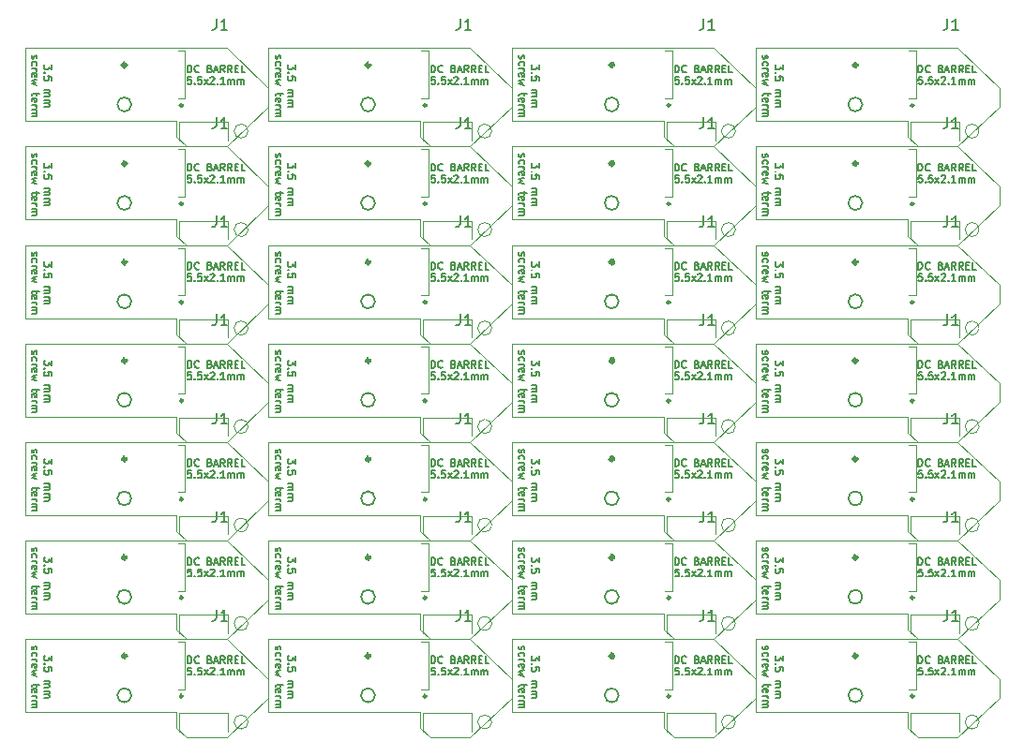
<source format=gbr>
%TF.GenerationSoftware,KiCad,Pcbnew,6.0.11-2627ca5db0~126~ubuntu20.04.1*%
%TF.CreationDate,2024-11-30T22:39:18-05:00*%
%TF.ProjectId,,58585858-5858-4585-9858-585858585858,rev?*%
%TF.SameCoordinates,Original*%
%TF.FileFunction,Legend,Top*%
%TF.FilePolarity,Positive*%
%FSLAX46Y46*%
G04 Gerber Fmt 4.6, Leading zero omitted, Abs format (unit mm)*
G04 Created by KiCad (PCBNEW 6.0.11-2627ca5db0~126~ubuntu20.04.1) date 2024-11-30 22:39:18*
%MOMM*%
%LPD*%
G01*
G04 APERTURE LIST*
%TA.AperFunction,Profile*%
%ADD10C,0.100000*%
%TD*%
%ADD11C,0.175000*%
%ADD12C,0.150000*%
%ADD13C,0.162500*%
%ADD14C,0.358981*%
%ADD15C,0.120000*%
%ADD16C,0.260000*%
G04 APERTURE END LIST*
D10*
X151090000Y-107121000D02*
X169290000Y-107121000D01*
D11*
X153517833Y-108627666D02*
X153517833Y-109061000D01*
X153251166Y-108827666D01*
X153251166Y-108927666D01*
X153217833Y-108994333D01*
X153184500Y-109027666D01*
X153117833Y-109061000D01*
X152951166Y-109061000D01*
X152884500Y-109027666D01*
X152851166Y-108994333D01*
X152817833Y-108927666D01*
X152817833Y-108727666D01*
X152851166Y-108661000D01*
X152884500Y-108627666D01*
X152884500Y-109361000D02*
X152851166Y-109394333D01*
X152817833Y-109361000D01*
X152851166Y-109327666D01*
X152884500Y-109361000D01*
X152817833Y-109361000D01*
X153517833Y-110027666D02*
X153517833Y-109694333D01*
X153184500Y-109661000D01*
X153217833Y-109694333D01*
X153251166Y-109761000D01*
X153251166Y-109927666D01*
X153217833Y-109994333D01*
X153184500Y-110027666D01*
X153117833Y-110061000D01*
X152951166Y-110061000D01*
X152884500Y-110027666D01*
X152851166Y-109994333D01*
X152817833Y-109927666D01*
X152817833Y-109761000D01*
X152851166Y-109694333D01*
X152884500Y-109661000D01*
X152817833Y-110894333D02*
X153284500Y-110894333D01*
X153217833Y-110894333D02*
X153251166Y-110927666D01*
X153284500Y-110994333D01*
X153284500Y-111094333D01*
X153251166Y-111161000D01*
X153184500Y-111194333D01*
X152817833Y-111194333D01*
X153184500Y-111194333D02*
X153251166Y-111227666D01*
X153284500Y-111294333D01*
X153284500Y-111394333D01*
X153251166Y-111461000D01*
X153184500Y-111494333D01*
X152817833Y-111494333D01*
X152817833Y-111827666D02*
X153284500Y-111827666D01*
X153217833Y-111827666D02*
X153251166Y-111861000D01*
X153284500Y-111927666D01*
X153284500Y-112027666D01*
X153251166Y-112094333D01*
X153184500Y-112127666D01*
X152817833Y-112127666D01*
X153184500Y-112127666D02*
X153251166Y-112161000D01*
X153284500Y-112227666D01*
X153284500Y-112327666D01*
X153251166Y-112394333D01*
X153184500Y-112427666D01*
X152817833Y-112427666D01*
X151724166Y-107777666D02*
X151690833Y-107844333D01*
X151690833Y-107977666D01*
X151724166Y-108044333D01*
X151790833Y-108077666D01*
X151824166Y-108077666D01*
X151890833Y-108044333D01*
X151924166Y-107977666D01*
X151924166Y-107877666D01*
X151957500Y-107811000D01*
X152024166Y-107777666D01*
X152057500Y-107777666D01*
X152124166Y-107811000D01*
X152157500Y-107877666D01*
X152157500Y-107977666D01*
X152124166Y-108044333D01*
X151724166Y-108677666D02*
X151690833Y-108611000D01*
X151690833Y-108477666D01*
X151724166Y-108411000D01*
X151757500Y-108377666D01*
X151824166Y-108344333D01*
X152024166Y-108344333D01*
X152090833Y-108377666D01*
X152124166Y-108411000D01*
X152157500Y-108477666D01*
X152157500Y-108611000D01*
X152124166Y-108677666D01*
X151690833Y-108977666D02*
X152157500Y-108977666D01*
X152024166Y-108977666D02*
X152090833Y-109011000D01*
X152124166Y-109044333D01*
X152157500Y-109111000D01*
X152157500Y-109177666D01*
X151724166Y-109677666D02*
X151690833Y-109611000D01*
X151690833Y-109477666D01*
X151724166Y-109411000D01*
X151790833Y-109377666D01*
X152057500Y-109377666D01*
X152124166Y-109411000D01*
X152157500Y-109477666D01*
X152157500Y-109611000D01*
X152124166Y-109677666D01*
X152057500Y-109711000D01*
X151990833Y-109711000D01*
X151924166Y-109377666D01*
X152157500Y-109944333D02*
X151690833Y-110077666D01*
X152024166Y-110211000D01*
X151690833Y-110344333D01*
X152157500Y-110477666D01*
X152157500Y-111177666D02*
X152157500Y-111444333D01*
X152390833Y-111277666D02*
X151790833Y-111277666D01*
X151724166Y-111311000D01*
X151690833Y-111377666D01*
X151690833Y-111444333D01*
X151724166Y-111944333D02*
X151690833Y-111877666D01*
X151690833Y-111744333D01*
X151724166Y-111677666D01*
X151790833Y-111644333D01*
X152057500Y-111644333D01*
X152124166Y-111677666D01*
X152157500Y-111744333D01*
X152157500Y-111877666D01*
X152124166Y-111944333D01*
X152057500Y-111977666D01*
X151990833Y-111977666D01*
X151924166Y-111644333D01*
X151690833Y-112277666D02*
X152157500Y-112277666D01*
X152024166Y-112277666D02*
X152090833Y-112311000D01*
X152124166Y-112344333D01*
X152157500Y-112411000D01*
X152157500Y-112477666D01*
X151690833Y-112711000D02*
X152157500Y-112711000D01*
X152090833Y-112711000D02*
X152124166Y-112744333D01*
X152157500Y-112811000D01*
X152157500Y-112911000D01*
X152124166Y-112977666D01*
X152057500Y-113011000D01*
X151690833Y-113011000D01*
X152057500Y-113011000D02*
X152124166Y-113044333D01*
X152157500Y-113111000D01*
X152157500Y-113211000D01*
X152124166Y-113277666D01*
X152057500Y-113311000D01*
X151690833Y-113311000D01*
D12*
X160699002Y-112212001D02*
G75*
G03*
X160699002Y-112212001I-635001J0D01*
G01*
D10*
X169290000Y-116021000D02*
X173090000Y-112421000D01*
X164790000Y-113721000D02*
X164790000Y-115171000D01*
X164790000Y-115171000D02*
X165690000Y-116021000D01*
X169290000Y-107121000D02*
X173090000Y-110721000D01*
X151090000Y-113721000D02*
X164790000Y-113721000D01*
X165690000Y-116021000D02*
X169290000Y-116021000D01*
D13*
X165765428Y-109315797D02*
X165765428Y-108665797D01*
X165920190Y-108665797D01*
X166013047Y-108696750D01*
X166074952Y-108758654D01*
X166105904Y-108820559D01*
X166136857Y-108944369D01*
X166136857Y-109037226D01*
X166105904Y-109161035D01*
X166074952Y-109222940D01*
X166013047Y-109284845D01*
X165920190Y-109315797D01*
X165765428Y-109315797D01*
X166786857Y-109253892D02*
X166755904Y-109284845D01*
X166663047Y-109315797D01*
X166601142Y-109315797D01*
X166508285Y-109284845D01*
X166446380Y-109222940D01*
X166415428Y-109161035D01*
X166384476Y-109037226D01*
X166384476Y-108944369D01*
X166415428Y-108820559D01*
X166446380Y-108758654D01*
X166508285Y-108696750D01*
X166601142Y-108665797D01*
X166663047Y-108665797D01*
X166755904Y-108696750D01*
X166786857Y-108727702D01*
X167777333Y-108975321D02*
X167870190Y-109006273D01*
X167901142Y-109037226D01*
X167932095Y-109099130D01*
X167932095Y-109191988D01*
X167901142Y-109253892D01*
X167870190Y-109284845D01*
X167808285Y-109315797D01*
X167560666Y-109315797D01*
X167560666Y-108665797D01*
X167777333Y-108665797D01*
X167839238Y-108696750D01*
X167870190Y-108727702D01*
X167901142Y-108789607D01*
X167901142Y-108851511D01*
X167870190Y-108913416D01*
X167839238Y-108944369D01*
X167777333Y-108975321D01*
X167560666Y-108975321D01*
X168179714Y-109130083D02*
X168489238Y-109130083D01*
X168117809Y-109315797D02*
X168334476Y-108665797D01*
X168551142Y-109315797D01*
X169139238Y-109315797D02*
X168922571Y-109006273D01*
X168767809Y-109315797D02*
X168767809Y-108665797D01*
X169015428Y-108665797D01*
X169077333Y-108696750D01*
X169108285Y-108727702D01*
X169139238Y-108789607D01*
X169139238Y-108882464D01*
X169108285Y-108944369D01*
X169077333Y-108975321D01*
X169015428Y-109006273D01*
X168767809Y-109006273D01*
X169789238Y-109315797D02*
X169572571Y-109006273D01*
X169417809Y-109315797D02*
X169417809Y-108665797D01*
X169665428Y-108665797D01*
X169727333Y-108696750D01*
X169758285Y-108727702D01*
X169789238Y-108789607D01*
X169789238Y-108882464D01*
X169758285Y-108944369D01*
X169727333Y-108975321D01*
X169665428Y-109006273D01*
X169417809Y-109006273D01*
X170067809Y-108975321D02*
X170284476Y-108975321D01*
X170377333Y-109315797D02*
X170067809Y-109315797D01*
X170067809Y-108665797D01*
X170377333Y-108665797D01*
X170965428Y-109315797D02*
X170655904Y-109315797D01*
X170655904Y-108665797D01*
X166105904Y-109712297D02*
X165796380Y-109712297D01*
X165765428Y-110021821D01*
X165796380Y-109990869D01*
X165858285Y-109959916D01*
X166013047Y-109959916D01*
X166074952Y-109990869D01*
X166105904Y-110021821D01*
X166136857Y-110083726D01*
X166136857Y-110238488D01*
X166105904Y-110300392D01*
X166074952Y-110331345D01*
X166013047Y-110362297D01*
X165858285Y-110362297D01*
X165796380Y-110331345D01*
X165765428Y-110300392D01*
X166415428Y-110300392D02*
X166446380Y-110331345D01*
X166415428Y-110362297D01*
X166384476Y-110331345D01*
X166415428Y-110300392D01*
X166415428Y-110362297D01*
X167034476Y-109712297D02*
X166724952Y-109712297D01*
X166694000Y-110021821D01*
X166724952Y-109990869D01*
X166786857Y-109959916D01*
X166941619Y-109959916D01*
X167003523Y-109990869D01*
X167034476Y-110021821D01*
X167065428Y-110083726D01*
X167065428Y-110238488D01*
X167034476Y-110300392D01*
X167003523Y-110331345D01*
X166941619Y-110362297D01*
X166786857Y-110362297D01*
X166724952Y-110331345D01*
X166694000Y-110300392D01*
X167282095Y-110362297D02*
X167622571Y-109928964D01*
X167282095Y-109928964D02*
X167622571Y-110362297D01*
X167839238Y-109774202D02*
X167870190Y-109743250D01*
X167932095Y-109712297D01*
X168086857Y-109712297D01*
X168148761Y-109743250D01*
X168179714Y-109774202D01*
X168210666Y-109836107D01*
X168210666Y-109898011D01*
X168179714Y-109990869D01*
X167808285Y-110362297D01*
X168210666Y-110362297D01*
X168489238Y-110300392D02*
X168520190Y-110331345D01*
X168489238Y-110362297D01*
X168458285Y-110331345D01*
X168489238Y-110300392D01*
X168489238Y-110362297D01*
X169139238Y-110362297D02*
X168767809Y-110362297D01*
X168953523Y-110362297D02*
X168953523Y-109712297D01*
X168891619Y-109805154D01*
X168829714Y-109867059D01*
X168767809Y-109898011D01*
X169417809Y-110362297D02*
X169417809Y-109928964D01*
X169417809Y-109990869D02*
X169448761Y-109959916D01*
X169510666Y-109928964D01*
X169603523Y-109928964D01*
X169665428Y-109959916D01*
X169696380Y-110021821D01*
X169696380Y-110362297D01*
X169696380Y-110021821D02*
X169727333Y-109959916D01*
X169789238Y-109928964D01*
X169882095Y-109928964D01*
X169944000Y-109959916D01*
X169974952Y-110021821D01*
X169974952Y-110362297D01*
X170284476Y-110362297D02*
X170284476Y-109928964D01*
X170284476Y-109990869D02*
X170315428Y-109959916D01*
X170377333Y-109928964D01*
X170470190Y-109928964D01*
X170532095Y-109959916D01*
X170563047Y-110021821D01*
X170563047Y-110362297D01*
X170563047Y-110021821D02*
X170594000Y-109959916D01*
X170655904Y-109928964D01*
X170748761Y-109928964D01*
X170810666Y-109959916D01*
X170841619Y-110021821D01*
X170841619Y-110362297D01*
D10*
X151090000Y-107121000D02*
X151090000Y-113721000D01*
X173090000Y-110721000D02*
X173090000Y-112421000D01*
D14*
X160243491Y-108656000D02*
G75*
G03*
X160243491Y-108656000I-179490J0D01*
G01*
D10*
X129090000Y-107121000D02*
X147290000Y-107121000D01*
D11*
X131517833Y-108627666D02*
X131517833Y-109061000D01*
X131251166Y-108827666D01*
X131251166Y-108927666D01*
X131217833Y-108994333D01*
X131184500Y-109027666D01*
X131117833Y-109061000D01*
X130951166Y-109061000D01*
X130884500Y-109027666D01*
X130851166Y-108994333D01*
X130817833Y-108927666D01*
X130817833Y-108727666D01*
X130851166Y-108661000D01*
X130884500Y-108627666D01*
X130884500Y-109361000D02*
X130851166Y-109394333D01*
X130817833Y-109361000D01*
X130851166Y-109327666D01*
X130884500Y-109361000D01*
X130817833Y-109361000D01*
X131517833Y-110027666D02*
X131517833Y-109694333D01*
X131184500Y-109661000D01*
X131217833Y-109694333D01*
X131251166Y-109761000D01*
X131251166Y-109927666D01*
X131217833Y-109994333D01*
X131184500Y-110027666D01*
X131117833Y-110061000D01*
X130951166Y-110061000D01*
X130884500Y-110027666D01*
X130851166Y-109994333D01*
X130817833Y-109927666D01*
X130817833Y-109761000D01*
X130851166Y-109694333D01*
X130884500Y-109661000D01*
X130817833Y-110894333D02*
X131284500Y-110894333D01*
X131217833Y-110894333D02*
X131251166Y-110927666D01*
X131284500Y-110994333D01*
X131284500Y-111094333D01*
X131251166Y-111161000D01*
X131184500Y-111194333D01*
X130817833Y-111194333D01*
X131184500Y-111194333D02*
X131251166Y-111227666D01*
X131284500Y-111294333D01*
X131284500Y-111394333D01*
X131251166Y-111461000D01*
X131184500Y-111494333D01*
X130817833Y-111494333D01*
X130817833Y-111827666D02*
X131284500Y-111827666D01*
X131217833Y-111827666D02*
X131251166Y-111861000D01*
X131284500Y-111927666D01*
X131284500Y-112027666D01*
X131251166Y-112094333D01*
X131184500Y-112127666D01*
X130817833Y-112127666D01*
X131184500Y-112127666D02*
X131251166Y-112161000D01*
X131284500Y-112227666D01*
X131284500Y-112327666D01*
X131251166Y-112394333D01*
X131184500Y-112427666D01*
X130817833Y-112427666D01*
X129724166Y-107777666D02*
X129690833Y-107844333D01*
X129690833Y-107977666D01*
X129724166Y-108044333D01*
X129790833Y-108077666D01*
X129824166Y-108077666D01*
X129890833Y-108044333D01*
X129924166Y-107977666D01*
X129924166Y-107877666D01*
X129957500Y-107811000D01*
X130024166Y-107777666D01*
X130057500Y-107777666D01*
X130124166Y-107811000D01*
X130157500Y-107877666D01*
X130157500Y-107977666D01*
X130124166Y-108044333D01*
X129724166Y-108677666D02*
X129690833Y-108611000D01*
X129690833Y-108477666D01*
X129724166Y-108411000D01*
X129757500Y-108377666D01*
X129824166Y-108344333D01*
X130024166Y-108344333D01*
X130090833Y-108377666D01*
X130124166Y-108411000D01*
X130157500Y-108477666D01*
X130157500Y-108611000D01*
X130124166Y-108677666D01*
X129690833Y-108977666D02*
X130157500Y-108977666D01*
X130024166Y-108977666D02*
X130090833Y-109011000D01*
X130124166Y-109044333D01*
X130157500Y-109111000D01*
X130157500Y-109177666D01*
X129724166Y-109677666D02*
X129690833Y-109611000D01*
X129690833Y-109477666D01*
X129724166Y-109411000D01*
X129790833Y-109377666D01*
X130057500Y-109377666D01*
X130124166Y-109411000D01*
X130157500Y-109477666D01*
X130157500Y-109611000D01*
X130124166Y-109677666D01*
X130057500Y-109711000D01*
X129990833Y-109711000D01*
X129924166Y-109377666D01*
X130157500Y-109944333D02*
X129690833Y-110077666D01*
X130024166Y-110211000D01*
X129690833Y-110344333D01*
X130157500Y-110477666D01*
X130157500Y-111177666D02*
X130157500Y-111444333D01*
X130390833Y-111277666D02*
X129790833Y-111277666D01*
X129724166Y-111311000D01*
X129690833Y-111377666D01*
X129690833Y-111444333D01*
X129724166Y-111944333D02*
X129690833Y-111877666D01*
X129690833Y-111744333D01*
X129724166Y-111677666D01*
X129790833Y-111644333D01*
X130057500Y-111644333D01*
X130124166Y-111677666D01*
X130157500Y-111744333D01*
X130157500Y-111877666D01*
X130124166Y-111944333D01*
X130057500Y-111977666D01*
X129990833Y-111977666D01*
X129924166Y-111644333D01*
X129690833Y-112277666D02*
X130157500Y-112277666D01*
X130024166Y-112277666D02*
X130090833Y-112311000D01*
X130124166Y-112344333D01*
X130157500Y-112411000D01*
X130157500Y-112477666D01*
X129690833Y-112711000D02*
X130157500Y-112711000D01*
X130090833Y-112711000D02*
X130124166Y-112744333D01*
X130157500Y-112811000D01*
X130157500Y-112911000D01*
X130124166Y-112977666D01*
X130057500Y-113011000D01*
X129690833Y-113011000D01*
X130057500Y-113011000D02*
X130124166Y-113044333D01*
X130157500Y-113111000D01*
X130157500Y-113211000D01*
X130124166Y-113277666D01*
X130057500Y-113311000D01*
X129690833Y-113311000D01*
D12*
X138699002Y-112212001D02*
G75*
G03*
X138699002Y-112212001I-635001J0D01*
G01*
D10*
X147290000Y-116021000D02*
X151090000Y-112421000D01*
X142790000Y-113721000D02*
X142790000Y-115171000D01*
X142790000Y-115171000D02*
X143690000Y-116021000D01*
X147290000Y-107121000D02*
X151090000Y-110721000D01*
X129090000Y-113721000D02*
X142790000Y-113721000D01*
X143690000Y-116021000D02*
X147290000Y-116021000D01*
D13*
X143765428Y-109315797D02*
X143765428Y-108665797D01*
X143920190Y-108665797D01*
X144013047Y-108696750D01*
X144074952Y-108758654D01*
X144105904Y-108820559D01*
X144136857Y-108944369D01*
X144136857Y-109037226D01*
X144105904Y-109161035D01*
X144074952Y-109222940D01*
X144013047Y-109284845D01*
X143920190Y-109315797D01*
X143765428Y-109315797D01*
X144786857Y-109253892D02*
X144755904Y-109284845D01*
X144663047Y-109315797D01*
X144601142Y-109315797D01*
X144508285Y-109284845D01*
X144446380Y-109222940D01*
X144415428Y-109161035D01*
X144384476Y-109037226D01*
X144384476Y-108944369D01*
X144415428Y-108820559D01*
X144446380Y-108758654D01*
X144508285Y-108696750D01*
X144601142Y-108665797D01*
X144663047Y-108665797D01*
X144755904Y-108696750D01*
X144786857Y-108727702D01*
X145777333Y-108975321D02*
X145870190Y-109006273D01*
X145901142Y-109037226D01*
X145932095Y-109099130D01*
X145932095Y-109191988D01*
X145901142Y-109253892D01*
X145870190Y-109284845D01*
X145808285Y-109315797D01*
X145560666Y-109315797D01*
X145560666Y-108665797D01*
X145777333Y-108665797D01*
X145839238Y-108696750D01*
X145870190Y-108727702D01*
X145901142Y-108789607D01*
X145901142Y-108851511D01*
X145870190Y-108913416D01*
X145839238Y-108944369D01*
X145777333Y-108975321D01*
X145560666Y-108975321D01*
X146179714Y-109130083D02*
X146489238Y-109130083D01*
X146117809Y-109315797D02*
X146334476Y-108665797D01*
X146551142Y-109315797D01*
X147139238Y-109315797D02*
X146922571Y-109006273D01*
X146767809Y-109315797D02*
X146767809Y-108665797D01*
X147015428Y-108665797D01*
X147077333Y-108696750D01*
X147108285Y-108727702D01*
X147139238Y-108789607D01*
X147139238Y-108882464D01*
X147108285Y-108944369D01*
X147077333Y-108975321D01*
X147015428Y-109006273D01*
X146767809Y-109006273D01*
X147789238Y-109315797D02*
X147572571Y-109006273D01*
X147417809Y-109315797D02*
X147417809Y-108665797D01*
X147665428Y-108665797D01*
X147727333Y-108696750D01*
X147758285Y-108727702D01*
X147789238Y-108789607D01*
X147789238Y-108882464D01*
X147758285Y-108944369D01*
X147727333Y-108975321D01*
X147665428Y-109006273D01*
X147417809Y-109006273D01*
X148067809Y-108975321D02*
X148284476Y-108975321D01*
X148377333Y-109315797D02*
X148067809Y-109315797D01*
X148067809Y-108665797D01*
X148377333Y-108665797D01*
X148965428Y-109315797D02*
X148655904Y-109315797D01*
X148655904Y-108665797D01*
X144105904Y-109712297D02*
X143796380Y-109712297D01*
X143765428Y-110021821D01*
X143796380Y-109990869D01*
X143858285Y-109959916D01*
X144013047Y-109959916D01*
X144074952Y-109990869D01*
X144105904Y-110021821D01*
X144136857Y-110083726D01*
X144136857Y-110238488D01*
X144105904Y-110300392D01*
X144074952Y-110331345D01*
X144013047Y-110362297D01*
X143858285Y-110362297D01*
X143796380Y-110331345D01*
X143765428Y-110300392D01*
X144415428Y-110300392D02*
X144446380Y-110331345D01*
X144415428Y-110362297D01*
X144384476Y-110331345D01*
X144415428Y-110300392D01*
X144415428Y-110362297D01*
X145034476Y-109712297D02*
X144724952Y-109712297D01*
X144694000Y-110021821D01*
X144724952Y-109990869D01*
X144786857Y-109959916D01*
X144941619Y-109959916D01*
X145003523Y-109990869D01*
X145034476Y-110021821D01*
X145065428Y-110083726D01*
X145065428Y-110238488D01*
X145034476Y-110300392D01*
X145003523Y-110331345D01*
X144941619Y-110362297D01*
X144786857Y-110362297D01*
X144724952Y-110331345D01*
X144694000Y-110300392D01*
X145282095Y-110362297D02*
X145622571Y-109928964D01*
X145282095Y-109928964D02*
X145622571Y-110362297D01*
X145839238Y-109774202D02*
X145870190Y-109743250D01*
X145932095Y-109712297D01*
X146086857Y-109712297D01*
X146148761Y-109743250D01*
X146179714Y-109774202D01*
X146210666Y-109836107D01*
X146210666Y-109898011D01*
X146179714Y-109990869D01*
X145808285Y-110362297D01*
X146210666Y-110362297D01*
X146489238Y-110300392D02*
X146520190Y-110331345D01*
X146489238Y-110362297D01*
X146458285Y-110331345D01*
X146489238Y-110300392D01*
X146489238Y-110362297D01*
X147139238Y-110362297D02*
X146767809Y-110362297D01*
X146953523Y-110362297D02*
X146953523Y-109712297D01*
X146891619Y-109805154D01*
X146829714Y-109867059D01*
X146767809Y-109898011D01*
X147417809Y-110362297D02*
X147417809Y-109928964D01*
X147417809Y-109990869D02*
X147448761Y-109959916D01*
X147510666Y-109928964D01*
X147603523Y-109928964D01*
X147665428Y-109959916D01*
X147696380Y-110021821D01*
X147696380Y-110362297D01*
X147696380Y-110021821D02*
X147727333Y-109959916D01*
X147789238Y-109928964D01*
X147882095Y-109928964D01*
X147944000Y-109959916D01*
X147974952Y-110021821D01*
X147974952Y-110362297D01*
X148284476Y-110362297D02*
X148284476Y-109928964D01*
X148284476Y-109990869D02*
X148315428Y-109959916D01*
X148377333Y-109928964D01*
X148470190Y-109928964D01*
X148532095Y-109959916D01*
X148563047Y-110021821D01*
X148563047Y-110362297D01*
X148563047Y-110021821D02*
X148594000Y-109959916D01*
X148655904Y-109928964D01*
X148748761Y-109928964D01*
X148810666Y-109959916D01*
X148841619Y-110021821D01*
X148841619Y-110362297D01*
D10*
X129090000Y-107121000D02*
X129090000Y-113721000D01*
X151090000Y-110721000D02*
X151090000Y-112421000D01*
D14*
X138243491Y-108656000D02*
G75*
G03*
X138243491Y-108656000I-179490J0D01*
G01*
D10*
X107090000Y-107121000D02*
X125290000Y-107121000D01*
D11*
X109517833Y-108627666D02*
X109517833Y-109061000D01*
X109251166Y-108827666D01*
X109251166Y-108927666D01*
X109217833Y-108994333D01*
X109184500Y-109027666D01*
X109117833Y-109061000D01*
X108951166Y-109061000D01*
X108884500Y-109027666D01*
X108851166Y-108994333D01*
X108817833Y-108927666D01*
X108817833Y-108727666D01*
X108851166Y-108661000D01*
X108884500Y-108627666D01*
X108884500Y-109361000D02*
X108851166Y-109394333D01*
X108817833Y-109361000D01*
X108851166Y-109327666D01*
X108884500Y-109361000D01*
X108817833Y-109361000D01*
X109517833Y-110027666D02*
X109517833Y-109694333D01*
X109184500Y-109661000D01*
X109217833Y-109694333D01*
X109251166Y-109761000D01*
X109251166Y-109927666D01*
X109217833Y-109994333D01*
X109184500Y-110027666D01*
X109117833Y-110061000D01*
X108951166Y-110061000D01*
X108884500Y-110027666D01*
X108851166Y-109994333D01*
X108817833Y-109927666D01*
X108817833Y-109761000D01*
X108851166Y-109694333D01*
X108884500Y-109661000D01*
X108817833Y-110894333D02*
X109284500Y-110894333D01*
X109217833Y-110894333D02*
X109251166Y-110927666D01*
X109284500Y-110994333D01*
X109284500Y-111094333D01*
X109251166Y-111161000D01*
X109184500Y-111194333D01*
X108817833Y-111194333D01*
X109184500Y-111194333D02*
X109251166Y-111227666D01*
X109284500Y-111294333D01*
X109284500Y-111394333D01*
X109251166Y-111461000D01*
X109184500Y-111494333D01*
X108817833Y-111494333D01*
X108817833Y-111827666D02*
X109284500Y-111827666D01*
X109217833Y-111827666D02*
X109251166Y-111861000D01*
X109284500Y-111927666D01*
X109284500Y-112027666D01*
X109251166Y-112094333D01*
X109184500Y-112127666D01*
X108817833Y-112127666D01*
X109184500Y-112127666D02*
X109251166Y-112161000D01*
X109284500Y-112227666D01*
X109284500Y-112327666D01*
X109251166Y-112394333D01*
X109184500Y-112427666D01*
X108817833Y-112427666D01*
X107724166Y-107777666D02*
X107690833Y-107844333D01*
X107690833Y-107977666D01*
X107724166Y-108044333D01*
X107790833Y-108077666D01*
X107824166Y-108077666D01*
X107890833Y-108044333D01*
X107924166Y-107977666D01*
X107924166Y-107877666D01*
X107957500Y-107811000D01*
X108024166Y-107777666D01*
X108057500Y-107777666D01*
X108124166Y-107811000D01*
X108157500Y-107877666D01*
X108157500Y-107977666D01*
X108124166Y-108044333D01*
X107724166Y-108677666D02*
X107690833Y-108611000D01*
X107690833Y-108477666D01*
X107724166Y-108411000D01*
X107757500Y-108377666D01*
X107824166Y-108344333D01*
X108024166Y-108344333D01*
X108090833Y-108377666D01*
X108124166Y-108411000D01*
X108157500Y-108477666D01*
X108157500Y-108611000D01*
X108124166Y-108677666D01*
X107690833Y-108977666D02*
X108157500Y-108977666D01*
X108024166Y-108977666D02*
X108090833Y-109011000D01*
X108124166Y-109044333D01*
X108157500Y-109111000D01*
X108157500Y-109177666D01*
X107724166Y-109677666D02*
X107690833Y-109611000D01*
X107690833Y-109477666D01*
X107724166Y-109411000D01*
X107790833Y-109377666D01*
X108057500Y-109377666D01*
X108124166Y-109411000D01*
X108157500Y-109477666D01*
X108157500Y-109611000D01*
X108124166Y-109677666D01*
X108057500Y-109711000D01*
X107990833Y-109711000D01*
X107924166Y-109377666D01*
X108157500Y-109944333D02*
X107690833Y-110077666D01*
X108024166Y-110211000D01*
X107690833Y-110344333D01*
X108157500Y-110477666D01*
X108157500Y-111177666D02*
X108157500Y-111444333D01*
X108390833Y-111277666D02*
X107790833Y-111277666D01*
X107724166Y-111311000D01*
X107690833Y-111377666D01*
X107690833Y-111444333D01*
X107724166Y-111944333D02*
X107690833Y-111877666D01*
X107690833Y-111744333D01*
X107724166Y-111677666D01*
X107790833Y-111644333D01*
X108057500Y-111644333D01*
X108124166Y-111677666D01*
X108157500Y-111744333D01*
X108157500Y-111877666D01*
X108124166Y-111944333D01*
X108057500Y-111977666D01*
X107990833Y-111977666D01*
X107924166Y-111644333D01*
X107690833Y-112277666D02*
X108157500Y-112277666D01*
X108024166Y-112277666D02*
X108090833Y-112311000D01*
X108124166Y-112344333D01*
X108157500Y-112411000D01*
X108157500Y-112477666D01*
X107690833Y-112711000D02*
X108157500Y-112711000D01*
X108090833Y-112711000D02*
X108124166Y-112744333D01*
X108157500Y-112811000D01*
X108157500Y-112911000D01*
X108124166Y-112977666D01*
X108057500Y-113011000D01*
X107690833Y-113011000D01*
X108057500Y-113011000D02*
X108124166Y-113044333D01*
X108157500Y-113111000D01*
X108157500Y-113211000D01*
X108124166Y-113277666D01*
X108057500Y-113311000D01*
X107690833Y-113311000D01*
D12*
X116699002Y-112212001D02*
G75*
G03*
X116699002Y-112212001I-635001J0D01*
G01*
D10*
X125290000Y-116021000D02*
X129090000Y-112421000D01*
X120790000Y-113721000D02*
X120790000Y-115171000D01*
X120790000Y-115171000D02*
X121690000Y-116021000D01*
X125290000Y-107121000D02*
X129090000Y-110721000D01*
X107090000Y-113721000D02*
X120790000Y-113721000D01*
X121690000Y-116021000D02*
X125290000Y-116021000D01*
D13*
X121765428Y-109315797D02*
X121765428Y-108665797D01*
X121920190Y-108665797D01*
X122013047Y-108696750D01*
X122074952Y-108758654D01*
X122105904Y-108820559D01*
X122136857Y-108944369D01*
X122136857Y-109037226D01*
X122105904Y-109161035D01*
X122074952Y-109222940D01*
X122013047Y-109284845D01*
X121920190Y-109315797D01*
X121765428Y-109315797D01*
X122786857Y-109253892D02*
X122755904Y-109284845D01*
X122663047Y-109315797D01*
X122601142Y-109315797D01*
X122508285Y-109284845D01*
X122446380Y-109222940D01*
X122415428Y-109161035D01*
X122384476Y-109037226D01*
X122384476Y-108944369D01*
X122415428Y-108820559D01*
X122446380Y-108758654D01*
X122508285Y-108696750D01*
X122601142Y-108665797D01*
X122663047Y-108665797D01*
X122755904Y-108696750D01*
X122786857Y-108727702D01*
X123777333Y-108975321D02*
X123870190Y-109006273D01*
X123901142Y-109037226D01*
X123932095Y-109099130D01*
X123932095Y-109191988D01*
X123901142Y-109253892D01*
X123870190Y-109284845D01*
X123808285Y-109315797D01*
X123560666Y-109315797D01*
X123560666Y-108665797D01*
X123777333Y-108665797D01*
X123839238Y-108696750D01*
X123870190Y-108727702D01*
X123901142Y-108789607D01*
X123901142Y-108851511D01*
X123870190Y-108913416D01*
X123839238Y-108944369D01*
X123777333Y-108975321D01*
X123560666Y-108975321D01*
X124179714Y-109130083D02*
X124489238Y-109130083D01*
X124117809Y-109315797D02*
X124334476Y-108665797D01*
X124551142Y-109315797D01*
X125139238Y-109315797D02*
X124922571Y-109006273D01*
X124767809Y-109315797D02*
X124767809Y-108665797D01*
X125015428Y-108665797D01*
X125077333Y-108696750D01*
X125108285Y-108727702D01*
X125139238Y-108789607D01*
X125139238Y-108882464D01*
X125108285Y-108944369D01*
X125077333Y-108975321D01*
X125015428Y-109006273D01*
X124767809Y-109006273D01*
X125789238Y-109315797D02*
X125572571Y-109006273D01*
X125417809Y-109315797D02*
X125417809Y-108665797D01*
X125665428Y-108665797D01*
X125727333Y-108696750D01*
X125758285Y-108727702D01*
X125789238Y-108789607D01*
X125789238Y-108882464D01*
X125758285Y-108944369D01*
X125727333Y-108975321D01*
X125665428Y-109006273D01*
X125417809Y-109006273D01*
X126067809Y-108975321D02*
X126284476Y-108975321D01*
X126377333Y-109315797D02*
X126067809Y-109315797D01*
X126067809Y-108665797D01*
X126377333Y-108665797D01*
X126965428Y-109315797D02*
X126655904Y-109315797D01*
X126655904Y-108665797D01*
X122105904Y-109712297D02*
X121796380Y-109712297D01*
X121765428Y-110021821D01*
X121796380Y-109990869D01*
X121858285Y-109959916D01*
X122013047Y-109959916D01*
X122074952Y-109990869D01*
X122105904Y-110021821D01*
X122136857Y-110083726D01*
X122136857Y-110238488D01*
X122105904Y-110300392D01*
X122074952Y-110331345D01*
X122013047Y-110362297D01*
X121858285Y-110362297D01*
X121796380Y-110331345D01*
X121765428Y-110300392D01*
X122415428Y-110300392D02*
X122446380Y-110331345D01*
X122415428Y-110362297D01*
X122384476Y-110331345D01*
X122415428Y-110300392D01*
X122415428Y-110362297D01*
X123034476Y-109712297D02*
X122724952Y-109712297D01*
X122694000Y-110021821D01*
X122724952Y-109990869D01*
X122786857Y-109959916D01*
X122941619Y-109959916D01*
X123003523Y-109990869D01*
X123034476Y-110021821D01*
X123065428Y-110083726D01*
X123065428Y-110238488D01*
X123034476Y-110300392D01*
X123003523Y-110331345D01*
X122941619Y-110362297D01*
X122786857Y-110362297D01*
X122724952Y-110331345D01*
X122694000Y-110300392D01*
X123282095Y-110362297D02*
X123622571Y-109928964D01*
X123282095Y-109928964D02*
X123622571Y-110362297D01*
X123839238Y-109774202D02*
X123870190Y-109743250D01*
X123932095Y-109712297D01*
X124086857Y-109712297D01*
X124148761Y-109743250D01*
X124179714Y-109774202D01*
X124210666Y-109836107D01*
X124210666Y-109898011D01*
X124179714Y-109990869D01*
X123808285Y-110362297D01*
X124210666Y-110362297D01*
X124489238Y-110300392D02*
X124520190Y-110331345D01*
X124489238Y-110362297D01*
X124458285Y-110331345D01*
X124489238Y-110300392D01*
X124489238Y-110362297D01*
X125139238Y-110362297D02*
X124767809Y-110362297D01*
X124953523Y-110362297D02*
X124953523Y-109712297D01*
X124891619Y-109805154D01*
X124829714Y-109867059D01*
X124767809Y-109898011D01*
X125417809Y-110362297D02*
X125417809Y-109928964D01*
X125417809Y-109990869D02*
X125448761Y-109959916D01*
X125510666Y-109928964D01*
X125603523Y-109928964D01*
X125665428Y-109959916D01*
X125696380Y-110021821D01*
X125696380Y-110362297D01*
X125696380Y-110021821D02*
X125727333Y-109959916D01*
X125789238Y-109928964D01*
X125882095Y-109928964D01*
X125944000Y-109959916D01*
X125974952Y-110021821D01*
X125974952Y-110362297D01*
X126284476Y-110362297D02*
X126284476Y-109928964D01*
X126284476Y-109990869D02*
X126315428Y-109959916D01*
X126377333Y-109928964D01*
X126470190Y-109928964D01*
X126532095Y-109959916D01*
X126563047Y-110021821D01*
X126563047Y-110362297D01*
X126563047Y-110021821D02*
X126594000Y-109959916D01*
X126655904Y-109928964D01*
X126748761Y-109928964D01*
X126810666Y-109959916D01*
X126841619Y-110021821D01*
X126841619Y-110362297D01*
D10*
X107090000Y-107121000D02*
X107090000Y-113721000D01*
X129090000Y-110721000D02*
X129090000Y-112421000D01*
D14*
X116243491Y-108656000D02*
G75*
G03*
X116243491Y-108656000I-179490J0D01*
G01*
D10*
X85090000Y-107121000D02*
X103290000Y-107121000D01*
D11*
X87517833Y-108627666D02*
X87517833Y-109061000D01*
X87251166Y-108827666D01*
X87251166Y-108927666D01*
X87217833Y-108994333D01*
X87184500Y-109027666D01*
X87117833Y-109061000D01*
X86951166Y-109061000D01*
X86884500Y-109027666D01*
X86851166Y-108994333D01*
X86817833Y-108927666D01*
X86817833Y-108727666D01*
X86851166Y-108661000D01*
X86884500Y-108627666D01*
X86884500Y-109361000D02*
X86851166Y-109394333D01*
X86817833Y-109361000D01*
X86851166Y-109327666D01*
X86884500Y-109361000D01*
X86817833Y-109361000D01*
X87517833Y-110027666D02*
X87517833Y-109694333D01*
X87184500Y-109661000D01*
X87217833Y-109694333D01*
X87251166Y-109761000D01*
X87251166Y-109927666D01*
X87217833Y-109994333D01*
X87184500Y-110027666D01*
X87117833Y-110061000D01*
X86951166Y-110061000D01*
X86884500Y-110027666D01*
X86851166Y-109994333D01*
X86817833Y-109927666D01*
X86817833Y-109761000D01*
X86851166Y-109694333D01*
X86884500Y-109661000D01*
X86817833Y-110894333D02*
X87284500Y-110894333D01*
X87217833Y-110894333D02*
X87251166Y-110927666D01*
X87284500Y-110994333D01*
X87284500Y-111094333D01*
X87251166Y-111161000D01*
X87184500Y-111194333D01*
X86817833Y-111194333D01*
X87184500Y-111194333D02*
X87251166Y-111227666D01*
X87284500Y-111294333D01*
X87284500Y-111394333D01*
X87251166Y-111461000D01*
X87184500Y-111494333D01*
X86817833Y-111494333D01*
X86817833Y-111827666D02*
X87284500Y-111827666D01*
X87217833Y-111827666D02*
X87251166Y-111861000D01*
X87284500Y-111927666D01*
X87284500Y-112027666D01*
X87251166Y-112094333D01*
X87184500Y-112127666D01*
X86817833Y-112127666D01*
X87184500Y-112127666D02*
X87251166Y-112161000D01*
X87284500Y-112227666D01*
X87284500Y-112327666D01*
X87251166Y-112394333D01*
X87184500Y-112427666D01*
X86817833Y-112427666D01*
X85724166Y-107777666D02*
X85690833Y-107844333D01*
X85690833Y-107977666D01*
X85724166Y-108044333D01*
X85790833Y-108077666D01*
X85824166Y-108077666D01*
X85890833Y-108044333D01*
X85924166Y-107977666D01*
X85924166Y-107877666D01*
X85957500Y-107811000D01*
X86024166Y-107777666D01*
X86057500Y-107777666D01*
X86124166Y-107811000D01*
X86157500Y-107877666D01*
X86157500Y-107977666D01*
X86124166Y-108044333D01*
X85724166Y-108677666D02*
X85690833Y-108611000D01*
X85690833Y-108477666D01*
X85724166Y-108411000D01*
X85757500Y-108377666D01*
X85824166Y-108344333D01*
X86024166Y-108344333D01*
X86090833Y-108377666D01*
X86124166Y-108411000D01*
X86157500Y-108477666D01*
X86157500Y-108611000D01*
X86124166Y-108677666D01*
X85690833Y-108977666D02*
X86157500Y-108977666D01*
X86024166Y-108977666D02*
X86090833Y-109011000D01*
X86124166Y-109044333D01*
X86157500Y-109111000D01*
X86157500Y-109177666D01*
X85724166Y-109677666D02*
X85690833Y-109611000D01*
X85690833Y-109477666D01*
X85724166Y-109411000D01*
X85790833Y-109377666D01*
X86057500Y-109377666D01*
X86124166Y-109411000D01*
X86157500Y-109477666D01*
X86157500Y-109611000D01*
X86124166Y-109677666D01*
X86057500Y-109711000D01*
X85990833Y-109711000D01*
X85924166Y-109377666D01*
X86157500Y-109944333D02*
X85690833Y-110077666D01*
X86024166Y-110211000D01*
X85690833Y-110344333D01*
X86157500Y-110477666D01*
X86157500Y-111177666D02*
X86157500Y-111444333D01*
X86390833Y-111277666D02*
X85790833Y-111277666D01*
X85724166Y-111311000D01*
X85690833Y-111377666D01*
X85690833Y-111444333D01*
X85724166Y-111944333D02*
X85690833Y-111877666D01*
X85690833Y-111744333D01*
X85724166Y-111677666D01*
X85790833Y-111644333D01*
X86057500Y-111644333D01*
X86124166Y-111677666D01*
X86157500Y-111744333D01*
X86157500Y-111877666D01*
X86124166Y-111944333D01*
X86057500Y-111977666D01*
X85990833Y-111977666D01*
X85924166Y-111644333D01*
X85690833Y-112277666D02*
X86157500Y-112277666D01*
X86024166Y-112277666D02*
X86090833Y-112311000D01*
X86124166Y-112344333D01*
X86157500Y-112411000D01*
X86157500Y-112477666D01*
X85690833Y-112711000D02*
X86157500Y-112711000D01*
X86090833Y-112711000D02*
X86124166Y-112744333D01*
X86157500Y-112811000D01*
X86157500Y-112911000D01*
X86124166Y-112977666D01*
X86057500Y-113011000D01*
X85690833Y-113011000D01*
X86057500Y-113011000D02*
X86124166Y-113044333D01*
X86157500Y-113111000D01*
X86157500Y-113211000D01*
X86124166Y-113277666D01*
X86057500Y-113311000D01*
X85690833Y-113311000D01*
D12*
X94699002Y-112212001D02*
G75*
G03*
X94699002Y-112212001I-635001J0D01*
G01*
D10*
X103290000Y-116021000D02*
X107090000Y-112421000D01*
X98790000Y-113721000D02*
X98790000Y-115171000D01*
X98790000Y-115171000D02*
X99690000Y-116021000D01*
X103290000Y-107121000D02*
X107090000Y-110721000D01*
X85090000Y-113721000D02*
X98790000Y-113721000D01*
X99690000Y-116021000D02*
X103290000Y-116021000D01*
D13*
X99765428Y-109315797D02*
X99765428Y-108665797D01*
X99920190Y-108665797D01*
X100013047Y-108696750D01*
X100074952Y-108758654D01*
X100105904Y-108820559D01*
X100136857Y-108944369D01*
X100136857Y-109037226D01*
X100105904Y-109161035D01*
X100074952Y-109222940D01*
X100013047Y-109284845D01*
X99920190Y-109315797D01*
X99765428Y-109315797D01*
X100786857Y-109253892D02*
X100755904Y-109284845D01*
X100663047Y-109315797D01*
X100601142Y-109315797D01*
X100508285Y-109284845D01*
X100446380Y-109222940D01*
X100415428Y-109161035D01*
X100384476Y-109037226D01*
X100384476Y-108944369D01*
X100415428Y-108820559D01*
X100446380Y-108758654D01*
X100508285Y-108696750D01*
X100601142Y-108665797D01*
X100663047Y-108665797D01*
X100755904Y-108696750D01*
X100786857Y-108727702D01*
X101777333Y-108975321D02*
X101870190Y-109006273D01*
X101901142Y-109037226D01*
X101932095Y-109099130D01*
X101932095Y-109191988D01*
X101901142Y-109253892D01*
X101870190Y-109284845D01*
X101808285Y-109315797D01*
X101560666Y-109315797D01*
X101560666Y-108665797D01*
X101777333Y-108665797D01*
X101839238Y-108696750D01*
X101870190Y-108727702D01*
X101901142Y-108789607D01*
X101901142Y-108851511D01*
X101870190Y-108913416D01*
X101839238Y-108944369D01*
X101777333Y-108975321D01*
X101560666Y-108975321D01*
X102179714Y-109130083D02*
X102489238Y-109130083D01*
X102117809Y-109315797D02*
X102334476Y-108665797D01*
X102551142Y-109315797D01*
X103139238Y-109315797D02*
X102922571Y-109006273D01*
X102767809Y-109315797D02*
X102767809Y-108665797D01*
X103015428Y-108665797D01*
X103077333Y-108696750D01*
X103108285Y-108727702D01*
X103139238Y-108789607D01*
X103139238Y-108882464D01*
X103108285Y-108944369D01*
X103077333Y-108975321D01*
X103015428Y-109006273D01*
X102767809Y-109006273D01*
X103789238Y-109315797D02*
X103572571Y-109006273D01*
X103417809Y-109315797D02*
X103417809Y-108665797D01*
X103665428Y-108665797D01*
X103727333Y-108696750D01*
X103758285Y-108727702D01*
X103789238Y-108789607D01*
X103789238Y-108882464D01*
X103758285Y-108944369D01*
X103727333Y-108975321D01*
X103665428Y-109006273D01*
X103417809Y-109006273D01*
X104067809Y-108975321D02*
X104284476Y-108975321D01*
X104377333Y-109315797D02*
X104067809Y-109315797D01*
X104067809Y-108665797D01*
X104377333Y-108665797D01*
X104965428Y-109315797D02*
X104655904Y-109315797D01*
X104655904Y-108665797D01*
X100105904Y-109712297D02*
X99796380Y-109712297D01*
X99765428Y-110021821D01*
X99796380Y-109990869D01*
X99858285Y-109959916D01*
X100013047Y-109959916D01*
X100074952Y-109990869D01*
X100105904Y-110021821D01*
X100136857Y-110083726D01*
X100136857Y-110238488D01*
X100105904Y-110300392D01*
X100074952Y-110331345D01*
X100013047Y-110362297D01*
X99858285Y-110362297D01*
X99796380Y-110331345D01*
X99765428Y-110300392D01*
X100415428Y-110300392D02*
X100446380Y-110331345D01*
X100415428Y-110362297D01*
X100384476Y-110331345D01*
X100415428Y-110300392D01*
X100415428Y-110362297D01*
X101034476Y-109712297D02*
X100724952Y-109712297D01*
X100694000Y-110021821D01*
X100724952Y-109990869D01*
X100786857Y-109959916D01*
X100941619Y-109959916D01*
X101003523Y-109990869D01*
X101034476Y-110021821D01*
X101065428Y-110083726D01*
X101065428Y-110238488D01*
X101034476Y-110300392D01*
X101003523Y-110331345D01*
X100941619Y-110362297D01*
X100786857Y-110362297D01*
X100724952Y-110331345D01*
X100694000Y-110300392D01*
X101282095Y-110362297D02*
X101622571Y-109928964D01*
X101282095Y-109928964D02*
X101622571Y-110362297D01*
X101839238Y-109774202D02*
X101870190Y-109743250D01*
X101932095Y-109712297D01*
X102086857Y-109712297D01*
X102148761Y-109743250D01*
X102179714Y-109774202D01*
X102210666Y-109836107D01*
X102210666Y-109898011D01*
X102179714Y-109990869D01*
X101808285Y-110362297D01*
X102210666Y-110362297D01*
X102489238Y-110300392D02*
X102520190Y-110331345D01*
X102489238Y-110362297D01*
X102458285Y-110331345D01*
X102489238Y-110300392D01*
X102489238Y-110362297D01*
X103139238Y-110362297D02*
X102767809Y-110362297D01*
X102953523Y-110362297D02*
X102953523Y-109712297D01*
X102891619Y-109805154D01*
X102829714Y-109867059D01*
X102767809Y-109898011D01*
X103417809Y-110362297D02*
X103417809Y-109928964D01*
X103417809Y-109990869D02*
X103448761Y-109959916D01*
X103510666Y-109928964D01*
X103603523Y-109928964D01*
X103665428Y-109959916D01*
X103696380Y-110021821D01*
X103696380Y-110362297D01*
X103696380Y-110021821D02*
X103727333Y-109959916D01*
X103789238Y-109928964D01*
X103882095Y-109928964D01*
X103944000Y-109959916D01*
X103974952Y-110021821D01*
X103974952Y-110362297D01*
X104284476Y-110362297D02*
X104284476Y-109928964D01*
X104284476Y-109990869D02*
X104315428Y-109959916D01*
X104377333Y-109928964D01*
X104470190Y-109928964D01*
X104532095Y-109959916D01*
X104563047Y-110021821D01*
X104563047Y-110362297D01*
X104563047Y-110021821D02*
X104594000Y-109959916D01*
X104655904Y-109928964D01*
X104748761Y-109928964D01*
X104810666Y-109959916D01*
X104841619Y-110021821D01*
X104841619Y-110362297D01*
D10*
X85090000Y-107121000D02*
X85090000Y-113721000D01*
X107090000Y-110721000D02*
X107090000Y-112421000D01*
D14*
X94243491Y-108656000D02*
G75*
G03*
X94243491Y-108656000I-179490J0D01*
G01*
D10*
X151090000Y-98221000D02*
X169290000Y-98221000D01*
D11*
X153517833Y-99727666D02*
X153517833Y-100161000D01*
X153251166Y-99927666D01*
X153251166Y-100027666D01*
X153217833Y-100094333D01*
X153184500Y-100127666D01*
X153117833Y-100161000D01*
X152951166Y-100161000D01*
X152884500Y-100127666D01*
X152851166Y-100094333D01*
X152817833Y-100027666D01*
X152817833Y-99827666D01*
X152851166Y-99761000D01*
X152884500Y-99727666D01*
X152884500Y-100461000D02*
X152851166Y-100494333D01*
X152817833Y-100461000D01*
X152851166Y-100427666D01*
X152884500Y-100461000D01*
X152817833Y-100461000D01*
X153517833Y-101127666D02*
X153517833Y-100794333D01*
X153184500Y-100761000D01*
X153217833Y-100794333D01*
X153251166Y-100861000D01*
X153251166Y-101027666D01*
X153217833Y-101094333D01*
X153184500Y-101127666D01*
X153117833Y-101161000D01*
X152951166Y-101161000D01*
X152884500Y-101127666D01*
X152851166Y-101094333D01*
X152817833Y-101027666D01*
X152817833Y-100861000D01*
X152851166Y-100794333D01*
X152884500Y-100761000D01*
X152817833Y-101994333D02*
X153284500Y-101994333D01*
X153217833Y-101994333D02*
X153251166Y-102027666D01*
X153284500Y-102094333D01*
X153284500Y-102194333D01*
X153251166Y-102261000D01*
X153184500Y-102294333D01*
X152817833Y-102294333D01*
X153184500Y-102294333D02*
X153251166Y-102327666D01*
X153284500Y-102394333D01*
X153284500Y-102494333D01*
X153251166Y-102561000D01*
X153184500Y-102594333D01*
X152817833Y-102594333D01*
X152817833Y-102927666D02*
X153284500Y-102927666D01*
X153217833Y-102927666D02*
X153251166Y-102961000D01*
X153284500Y-103027666D01*
X153284500Y-103127666D01*
X153251166Y-103194333D01*
X153184500Y-103227666D01*
X152817833Y-103227666D01*
X153184500Y-103227666D02*
X153251166Y-103261000D01*
X153284500Y-103327666D01*
X153284500Y-103427666D01*
X153251166Y-103494333D01*
X153184500Y-103527666D01*
X152817833Y-103527666D01*
X151724166Y-98877666D02*
X151690833Y-98944333D01*
X151690833Y-99077666D01*
X151724166Y-99144333D01*
X151790833Y-99177666D01*
X151824166Y-99177666D01*
X151890833Y-99144333D01*
X151924166Y-99077666D01*
X151924166Y-98977666D01*
X151957500Y-98911000D01*
X152024166Y-98877666D01*
X152057500Y-98877666D01*
X152124166Y-98911000D01*
X152157500Y-98977666D01*
X152157500Y-99077666D01*
X152124166Y-99144333D01*
X151724166Y-99777666D02*
X151690833Y-99711000D01*
X151690833Y-99577666D01*
X151724166Y-99511000D01*
X151757500Y-99477666D01*
X151824166Y-99444333D01*
X152024166Y-99444333D01*
X152090833Y-99477666D01*
X152124166Y-99511000D01*
X152157500Y-99577666D01*
X152157500Y-99711000D01*
X152124166Y-99777666D01*
X151690833Y-100077666D02*
X152157500Y-100077666D01*
X152024166Y-100077666D02*
X152090833Y-100111000D01*
X152124166Y-100144333D01*
X152157500Y-100211000D01*
X152157500Y-100277666D01*
X151724166Y-100777666D02*
X151690833Y-100711000D01*
X151690833Y-100577666D01*
X151724166Y-100511000D01*
X151790833Y-100477666D01*
X152057500Y-100477666D01*
X152124166Y-100511000D01*
X152157500Y-100577666D01*
X152157500Y-100711000D01*
X152124166Y-100777666D01*
X152057500Y-100811000D01*
X151990833Y-100811000D01*
X151924166Y-100477666D01*
X152157500Y-101044333D02*
X151690833Y-101177666D01*
X152024166Y-101311000D01*
X151690833Y-101444333D01*
X152157500Y-101577666D01*
X152157500Y-102277666D02*
X152157500Y-102544333D01*
X152390833Y-102377666D02*
X151790833Y-102377666D01*
X151724166Y-102411000D01*
X151690833Y-102477666D01*
X151690833Y-102544333D01*
X151724166Y-103044333D02*
X151690833Y-102977666D01*
X151690833Y-102844333D01*
X151724166Y-102777666D01*
X151790833Y-102744333D01*
X152057500Y-102744333D01*
X152124166Y-102777666D01*
X152157500Y-102844333D01*
X152157500Y-102977666D01*
X152124166Y-103044333D01*
X152057500Y-103077666D01*
X151990833Y-103077666D01*
X151924166Y-102744333D01*
X151690833Y-103377666D02*
X152157500Y-103377666D01*
X152024166Y-103377666D02*
X152090833Y-103411000D01*
X152124166Y-103444333D01*
X152157500Y-103511000D01*
X152157500Y-103577666D01*
X151690833Y-103811000D02*
X152157500Y-103811000D01*
X152090833Y-103811000D02*
X152124166Y-103844333D01*
X152157500Y-103911000D01*
X152157500Y-104011000D01*
X152124166Y-104077666D01*
X152057500Y-104111000D01*
X151690833Y-104111000D01*
X152057500Y-104111000D02*
X152124166Y-104144333D01*
X152157500Y-104211000D01*
X152157500Y-104311000D01*
X152124166Y-104377666D01*
X152057500Y-104411000D01*
X151690833Y-104411000D01*
D12*
X160699002Y-103312001D02*
G75*
G03*
X160699002Y-103312001I-635001J0D01*
G01*
D10*
X169290000Y-107121000D02*
X173090000Y-103521000D01*
X164790000Y-104821000D02*
X164790000Y-106271000D01*
X164790000Y-106271000D02*
X165690000Y-107121000D01*
X169290000Y-98221000D02*
X173090000Y-101821000D01*
X151090000Y-104821000D02*
X164790000Y-104821000D01*
X165690000Y-107121000D02*
X169290000Y-107121000D01*
D13*
X165765428Y-100415797D02*
X165765428Y-99765797D01*
X165920190Y-99765797D01*
X166013047Y-99796750D01*
X166074952Y-99858654D01*
X166105904Y-99920559D01*
X166136857Y-100044369D01*
X166136857Y-100137226D01*
X166105904Y-100261035D01*
X166074952Y-100322940D01*
X166013047Y-100384845D01*
X165920190Y-100415797D01*
X165765428Y-100415797D01*
X166786857Y-100353892D02*
X166755904Y-100384845D01*
X166663047Y-100415797D01*
X166601142Y-100415797D01*
X166508285Y-100384845D01*
X166446380Y-100322940D01*
X166415428Y-100261035D01*
X166384476Y-100137226D01*
X166384476Y-100044369D01*
X166415428Y-99920559D01*
X166446380Y-99858654D01*
X166508285Y-99796750D01*
X166601142Y-99765797D01*
X166663047Y-99765797D01*
X166755904Y-99796750D01*
X166786857Y-99827702D01*
X167777333Y-100075321D02*
X167870190Y-100106273D01*
X167901142Y-100137226D01*
X167932095Y-100199130D01*
X167932095Y-100291988D01*
X167901142Y-100353892D01*
X167870190Y-100384845D01*
X167808285Y-100415797D01*
X167560666Y-100415797D01*
X167560666Y-99765797D01*
X167777333Y-99765797D01*
X167839238Y-99796750D01*
X167870190Y-99827702D01*
X167901142Y-99889607D01*
X167901142Y-99951511D01*
X167870190Y-100013416D01*
X167839238Y-100044369D01*
X167777333Y-100075321D01*
X167560666Y-100075321D01*
X168179714Y-100230083D02*
X168489238Y-100230083D01*
X168117809Y-100415797D02*
X168334476Y-99765797D01*
X168551142Y-100415797D01*
X169139238Y-100415797D02*
X168922571Y-100106273D01*
X168767809Y-100415797D02*
X168767809Y-99765797D01*
X169015428Y-99765797D01*
X169077333Y-99796750D01*
X169108285Y-99827702D01*
X169139238Y-99889607D01*
X169139238Y-99982464D01*
X169108285Y-100044369D01*
X169077333Y-100075321D01*
X169015428Y-100106273D01*
X168767809Y-100106273D01*
X169789238Y-100415797D02*
X169572571Y-100106273D01*
X169417809Y-100415797D02*
X169417809Y-99765797D01*
X169665428Y-99765797D01*
X169727333Y-99796750D01*
X169758285Y-99827702D01*
X169789238Y-99889607D01*
X169789238Y-99982464D01*
X169758285Y-100044369D01*
X169727333Y-100075321D01*
X169665428Y-100106273D01*
X169417809Y-100106273D01*
X170067809Y-100075321D02*
X170284476Y-100075321D01*
X170377333Y-100415797D02*
X170067809Y-100415797D01*
X170067809Y-99765797D01*
X170377333Y-99765797D01*
X170965428Y-100415797D02*
X170655904Y-100415797D01*
X170655904Y-99765797D01*
X166105904Y-100812297D02*
X165796380Y-100812297D01*
X165765428Y-101121821D01*
X165796380Y-101090869D01*
X165858285Y-101059916D01*
X166013047Y-101059916D01*
X166074952Y-101090869D01*
X166105904Y-101121821D01*
X166136857Y-101183726D01*
X166136857Y-101338488D01*
X166105904Y-101400392D01*
X166074952Y-101431345D01*
X166013047Y-101462297D01*
X165858285Y-101462297D01*
X165796380Y-101431345D01*
X165765428Y-101400392D01*
X166415428Y-101400392D02*
X166446380Y-101431345D01*
X166415428Y-101462297D01*
X166384476Y-101431345D01*
X166415428Y-101400392D01*
X166415428Y-101462297D01*
X167034476Y-100812297D02*
X166724952Y-100812297D01*
X166694000Y-101121821D01*
X166724952Y-101090869D01*
X166786857Y-101059916D01*
X166941619Y-101059916D01*
X167003523Y-101090869D01*
X167034476Y-101121821D01*
X167065428Y-101183726D01*
X167065428Y-101338488D01*
X167034476Y-101400392D01*
X167003523Y-101431345D01*
X166941619Y-101462297D01*
X166786857Y-101462297D01*
X166724952Y-101431345D01*
X166694000Y-101400392D01*
X167282095Y-101462297D02*
X167622571Y-101028964D01*
X167282095Y-101028964D02*
X167622571Y-101462297D01*
X167839238Y-100874202D02*
X167870190Y-100843250D01*
X167932095Y-100812297D01*
X168086857Y-100812297D01*
X168148761Y-100843250D01*
X168179714Y-100874202D01*
X168210666Y-100936107D01*
X168210666Y-100998011D01*
X168179714Y-101090869D01*
X167808285Y-101462297D01*
X168210666Y-101462297D01*
X168489238Y-101400392D02*
X168520190Y-101431345D01*
X168489238Y-101462297D01*
X168458285Y-101431345D01*
X168489238Y-101400392D01*
X168489238Y-101462297D01*
X169139238Y-101462297D02*
X168767809Y-101462297D01*
X168953523Y-101462297D02*
X168953523Y-100812297D01*
X168891619Y-100905154D01*
X168829714Y-100967059D01*
X168767809Y-100998011D01*
X169417809Y-101462297D02*
X169417809Y-101028964D01*
X169417809Y-101090869D02*
X169448761Y-101059916D01*
X169510666Y-101028964D01*
X169603523Y-101028964D01*
X169665428Y-101059916D01*
X169696380Y-101121821D01*
X169696380Y-101462297D01*
X169696380Y-101121821D02*
X169727333Y-101059916D01*
X169789238Y-101028964D01*
X169882095Y-101028964D01*
X169944000Y-101059916D01*
X169974952Y-101121821D01*
X169974952Y-101462297D01*
X170284476Y-101462297D02*
X170284476Y-101028964D01*
X170284476Y-101090869D02*
X170315428Y-101059916D01*
X170377333Y-101028964D01*
X170470190Y-101028964D01*
X170532095Y-101059916D01*
X170563047Y-101121821D01*
X170563047Y-101462297D01*
X170563047Y-101121821D02*
X170594000Y-101059916D01*
X170655904Y-101028964D01*
X170748761Y-101028964D01*
X170810666Y-101059916D01*
X170841619Y-101121821D01*
X170841619Y-101462297D01*
D10*
X151090000Y-98221000D02*
X151090000Y-104821000D01*
X173090000Y-101821000D02*
X173090000Y-103521000D01*
D14*
X160243491Y-99756000D02*
G75*
G03*
X160243491Y-99756000I-179490J0D01*
G01*
D10*
X129090000Y-98221000D02*
X147290000Y-98221000D01*
D11*
X131517833Y-99727666D02*
X131517833Y-100161000D01*
X131251166Y-99927666D01*
X131251166Y-100027666D01*
X131217833Y-100094333D01*
X131184500Y-100127666D01*
X131117833Y-100161000D01*
X130951166Y-100161000D01*
X130884500Y-100127666D01*
X130851166Y-100094333D01*
X130817833Y-100027666D01*
X130817833Y-99827666D01*
X130851166Y-99761000D01*
X130884500Y-99727666D01*
X130884500Y-100461000D02*
X130851166Y-100494333D01*
X130817833Y-100461000D01*
X130851166Y-100427666D01*
X130884500Y-100461000D01*
X130817833Y-100461000D01*
X131517833Y-101127666D02*
X131517833Y-100794333D01*
X131184500Y-100761000D01*
X131217833Y-100794333D01*
X131251166Y-100861000D01*
X131251166Y-101027666D01*
X131217833Y-101094333D01*
X131184500Y-101127666D01*
X131117833Y-101161000D01*
X130951166Y-101161000D01*
X130884500Y-101127666D01*
X130851166Y-101094333D01*
X130817833Y-101027666D01*
X130817833Y-100861000D01*
X130851166Y-100794333D01*
X130884500Y-100761000D01*
X130817833Y-101994333D02*
X131284500Y-101994333D01*
X131217833Y-101994333D02*
X131251166Y-102027666D01*
X131284500Y-102094333D01*
X131284500Y-102194333D01*
X131251166Y-102261000D01*
X131184500Y-102294333D01*
X130817833Y-102294333D01*
X131184500Y-102294333D02*
X131251166Y-102327666D01*
X131284500Y-102394333D01*
X131284500Y-102494333D01*
X131251166Y-102561000D01*
X131184500Y-102594333D01*
X130817833Y-102594333D01*
X130817833Y-102927666D02*
X131284500Y-102927666D01*
X131217833Y-102927666D02*
X131251166Y-102961000D01*
X131284500Y-103027666D01*
X131284500Y-103127666D01*
X131251166Y-103194333D01*
X131184500Y-103227666D01*
X130817833Y-103227666D01*
X131184500Y-103227666D02*
X131251166Y-103261000D01*
X131284500Y-103327666D01*
X131284500Y-103427666D01*
X131251166Y-103494333D01*
X131184500Y-103527666D01*
X130817833Y-103527666D01*
X129724166Y-98877666D02*
X129690833Y-98944333D01*
X129690833Y-99077666D01*
X129724166Y-99144333D01*
X129790833Y-99177666D01*
X129824166Y-99177666D01*
X129890833Y-99144333D01*
X129924166Y-99077666D01*
X129924166Y-98977666D01*
X129957500Y-98911000D01*
X130024166Y-98877666D01*
X130057500Y-98877666D01*
X130124166Y-98911000D01*
X130157500Y-98977666D01*
X130157500Y-99077666D01*
X130124166Y-99144333D01*
X129724166Y-99777666D02*
X129690833Y-99711000D01*
X129690833Y-99577666D01*
X129724166Y-99511000D01*
X129757500Y-99477666D01*
X129824166Y-99444333D01*
X130024166Y-99444333D01*
X130090833Y-99477666D01*
X130124166Y-99511000D01*
X130157500Y-99577666D01*
X130157500Y-99711000D01*
X130124166Y-99777666D01*
X129690833Y-100077666D02*
X130157500Y-100077666D01*
X130024166Y-100077666D02*
X130090833Y-100111000D01*
X130124166Y-100144333D01*
X130157500Y-100211000D01*
X130157500Y-100277666D01*
X129724166Y-100777666D02*
X129690833Y-100711000D01*
X129690833Y-100577666D01*
X129724166Y-100511000D01*
X129790833Y-100477666D01*
X130057500Y-100477666D01*
X130124166Y-100511000D01*
X130157500Y-100577666D01*
X130157500Y-100711000D01*
X130124166Y-100777666D01*
X130057500Y-100811000D01*
X129990833Y-100811000D01*
X129924166Y-100477666D01*
X130157500Y-101044333D02*
X129690833Y-101177666D01*
X130024166Y-101311000D01*
X129690833Y-101444333D01*
X130157500Y-101577666D01*
X130157500Y-102277666D02*
X130157500Y-102544333D01*
X130390833Y-102377666D02*
X129790833Y-102377666D01*
X129724166Y-102411000D01*
X129690833Y-102477666D01*
X129690833Y-102544333D01*
X129724166Y-103044333D02*
X129690833Y-102977666D01*
X129690833Y-102844333D01*
X129724166Y-102777666D01*
X129790833Y-102744333D01*
X130057500Y-102744333D01*
X130124166Y-102777666D01*
X130157500Y-102844333D01*
X130157500Y-102977666D01*
X130124166Y-103044333D01*
X130057500Y-103077666D01*
X129990833Y-103077666D01*
X129924166Y-102744333D01*
X129690833Y-103377666D02*
X130157500Y-103377666D01*
X130024166Y-103377666D02*
X130090833Y-103411000D01*
X130124166Y-103444333D01*
X130157500Y-103511000D01*
X130157500Y-103577666D01*
X129690833Y-103811000D02*
X130157500Y-103811000D01*
X130090833Y-103811000D02*
X130124166Y-103844333D01*
X130157500Y-103911000D01*
X130157500Y-104011000D01*
X130124166Y-104077666D01*
X130057500Y-104111000D01*
X129690833Y-104111000D01*
X130057500Y-104111000D02*
X130124166Y-104144333D01*
X130157500Y-104211000D01*
X130157500Y-104311000D01*
X130124166Y-104377666D01*
X130057500Y-104411000D01*
X129690833Y-104411000D01*
D12*
X138699002Y-103312001D02*
G75*
G03*
X138699002Y-103312001I-635001J0D01*
G01*
D10*
X147290000Y-107121000D02*
X151090000Y-103521000D01*
X142790000Y-104821000D02*
X142790000Y-106271000D01*
X142790000Y-106271000D02*
X143690000Y-107121000D01*
X147290000Y-98221000D02*
X151090000Y-101821000D01*
X129090000Y-104821000D02*
X142790000Y-104821000D01*
X143690000Y-107121000D02*
X147290000Y-107121000D01*
D13*
X143765428Y-100415797D02*
X143765428Y-99765797D01*
X143920190Y-99765797D01*
X144013047Y-99796750D01*
X144074952Y-99858654D01*
X144105904Y-99920559D01*
X144136857Y-100044369D01*
X144136857Y-100137226D01*
X144105904Y-100261035D01*
X144074952Y-100322940D01*
X144013047Y-100384845D01*
X143920190Y-100415797D01*
X143765428Y-100415797D01*
X144786857Y-100353892D02*
X144755904Y-100384845D01*
X144663047Y-100415797D01*
X144601142Y-100415797D01*
X144508285Y-100384845D01*
X144446380Y-100322940D01*
X144415428Y-100261035D01*
X144384476Y-100137226D01*
X144384476Y-100044369D01*
X144415428Y-99920559D01*
X144446380Y-99858654D01*
X144508285Y-99796750D01*
X144601142Y-99765797D01*
X144663047Y-99765797D01*
X144755904Y-99796750D01*
X144786857Y-99827702D01*
X145777333Y-100075321D02*
X145870190Y-100106273D01*
X145901142Y-100137226D01*
X145932095Y-100199130D01*
X145932095Y-100291988D01*
X145901142Y-100353892D01*
X145870190Y-100384845D01*
X145808285Y-100415797D01*
X145560666Y-100415797D01*
X145560666Y-99765797D01*
X145777333Y-99765797D01*
X145839238Y-99796750D01*
X145870190Y-99827702D01*
X145901142Y-99889607D01*
X145901142Y-99951511D01*
X145870190Y-100013416D01*
X145839238Y-100044369D01*
X145777333Y-100075321D01*
X145560666Y-100075321D01*
X146179714Y-100230083D02*
X146489238Y-100230083D01*
X146117809Y-100415797D02*
X146334476Y-99765797D01*
X146551142Y-100415797D01*
X147139238Y-100415797D02*
X146922571Y-100106273D01*
X146767809Y-100415797D02*
X146767809Y-99765797D01*
X147015428Y-99765797D01*
X147077333Y-99796750D01*
X147108285Y-99827702D01*
X147139238Y-99889607D01*
X147139238Y-99982464D01*
X147108285Y-100044369D01*
X147077333Y-100075321D01*
X147015428Y-100106273D01*
X146767809Y-100106273D01*
X147789238Y-100415797D02*
X147572571Y-100106273D01*
X147417809Y-100415797D02*
X147417809Y-99765797D01*
X147665428Y-99765797D01*
X147727333Y-99796750D01*
X147758285Y-99827702D01*
X147789238Y-99889607D01*
X147789238Y-99982464D01*
X147758285Y-100044369D01*
X147727333Y-100075321D01*
X147665428Y-100106273D01*
X147417809Y-100106273D01*
X148067809Y-100075321D02*
X148284476Y-100075321D01*
X148377333Y-100415797D02*
X148067809Y-100415797D01*
X148067809Y-99765797D01*
X148377333Y-99765797D01*
X148965428Y-100415797D02*
X148655904Y-100415797D01*
X148655904Y-99765797D01*
X144105904Y-100812297D02*
X143796380Y-100812297D01*
X143765428Y-101121821D01*
X143796380Y-101090869D01*
X143858285Y-101059916D01*
X144013047Y-101059916D01*
X144074952Y-101090869D01*
X144105904Y-101121821D01*
X144136857Y-101183726D01*
X144136857Y-101338488D01*
X144105904Y-101400392D01*
X144074952Y-101431345D01*
X144013047Y-101462297D01*
X143858285Y-101462297D01*
X143796380Y-101431345D01*
X143765428Y-101400392D01*
X144415428Y-101400392D02*
X144446380Y-101431345D01*
X144415428Y-101462297D01*
X144384476Y-101431345D01*
X144415428Y-101400392D01*
X144415428Y-101462297D01*
X145034476Y-100812297D02*
X144724952Y-100812297D01*
X144694000Y-101121821D01*
X144724952Y-101090869D01*
X144786857Y-101059916D01*
X144941619Y-101059916D01*
X145003523Y-101090869D01*
X145034476Y-101121821D01*
X145065428Y-101183726D01*
X145065428Y-101338488D01*
X145034476Y-101400392D01*
X145003523Y-101431345D01*
X144941619Y-101462297D01*
X144786857Y-101462297D01*
X144724952Y-101431345D01*
X144694000Y-101400392D01*
X145282095Y-101462297D02*
X145622571Y-101028964D01*
X145282095Y-101028964D02*
X145622571Y-101462297D01*
X145839238Y-100874202D02*
X145870190Y-100843250D01*
X145932095Y-100812297D01*
X146086857Y-100812297D01*
X146148761Y-100843250D01*
X146179714Y-100874202D01*
X146210666Y-100936107D01*
X146210666Y-100998011D01*
X146179714Y-101090869D01*
X145808285Y-101462297D01*
X146210666Y-101462297D01*
X146489238Y-101400392D02*
X146520190Y-101431345D01*
X146489238Y-101462297D01*
X146458285Y-101431345D01*
X146489238Y-101400392D01*
X146489238Y-101462297D01*
X147139238Y-101462297D02*
X146767809Y-101462297D01*
X146953523Y-101462297D02*
X146953523Y-100812297D01*
X146891619Y-100905154D01*
X146829714Y-100967059D01*
X146767809Y-100998011D01*
X147417809Y-101462297D02*
X147417809Y-101028964D01*
X147417809Y-101090869D02*
X147448761Y-101059916D01*
X147510666Y-101028964D01*
X147603523Y-101028964D01*
X147665428Y-101059916D01*
X147696380Y-101121821D01*
X147696380Y-101462297D01*
X147696380Y-101121821D02*
X147727333Y-101059916D01*
X147789238Y-101028964D01*
X147882095Y-101028964D01*
X147944000Y-101059916D01*
X147974952Y-101121821D01*
X147974952Y-101462297D01*
X148284476Y-101462297D02*
X148284476Y-101028964D01*
X148284476Y-101090869D02*
X148315428Y-101059916D01*
X148377333Y-101028964D01*
X148470190Y-101028964D01*
X148532095Y-101059916D01*
X148563047Y-101121821D01*
X148563047Y-101462297D01*
X148563047Y-101121821D02*
X148594000Y-101059916D01*
X148655904Y-101028964D01*
X148748761Y-101028964D01*
X148810666Y-101059916D01*
X148841619Y-101121821D01*
X148841619Y-101462297D01*
D10*
X129090000Y-98221000D02*
X129090000Y-104821000D01*
X151090000Y-101821000D02*
X151090000Y-103521000D01*
D14*
X138243491Y-99756000D02*
G75*
G03*
X138243491Y-99756000I-179490J0D01*
G01*
D10*
X107090000Y-98221000D02*
X125290000Y-98221000D01*
D11*
X109517833Y-99727666D02*
X109517833Y-100161000D01*
X109251166Y-99927666D01*
X109251166Y-100027666D01*
X109217833Y-100094333D01*
X109184500Y-100127666D01*
X109117833Y-100161000D01*
X108951166Y-100161000D01*
X108884500Y-100127666D01*
X108851166Y-100094333D01*
X108817833Y-100027666D01*
X108817833Y-99827666D01*
X108851166Y-99761000D01*
X108884500Y-99727666D01*
X108884500Y-100461000D02*
X108851166Y-100494333D01*
X108817833Y-100461000D01*
X108851166Y-100427666D01*
X108884500Y-100461000D01*
X108817833Y-100461000D01*
X109517833Y-101127666D02*
X109517833Y-100794333D01*
X109184500Y-100761000D01*
X109217833Y-100794333D01*
X109251166Y-100861000D01*
X109251166Y-101027666D01*
X109217833Y-101094333D01*
X109184500Y-101127666D01*
X109117833Y-101161000D01*
X108951166Y-101161000D01*
X108884500Y-101127666D01*
X108851166Y-101094333D01*
X108817833Y-101027666D01*
X108817833Y-100861000D01*
X108851166Y-100794333D01*
X108884500Y-100761000D01*
X108817833Y-101994333D02*
X109284500Y-101994333D01*
X109217833Y-101994333D02*
X109251166Y-102027666D01*
X109284500Y-102094333D01*
X109284500Y-102194333D01*
X109251166Y-102261000D01*
X109184500Y-102294333D01*
X108817833Y-102294333D01*
X109184500Y-102294333D02*
X109251166Y-102327666D01*
X109284500Y-102394333D01*
X109284500Y-102494333D01*
X109251166Y-102561000D01*
X109184500Y-102594333D01*
X108817833Y-102594333D01*
X108817833Y-102927666D02*
X109284500Y-102927666D01*
X109217833Y-102927666D02*
X109251166Y-102961000D01*
X109284500Y-103027666D01*
X109284500Y-103127666D01*
X109251166Y-103194333D01*
X109184500Y-103227666D01*
X108817833Y-103227666D01*
X109184500Y-103227666D02*
X109251166Y-103261000D01*
X109284500Y-103327666D01*
X109284500Y-103427666D01*
X109251166Y-103494333D01*
X109184500Y-103527666D01*
X108817833Y-103527666D01*
X107724166Y-98877666D02*
X107690833Y-98944333D01*
X107690833Y-99077666D01*
X107724166Y-99144333D01*
X107790833Y-99177666D01*
X107824166Y-99177666D01*
X107890833Y-99144333D01*
X107924166Y-99077666D01*
X107924166Y-98977666D01*
X107957500Y-98911000D01*
X108024166Y-98877666D01*
X108057500Y-98877666D01*
X108124166Y-98911000D01*
X108157500Y-98977666D01*
X108157500Y-99077666D01*
X108124166Y-99144333D01*
X107724166Y-99777666D02*
X107690833Y-99711000D01*
X107690833Y-99577666D01*
X107724166Y-99511000D01*
X107757500Y-99477666D01*
X107824166Y-99444333D01*
X108024166Y-99444333D01*
X108090833Y-99477666D01*
X108124166Y-99511000D01*
X108157500Y-99577666D01*
X108157500Y-99711000D01*
X108124166Y-99777666D01*
X107690833Y-100077666D02*
X108157500Y-100077666D01*
X108024166Y-100077666D02*
X108090833Y-100111000D01*
X108124166Y-100144333D01*
X108157500Y-100211000D01*
X108157500Y-100277666D01*
X107724166Y-100777666D02*
X107690833Y-100711000D01*
X107690833Y-100577666D01*
X107724166Y-100511000D01*
X107790833Y-100477666D01*
X108057500Y-100477666D01*
X108124166Y-100511000D01*
X108157500Y-100577666D01*
X108157500Y-100711000D01*
X108124166Y-100777666D01*
X108057500Y-100811000D01*
X107990833Y-100811000D01*
X107924166Y-100477666D01*
X108157500Y-101044333D02*
X107690833Y-101177666D01*
X108024166Y-101311000D01*
X107690833Y-101444333D01*
X108157500Y-101577666D01*
X108157500Y-102277666D02*
X108157500Y-102544333D01*
X108390833Y-102377666D02*
X107790833Y-102377666D01*
X107724166Y-102411000D01*
X107690833Y-102477666D01*
X107690833Y-102544333D01*
X107724166Y-103044333D02*
X107690833Y-102977666D01*
X107690833Y-102844333D01*
X107724166Y-102777666D01*
X107790833Y-102744333D01*
X108057500Y-102744333D01*
X108124166Y-102777666D01*
X108157500Y-102844333D01*
X108157500Y-102977666D01*
X108124166Y-103044333D01*
X108057500Y-103077666D01*
X107990833Y-103077666D01*
X107924166Y-102744333D01*
X107690833Y-103377666D02*
X108157500Y-103377666D01*
X108024166Y-103377666D02*
X108090833Y-103411000D01*
X108124166Y-103444333D01*
X108157500Y-103511000D01*
X108157500Y-103577666D01*
X107690833Y-103811000D02*
X108157500Y-103811000D01*
X108090833Y-103811000D02*
X108124166Y-103844333D01*
X108157500Y-103911000D01*
X108157500Y-104011000D01*
X108124166Y-104077666D01*
X108057500Y-104111000D01*
X107690833Y-104111000D01*
X108057500Y-104111000D02*
X108124166Y-104144333D01*
X108157500Y-104211000D01*
X108157500Y-104311000D01*
X108124166Y-104377666D01*
X108057500Y-104411000D01*
X107690833Y-104411000D01*
D12*
X116699002Y-103312001D02*
G75*
G03*
X116699002Y-103312001I-635001J0D01*
G01*
D10*
X125290000Y-107121000D02*
X129090000Y-103521000D01*
X120790000Y-104821000D02*
X120790000Y-106271000D01*
X120790000Y-106271000D02*
X121690000Y-107121000D01*
X125290000Y-98221000D02*
X129090000Y-101821000D01*
X107090000Y-104821000D02*
X120790000Y-104821000D01*
X121690000Y-107121000D02*
X125290000Y-107121000D01*
D13*
X121765428Y-100415797D02*
X121765428Y-99765797D01*
X121920190Y-99765797D01*
X122013047Y-99796750D01*
X122074952Y-99858654D01*
X122105904Y-99920559D01*
X122136857Y-100044369D01*
X122136857Y-100137226D01*
X122105904Y-100261035D01*
X122074952Y-100322940D01*
X122013047Y-100384845D01*
X121920190Y-100415797D01*
X121765428Y-100415797D01*
X122786857Y-100353892D02*
X122755904Y-100384845D01*
X122663047Y-100415797D01*
X122601142Y-100415797D01*
X122508285Y-100384845D01*
X122446380Y-100322940D01*
X122415428Y-100261035D01*
X122384476Y-100137226D01*
X122384476Y-100044369D01*
X122415428Y-99920559D01*
X122446380Y-99858654D01*
X122508285Y-99796750D01*
X122601142Y-99765797D01*
X122663047Y-99765797D01*
X122755904Y-99796750D01*
X122786857Y-99827702D01*
X123777333Y-100075321D02*
X123870190Y-100106273D01*
X123901142Y-100137226D01*
X123932095Y-100199130D01*
X123932095Y-100291988D01*
X123901142Y-100353892D01*
X123870190Y-100384845D01*
X123808285Y-100415797D01*
X123560666Y-100415797D01*
X123560666Y-99765797D01*
X123777333Y-99765797D01*
X123839238Y-99796750D01*
X123870190Y-99827702D01*
X123901142Y-99889607D01*
X123901142Y-99951511D01*
X123870190Y-100013416D01*
X123839238Y-100044369D01*
X123777333Y-100075321D01*
X123560666Y-100075321D01*
X124179714Y-100230083D02*
X124489238Y-100230083D01*
X124117809Y-100415797D02*
X124334476Y-99765797D01*
X124551142Y-100415797D01*
X125139238Y-100415797D02*
X124922571Y-100106273D01*
X124767809Y-100415797D02*
X124767809Y-99765797D01*
X125015428Y-99765797D01*
X125077333Y-99796750D01*
X125108285Y-99827702D01*
X125139238Y-99889607D01*
X125139238Y-99982464D01*
X125108285Y-100044369D01*
X125077333Y-100075321D01*
X125015428Y-100106273D01*
X124767809Y-100106273D01*
X125789238Y-100415797D02*
X125572571Y-100106273D01*
X125417809Y-100415797D02*
X125417809Y-99765797D01*
X125665428Y-99765797D01*
X125727333Y-99796750D01*
X125758285Y-99827702D01*
X125789238Y-99889607D01*
X125789238Y-99982464D01*
X125758285Y-100044369D01*
X125727333Y-100075321D01*
X125665428Y-100106273D01*
X125417809Y-100106273D01*
X126067809Y-100075321D02*
X126284476Y-100075321D01*
X126377333Y-100415797D02*
X126067809Y-100415797D01*
X126067809Y-99765797D01*
X126377333Y-99765797D01*
X126965428Y-100415797D02*
X126655904Y-100415797D01*
X126655904Y-99765797D01*
X122105904Y-100812297D02*
X121796380Y-100812297D01*
X121765428Y-101121821D01*
X121796380Y-101090869D01*
X121858285Y-101059916D01*
X122013047Y-101059916D01*
X122074952Y-101090869D01*
X122105904Y-101121821D01*
X122136857Y-101183726D01*
X122136857Y-101338488D01*
X122105904Y-101400392D01*
X122074952Y-101431345D01*
X122013047Y-101462297D01*
X121858285Y-101462297D01*
X121796380Y-101431345D01*
X121765428Y-101400392D01*
X122415428Y-101400392D02*
X122446380Y-101431345D01*
X122415428Y-101462297D01*
X122384476Y-101431345D01*
X122415428Y-101400392D01*
X122415428Y-101462297D01*
X123034476Y-100812297D02*
X122724952Y-100812297D01*
X122694000Y-101121821D01*
X122724952Y-101090869D01*
X122786857Y-101059916D01*
X122941619Y-101059916D01*
X123003523Y-101090869D01*
X123034476Y-101121821D01*
X123065428Y-101183726D01*
X123065428Y-101338488D01*
X123034476Y-101400392D01*
X123003523Y-101431345D01*
X122941619Y-101462297D01*
X122786857Y-101462297D01*
X122724952Y-101431345D01*
X122694000Y-101400392D01*
X123282095Y-101462297D02*
X123622571Y-101028964D01*
X123282095Y-101028964D02*
X123622571Y-101462297D01*
X123839238Y-100874202D02*
X123870190Y-100843250D01*
X123932095Y-100812297D01*
X124086857Y-100812297D01*
X124148761Y-100843250D01*
X124179714Y-100874202D01*
X124210666Y-100936107D01*
X124210666Y-100998011D01*
X124179714Y-101090869D01*
X123808285Y-101462297D01*
X124210666Y-101462297D01*
X124489238Y-101400392D02*
X124520190Y-101431345D01*
X124489238Y-101462297D01*
X124458285Y-101431345D01*
X124489238Y-101400392D01*
X124489238Y-101462297D01*
X125139238Y-101462297D02*
X124767809Y-101462297D01*
X124953523Y-101462297D02*
X124953523Y-100812297D01*
X124891619Y-100905154D01*
X124829714Y-100967059D01*
X124767809Y-100998011D01*
X125417809Y-101462297D02*
X125417809Y-101028964D01*
X125417809Y-101090869D02*
X125448761Y-101059916D01*
X125510666Y-101028964D01*
X125603523Y-101028964D01*
X125665428Y-101059916D01*
X125696380Y-101121821D01*
X125696380Y-101462297D01*
X125696380Y-101121821D02*
X125727333Y-101059916D01*
X125789238Y-101028964D01*
X125882095Y-101028964D01*
X125944000Y-101059916D01*
X125974952Y-101121821D01*
X125974952Y-101462297D01*
X126284476Y-101462297D02*
X126284476Y-101028964D01*
X126284476Y-101090869D02*
X126315428Y-101059916D01*
X126377333Y-101028964D01*
X126470190Y-101028964D01*
X126532095Y-101059916D01*
X126563047Y-101121821D01*
X126563047Y-101462297D01*
X126563047Y-101121821D02*
X126594000Y-101059916D01*
X126655904Y-101028964D01*
X126748761Y-101028964D01*
X126810666Y-101059916D01*
X126841619Y-101121821D01*
X126841619Y-101462297D01*
D10*
X107090000Y-98221000D02*
X107090000Y-104821000D01*
X129090000Y-101821000D02*
X129090000Y-103521000D01*
D14*
X116243491Y-99756000D02*
G75*
G03*
X116243491Y-99756000I-179490J0D01*
G01*
D10*
X85090000Y-98221000D02*
X103290000Y-98221000D01*
D11*
X87517833Y-99727666D02*
X87517833Y-100161000D01*
X87251166Y-99927666D01*
X87251166Y-100027666D01*
X87217833Y-100094333D01*
X87184500Y-100127666D01*
X87117833Y-100161000D01*
X86951166Y-100161000D01*
X86884500Y-100127666D01*
X86851166Y-100094333D01*
X86817833Y-100027666D01*
X86817833Y-99827666D01*
X86851166Y-99761000D01*
X86884500Y-99727666D01*
X86884500Y-100461000D02*
X86851166Y-100494333D01*
X86817833Y-100461000D01*
X86851166Y-100427666D01*
X86884500Y-100461000D01*
X86817833Y-100461000D01*
X87517833Y-101127666D02*
X87517833Y-100794333D01*
X87184500Y-100761000D01*
X87217833Y-100794333D01*
X87251166Y-100861000D01*
X87251166Y-101027666D01*
X87217833Y-101094333D01*
X87184500Y-101127666D01*
X87117833Y-101161000D01*
X86951166Y-101161000D01*
X86884500Y-101127666D01*
X86851166Y-101094333D01*
X86817833Y-101027666D01*
X86817833Y-100861000D01*
X86851166Y-100794333D01*
X86884500Y-100761000D01*
X86817833Y-101994333D02*
X87284500Y-101994333D01*
X87217833Y-101994333D02*
X87251166Y-102027666D01*
X87284500Y-102094333D01*
X87284500Y-102194333D01*
X87251166Y-102261000D01*
X87184500Y-102294333D01*
X86817833Y-102294333D01*
X87184500Y-102294333D02*
X87251166Y-102327666D01*
X87284500Y-102394333D01*
X87284500Y-102494333D01*
X87251166Y-102561000D01*
X87184500Y-102594333D01*
X86817833Y-102594333D01*
X86817833Y-102927666D02*
X87284500Y-102927666D01*
X87217833Y-102927666D02*
X87251166Y-102961000D01*
X87284500Y-103027666D01*
X87284500Y-103127666D01*
X87251166Y-103194333D01*
X87184500Y-103227666D01*
X86817833Y-103227666D01*
X87184500Y-103227666D02*
X87251166Y-103261000D01*
X87284500Y-103327666D01*
X87284500Y-103427666D01*
X87251166Y-103494333D01*
X87184500Y-103527666D01*
X86817833Y-103527666D01*
X85724166Y-98877666D02*
X85690833Y-98944333D01*
X85690833Y-99077666D01*
X85724166Y-99144333D01*
X85790833Y-99177666D01*
X85824166Y-99177666D01*
X85890833Y-99144333D01*
X85924166Y-99077666D01*
X85924166Y-98977666D01*
X85957500Y-98911000D01*
X86024166Y-98877666D01*
X86057500Y-98877666D01*
X86124166Y-98911000D01*
X86157500Y-98977666D01*
X86157500Y-99077666D01*
X86124166Y-99144333D01*
X85724166Y-99777666D02*
X85690833Y-99711000D01*
X85690833Y-99577666D01*
X85724166Y-99511000D01*
X85757500Y-99477666D01*
X85824166Y-99444333D01*
X86024166Y-99444333D01*
X86090833Y-99477666D01*
X86124166Y-99511000D01*
X86157500Y-99577666D01*
X86157500Y-99711000D01*
X86124166Y-99777666D01*
X85690833Y-100077666D02*
X86157500Y-100077666D01*
X86024166Y-100077666D02*
X86090833Y-100111000D01*
X86124166Y-100144333D01*
X86157500Y-100211000D01*
X86157500Y-100277666D01*
X85724166Y-100777666D02*
X85690833Y-100711000D01*
X85690833Y-100577666D01*
X85724166Y-100511000D01*
X85790833Y-100477666D01*
X86057500Y-100477666D01*
X86124166Y-100511000D01*
X86157500Y-100577666D01*
X86157500Y-100711000D01*
X86124166Y-100777666D01*
X86057500Y-100811000D01*
X85990833Y-100811000D01*
X85924166Y-100477666D01*
X86157500Y-101044333D02*
X85690833Y-101177666D01*
X86024166Y-101311000D01*
X85690833Y-101444333D01*
X86157500Y-101577666D01*
X86157500Y-102277666D02*
X86157500Y-102544333D01*
X86390833Y-102377666D02*
X85790833Y-102377666D01*
X85724166Y-102411000D01*
X85690833Y-102477666D01*
X85690833Y-102544333D01*
X85724166Y-103044333D02*
X85690833Y-102977666D01*
X85690833Y-102844333D01*
X85724166Y-102777666D01*
X85790833Y-102744333D01*
X86057500Y-102744333D01*
X86124166Y-102777666D01*
X86157500Y-102844333D01*
X86157500Y-102977666D01*
X86124166Y-103044333D01*
X86057500Y-103077666D01*
X85990833Y-103077666D01*
X85924166Y-102744333D01*
X85690833Y-103377666D02*
X86157500Y-103377666D01*
X86024166Y-103377666D02*
X86090833Y-103411000D01*
X86124166Y-103444333D01*
X86157500Y-103511000D01*
X86157500Y-103577666D01*
X85690833Y-103811000D02*
X86157500Y-103811000D01*
X86090833Y-103811000D02*
X86124166Y-103844333D01*
X86157500Y-103911000D01*
X86157500Y-104011000D01*
X86124166Y-104077666D01*
X86057500Y-104111000D01*
X85690833Y-104111000D01*
X86057500Y-104111000D02*
X86124166Y-104144333D01*
X86157500Y-104211000D01*
X86157500Y-104311000D01*
X86124166Y-104377666D01*
X86057500Y-104411000D01*
X85690833Y-104411000D01*
D12*
X94699002Y-103312001D02*
G75*
G03*
X94699002Y-103312001I-635001J0D01*
G01*
D10*
X103290000Y-107121000D02*
X107090000Y-103521000D01*
X98790000Y-104821000D02*
X98790000Y-106271000D01*
X98790000Y-106271000D02*
X99690000Y-107121000D01*
X103290000Y-98221000D02*
X107090000Y-101821000D01*
X85090000Y-104821000D02*
X98790000Y-104821000D01*
X99690000Y-107121000D02*
X103290000Y-107121000D01*
D13*
X99765428Y-100415797D02*
X99765428Y-99765797D01*
X99920190Y-99765797D01*
X100013047Y-99796750D01*
X100074952Y-99858654D01*
X100105904Y-99920559D01*
X100136857Y-100044369D01*
X100136857Y-100137226D01*
X100105904Y-100261035D01*
X100074952Y-100322940D01*
X100013047Y-100384845D01*
X99920190Y-100415797D01*
X99765428Y-100415797D01*
X100786857Y-100353892D02*
X100755904Y-100384845D01*
X100663047Y-100415797D01*
X100601142Y-100415797D01*
X100508285Y-100384845D01*
X100446380Y-100322940D01*
X100415428Y-100261035D01*
X100384476Y-100137226D01*
X100384476Y-100044369D01*
X100415428Y-99920559D01*
X100446380Y-99858654D01*
X100508285Y-99796750D01*
X100601142Y-99765797D01*
X100663047Y-99765797D01*
X100755904Y-99796750D01*
X100786857Y-99827702D01*
X101777333Y-100075321D02*
X101870190Y-100106273D01*
X101901142Y-100137226D01*
X101932095Y-100199130D01*
X101932095Y-100291988D01*
X101901142Y-100353892D01*
X101870190Y-100384845D01*
X101808285Y-100415797D01*
X101560666Y-100415797D01*
X101560666Y-99765797D01*
X101777333Y-99765797D01*
X101839238Y-99796750D01*
X101870190Y-99827702D01*
X101901142Y-99889607D01*
X101901142Y-99951511D01*
X101870190Y-100013416D01*
X101839238Y-100044369D01*
X101777333Y-100075321D01*
X101560666Y-100075321D01*
X102179714Y-100230083D02*
X102489238Y-100230083D01*
X102117809Y-100415797D02*
X102334476Y-99765797D01*
X102551142Y-100415797D01*
X103139238Y-100415797D02*
X102922571Y-100106273D01*
X102767809Y-100415797D02*
X102767809Y-99765797D01*
X103015428Y-99765797D01*
X103077333Y-99796750D01*
X103108285Y-99827702D01*
X103139238Y-99889607D01*
X103139238Y-99982464D01*
X103108285Y-100044369D01*
X103077333Y-100075321D01*
X103015428Y-100106273D01*
X102767809Y-100106273D01*
X103789238Y-100415797D02*
X103572571Y-100106273D01*
X103417809Y-100415797D02*
X103417809Y-99765797D01*
X103665428Y-99765797D01*
X103727333Y-99796750D01*
X103758285Y-99827702D01*
X103789238Y-99889607D01*
X103789238Y-99982464D01*
X103758285Y-100044369D01*
X103727333Y-100075321D01*
X103665428Y-100106273D01*
X103417809Y-100106273D01*
X104067809Y-100075321D02*
X104284476Y-100075321D01*
X104377333Y-100415797D02*
X104067809Y-100415797D01*
X104067809Y-99765797D01*
X104377333Y-99765797D01*
X104965428Y-100415797D02*
X104655904Y-100415797D01*
X104655904Y-99765797D01*
X100105904Y-100812297D02*
X99796380Y-100812297D01*
X99765428Y-101121821D01*
X99796380Y-101090869D01*
X99858285Y-101059916D01*
X100013047Y-101059916D01*
X100074952Y-101090869D01*
X100105904Y-101121821D01*
X100136857Y-101183726D01*
X100136857Y-101338488D01*
X100105904Y-101400392D01*
X100074952Y-101431345D01*
X100013047Y-101462297D01*
X99858285Y-101462297D01*
X99796380Y-101431345D01*
X99765428Y-101400392D01*
X100415428Y-101400392D02*
X100446380Y-101431345D01*
X100415428Y-101462297D01*
X100384476Y-101431345D01*
X100415428Y-101400392D01*
X100415428Y-101462297D01*
X101034476Y-100812297D02*
X100724952Y-100812297D01*
X100694000Y-101121821D01*
X100724952Y-101090869D01*
X100786857Y-101059916D01*
X100941619Y-101059916D01*
X101003523Y-101090869D01*
X101034476Y-101121821D01*
X101065428Y-101183726D01*
X101065428Y-101338488D01*
X101034476Y-101400392D01*
X101003523Y-101431345D01*
X100941619Y-101462297D01*
X100786857Y-101462297D01*
X100724952Y-101431345D01*
X100694000Y-101400392D01*
X101282095Y-101462297D02*
X101622571Y-101028964D01*
X101282095Y-101028964D02*
X101622571Y-101462297D01*
X101839238Y-100874202D02*
X101870190Y-100843250D01*
X101932095Y-100812297D01*
X102086857Y-100812297D01*
X102148761Y-100843250D01*
X102179714Y-100874202D01*
X102210666Y-100936107D01*
X102210666Y-100998011D01*
X102179714Y-101090869D01*
X101808285Y-101462297D01*
X102210666Y-101462297D01*
X102489238Y-101400392D02*
X102520190Y-101431345D01*
X102489238Y-101462297D01*
X102458285Y-101431345D01*
X102489238Y-101400392D01*
X102489238Y-101462297D01*
X103139238Y-101462297D02*
X102767809Y-101462297D01*
X102953523Y-101462297D02*
X102953523Y-100812297D01*
X102891619Y-100905154D01*
X102829714Y-100967059D01*
X102767809Y-100998011D01*
X103417809Y-101462297D02*
X103417809Y-101028964D01*
X103417809Y-101090869D02*
X103448761Y-101059916D01*
X103510666Y-101028964D01*
X103603523Y-101028964D01*
X103665428Y-101059916D01*
X103696380Y-101121821D01*
X103696380Y-101462297D01*
X103696380Y-101121821D02*
X103727333Y-101059916D01*
X103789238Y-101028964D01*
X103882095Y-101028964D01*
X103944000Y-101059916D01*
X103974952Y-101121821D01*
X103974952Y-101462297D01*
X104284476Y-101462297D02*
X104284476Y-101028964D01*
X104284476Y-101090869D02*
X104315428Y-101059916D01*
X104377333Y-101028964D01*
X104470190Y-101028964D01*
X104532095Y-101059916D01*
X104563047Y-101121821D01*
X104563047Y-101462297D01*
X104563047Y-101121821D02*
X104594000Y-101059916D01*
X104655904Y-101028964D01*
X104748761Y-101028964D01*
X104810666Y-101059916D01*
X104841619Y-101121821D01*
X104841619Y-101462297D01*
D10*
X85090000Y-98221000D02*
X85090000Y-104821000D01*
X107090000Y-101821000D02*
X107090000Y-103521000D01*
D14*
X94243491Y-99756000D02*
G75*
G03*
X94243491Y-99756000I-179490J0D01*
G01*
D10*
X151090000Y-89321000D02*
X169290000Y-89321000D01*
D11*
X153517833Y-90827666D02*
X153517833Y-91261000D01*
X153251166Y-91027666D01*
X153251166Y-91127666D01*
X153217833Y-91194333D01*
X153184500Y-91227666D01*
X153117833Y-91261000D01*
X152951166Y-91261000D01*
X152884500Y-91227666D01*
X152851166Y-91194333D01*
X152817833Y-91127666D01*
X152817833Y-90927666D01*
X152851166Y-90861000D01*
X152884500Y-90827666D01*
X152884500Y-91561000D02*
X152851166Y-91594333D01*
X152817833Y-91561000D01*
X152851166Y-91527666D01*
X152884500Y-91561000D01*
X152817833Y-91561000D01*
X153517833Y-92227666D02*
X153517833Y-91894333D01*
X153184500Y-91861000D01*
X153217833Y-91894333D01*
X153251166Y-91961000D01*
X153251166Y-92127666D01*
X153217833Y-92194333D01*
X153184500Y-92227666D01*
X153117833Y-92261000D01*
X152951166Y-92261000D01*
X152884500Y-92227666D01*
X152851166Y-92194333D01*
X152817833Y-92127666D01*
X152817833Y-91961000D01*
X152851166Y-91894333D01*
X152884500Y-91861000D01*
X152817833Y-93094333D02*
X153284500Y-93094333D01*
X153217833Y-93094333D02*
X153251166Y-93127666D01*
X153284500Y-93194333D01*
X153284500Y-93294333D01*
X153251166Y-93361000D01*
X153184500Y-93394333D01*
X152817833Y-93394333D01*
X153184500Y-93394333D02*
X153251166Y-93427666D01*
X153284500Y-93494333D01*
X153284500Y-93594333D01*
X153251166Y-93661000D01*
X153184500Y-93694333D01*
X152817833Y-93694333D01*
X152817833Y-94027666D02*
X153284500Y-94027666D01*
X153217833Y-94027666D02*
X153251166Y-94061000D01*
X153284500Y-94127666D01*
X153284500Y-94227666D01*
X153251166Y-94294333D01*
X153184500Y-94327666D01*
X152817833Y-94327666D01*
X153184500Y-94327666D02*
X153251166Y-94361000D01*
X153284500Y-94427666D01*
X153284500Y-94527666D01*
X153251166Y-94594333D01*
X153184500Y-94627666D01*
X152817833Y-94627666D01*
X151724166Y-89977666D02*
X151690833Y-90044333D01*
X151690833Y-90177666D01*
X151724166Y-90244333D01*
X151790833Y-90277666D01*
X151824166Y-90277666D01*
X151890833Y-90244333D01*
X151924166Y-90177666D01*
X151924166Y-90077666D01*
X151957500Y-90011000D01*
X152024166Y-89977666D01*
X152057500Y-89977666D01*
X152124166Y-90011000D01*
X152157500Y-90077666D01*
X152157500Y-90177666D01*
X152124166Y-90244333D01*
X151724166Y-90877666D02*
X151690833Y-90811000D01*
X151690833Y-90677666D01*
X151724166Y-90611000D01*
X151757500Y-90577666D01*
X151824166Y-90544333D01*
X152024166Y-90544333D01*
X152090833Y-90577666D01*
X152124166Y-90611000D01*
X152157500Y-90677666D01*
X152157500Y-90811000D01*
X152124166Y-90877666D01*
X151690833Y-91177666D02*
X152157500Y-91177666D01*
X152024166Y-91177666D02*
X152090833Y-91211000D01*
X152124166Y-91244333D01*
X152157500Y-91311000D01*
X152157500Y-91377666D01*
X151724166Y-91877666D02*
X151690833Y-91811000D01*
X151690833Y-91677666D01*
X151724166Y-91611000D01*
X151790833Y-91577666D01*
X152057500Y-91577666D01*
X152124166Y-91611000D01*
X152157500Y-91677666D01*
X152157500Y-91811000D01*
X152124166Y-91877666D01*
X152057500Y-91911000D01*
X151990833Y-91911000D01*
X151924166Y-91577666D01*
X152157500Y-92144333D02*
X151690833Y-92277666D01*
X152024166Y-92411000D01*
X151690833Y-92544333D01*
X152157500Y-92677666D01*
X152157500Y-93377666D02*
X152157500Y-93644333D01*
X152390833Y-93477666D02*
X151790833Y-93477666D01*
X151724166Y-93511000D01*
X151690833Y-93577666D01*
X151690833Y-93644333D01*
X151724166Y-94144333D02*
X151690833Y-94077666D01*
X151690833Y-93944333D01*
X151724166Y-93877666D01*
X151790833Y-93844333D01*
X152057500Y-93844333D01*
X152124166Y-93877666D01*
X152157500Y-93944333D01*
X152157500Y-94077666D01*
X152124166Y-94144333D01*
X152057500Y-94177666D01*
X151990833Y-94177666D01*
X151924166Y-93844333D01*
X151690833Y-94477666D02*
X152157500Y-94477666D01*
X152024166Y-94477666D02*
X152090833Y-94511000D01*
X152124166Y-94544333D01*
X152157500Y-94611000D01*
X152157500Y-94677666D01*
X151690833Y-94911000D02*
X152157500Y-94911000D01*
X152090833Y-94911000D02*
X152124166Y-94944333D01*
X152157500Y-95011000D01*
X152157500Y-95111000D01*
X152124166Y-95177666D01*
X152057500Y-95211000D01*
X151690833Y-95211000D01*
X152057500Y-95211000D02*
X152124166Y-95244333D01*
X152157500Y-95311000D01*
X152157500Y-95411000D01*
X152124166Y-95477666D01*
X152057500Y-95511000D01*
X151690833Y-95511000D01*
D12*
X160699002Y-94412001D02*
G75*
G03*
X160699002Y-94412001I-635001J0D01*
G01*
D10*
X169290000Y-98221000D02*
X173090000Y-94621000D01*
X164790000Y-95921000D02*
X164790000Y-97371000D01*
X164790000Y-97371000D02*
X165690000Y-98221000D01*
X169290000Y-89321000D02*
X173090000Y-92921000D01*
X151090000Y-95921000D02*
X164790000Y-95921000D01*
X165690000Y-98221000D02*
X169290000Y-98221000D01*
D13*
X165765428Y-91515797D02*
X165765428Y-90865797D01*
X165920190Y-90865797D01*
X166013047Y-90896750D01*
X166074952Y-90958654D01*
X166105904Y-91020559D01*
X166136857Y-91144369D01*
X166136857Y-91237226D01*
X166105904Y-91361035D01*
X166074952Y-91422940D01*
X166013047Y-91484845D01*
X165920190Y-91515797D01*
X165765428Y-91515797D01*
X166786857Y-91453892D02*
X166755904Y-91484845D01*
X166663047Y-91515797D01*
X166601142Y-91515797D01*
X166508285Y-91484845D01*
X166446380Y-91422940D01*
X166415428Y-91361035D01*
X166384476Y-91237226D01*
X166384476Y-91144369D01*
X166415428Y-91020559D01*
X166446380Y-90958654D01*
X166508285Y-90896750D01*
X166601142Y-90865797D01*
X166663047Y-90865797D01*
X166755904Y-90896750D01*
X166786857Y-90927702D01*
X167777333Y-91175321D02*
X167870190Y-91206273D01*
X167901142Y-91237226D01*
X167932095Y-91299130D01*
X167932095Y-91391988D01*
X167901142Y-91453892D01*
X167870190Y-91484845D01*
X167808285Y-91515797D01*
X167560666Y-91515797D01*
X167560666Y-90865797D01*
X167777333Y-90865797D01*
X167839238Y-90896750D01*
X167870190Y-90927702D01*
X167901142Y-90989607D01*
X167901142Y-91051511D01*
X167870190Y-91113416D01*
X167839238Y-91144369D01*
X167777333Y-91175321D01*
X167560666Y-91175321D01*
X168179714Y-91330083D02*
X168489238Y-91330083D01*
X168117809Y-91515797D02*
X168334476Y-90865797D01*
X168551142Y-91515797D01*
X169139238Y-91515797D02*
X168922571Y-91206273D01*
X168767809Y-91515797D02*
X168767809Y-90865797D01*
X169015428Y-90865797D01*
X169077333Y-90896750D01*
X169108285Y-90927702D01*
X169139238Y-90989607D01*
X169139238Y-91082464D01*
X169108285Y-91144369D01*
X169077333Y-91175321D01*
X169015428Y-91206273D01*
X168767809Y-91206273D01*
X169789238Y-91515797D02*
X169572571Y-91206273D01*
X169417809Y-91515797D02*
X169417809Y-90865797D01*
X169665428Y-90865797D01*
X169727333Y-90896750D01*
X169758285Y-90927702D01*
X169789238Y-90989607D01*
X169789238Y-91082464D01*
X169758285Y-91144369D01*
X169727333Y-91175321D01*
X169665428Y-91206273D01*
X169417809Y-91206273D01*
X170067809Y-91175321D02*
X170284476Y-91175321D01*
X170377333Y-91515797D02*
X170067809Y-91515797D01*
X170067809Y-90865797D01*
X170377333Y-90865797D01*
X170965428Y-91515797D02*
X170655904Y-91515797D01*
X170655904Y-90865797D01*
X166105904Y-91912297D02*
X165796380Y-91912297D01*
X165765428Y-92221821D01*
X165796380Y-92190869D01*
X165858285Y-92159916D01*
X166013047Y-92159916D01*
X166074952Y-92190869D01*
X166105904Y-92221821D01*
X166136857Y-92283726D01*
X166136857Y-92438488D01*
X166105904Y-92500392D01*
X166074952Y-92531345D01*
X166013047Y-92562297D01*
X165858285Y-92562297D01*
X165796380Y-92531345D01*
X165765428Y-92500392D01*
X166415428Y-92500392D02*
X166446380Y-92531345D01*
X166415428Y-92562297D01*
X166384476Y-92531345D01*
X166415428Y-92500392D01*
X166415428Y-92562297D01*
X167034476Y-91912297D02*
X166724952Y-91912297D01*
X166694000Y-92221821D01*
X166724952Y-92190869D01*
X166786857Y-92159916D01*
X166941619Y-92159916D01*
X167003523Y-92190869D01*
X167034476Y-92221821D01*
X167065428Y-92283726D01*
X167065428Y-92438488D01*
X167034476Y-92500392D01*
X167003523Y-92531345D01*
X166941619Y-92562297D01*
X166786857Y-92562297D01*
X166724952Y-92531345D01*
X166694000Y-92500392D01*
X167282095Y-92562297D02*
X167622571Y-92128964D01*
X167282095Y-92128964D02*
X167622571Y-92562297D01*
X167839238Y-91974202D02*
X167870190Y-91943250D01*
X167932095Y-91912297D01*
X168086857Y-91912297D01*
X168148761Y-91943250D01*
X168179714Y-91974202D01*
X168210666Y-92036107D01*
X168210666Y-92098011D01*
X168179714Y-92190869D01*
X167808285Y-92562297D01*
X168210666Y-92562297D01*
X168489238Y-92500392D02*
X168520190Y-92531345D01*
X168489238Y-92562297D01*
X168458285Y-92531345D01*
X168489238Y-92500392D01*
X168489238Y-92562297D01*
X169139238Y-92562297D02*
X168767809Y-92562297D01*
X168953523Y-92562297D02*
X168953523Y-91912297D01*
X168891619Y-92005154D01*
X168829714Y-92067059D01*
X168767809Y-92098011D01*
X169417809Y-92562297D02*
X169417809Y-92128964D01*
X169417809Y-92190869D02*
X169448761Y-92159916D01*
X169510666Y-92128964D01*
X169603523Y-92128964D01*
X169665428Y-92159916D01*
X169696380Y-92221821D01*
X169696380Y-92562297D01*
X169696380Y-92221821D02*
X169727333Y-92159916D01*
X169789238Y-92128964D01*
X169882095Y-92128964D01*
X169944000Y-92159916D01*
X169974952Y-92221821D01*
X169974952Y-92562297D01*
X170284476Y-92562297D02*
X170284476Y-92128964D01*
X170284476Y-92190869D02*
X170315428Y-92159916D01*
X170377333Y-92128964D01*
X170470190Y-92128964D01*
X170532095Y-92159916D01*
X170563047Y-92221821D01*
X170563047Y-92562297D01*
X170563047Y-92221821D02*
X170594000Y-92159916D01*
X170655904Y-92128964D01*
X170748761Y-92128964D01*
X170810666Y-92159916D01*
X170841619Y-92221821D01*
X170841619Y-92562297D01*
D10*
X151090000Y-89321000D02*
X151090000Y-95921000D01*
X173090000Y-92921000D02*
X173090000Y-94621000D01*
D14*
X160243491Y-90856000D02*
G75*
G03*
X160243491Y-90856000I-179490J0D01*
G01*
D10*
X129090000Y-89321000D02*
X147290000Y-89321000D01*
D11*
X131517833Y-90827666D02*
X131517833Y-91261000D01*
X131251166Y-91027666D01*
X131251166Y-91127666D01*
X131217833Y-91194333D01*
X131184500Y-91227666D01*
X131117833Y-91261000D01*
X130951166Y-91261000D01*
X130884500Y-91227666D01*
X130851166Y-91194333D01*
X130817833Y-91127666D01*
X130817833Y-90927666D01*
X130851166Y-90861000D01*
X130884500Y-90827666D01*
X130884500Y-91561000D02*
X130851166Y-91594333D01*
X130817833Y-91561000D01*
X130851166Y-91527666D01*
X130884500Y-91561000D01*
X130817833Y-91561000D01*
X131517833Y-92227666D02*
X131517833Y-91894333D01*
X131184500Y-91861000D01*
X131217833Y-91894333D01*
X131251166Y-91961000D01*
X131251166Y-92127666D01*
X131217833Y-92194333D01*
X131184500Y-92227666D01*
X131117833Y-92261000D01*
X130951166Y-92261000D01*
X130884500Y-92227666D01*
X130851166Y-92194333D01*
X130817833Y-92127666D01*
X130817833Y-91961000D01*
X130851166Y-91894333D01*
X130884500Y-91861000D01*
X130817833Y-93094333D02*
X131284500Y-93094333D01*
X131217833Y-93094333D02*
X131251166Y-93127666D01*
X131284500Y-93194333D01*
X131284500Y-93294333D01*
X131251166Y-93361000D01*
X131184500Y-93394333D01*
X130817833Y-93394333D01*
X131184500Y-93394333D02*
X131251166Y-93427666D01*
X131284500Y-93494333D01*
X131284500Y-93594333D01*
X131251166Y-93661000D01*
X131184500Y-93694333D01*
X130817833Y-93694333D01*
X130817833Y-94027666D02*
X131284500Y-94027666D01*
X131217833Y-94027666D02*
X131251166Y-94061000D01*
X131284500Y-94127666D01*
X131284500Y-94227666D01*
X131251166Y-94294333D01*
X131184500Y-94327666D01*
X130817833Y-94327666D01*
X131184500Y-94327666D02*
X131251166Y-94361000D01*
X131284500Y-94427666D01*
X131284500Y-94527666D01*
X131251166Y-94594333D01*
X131184500Y-94627666D01*
X130817833Y-94627666D01*
X129724166Y-89977666D02*
X129690833Y-90044333D01*
X129690833Y-90177666D01*
X129724166Y-90244333D01*
X129790833Y-90277666D01*
X129824166Y-90277666D01*
X129890833Y-90244333D01*
X129924166Y-90177666D01*
X129924166Y-90077666D01*
X129957500Y-90011000D01*
X130024166Y-89977666D01*
X130057500Y-89977666D01*
X130124166Y-90011000D01*
X130157500Y-90077666D01*
X130157500Y-90177666D01*
X130124166Y-90244333D01*
X129724166Y-90877666D02*
X129690833Y-90811000D01*
X129690833Y-90677666D01*
X129724166Y-90611000D01*
X129757500Y-90577666D01*
X129824166Y-90544333D01*
X130024166Y-90544333D01*
X130090833Y-90577666D01*
X130124166Y-90611000D01*
X130157500Y-90677666D01*
X130157500Y-90811000D01*
X130124166Y-90877666D01*
X129690833Y-91177666D02*
X130157500Y-91177666D01*
X130024166Y-91177666D02*
X130090833Y-91211000D01*
X130124166Y-91244333D01*
X130157500Y-91311000D01*
X130157500Y-91377666D01*
X129724166Y-91877666D02*
X129690833Y-91811000D01*
X129690833Y-91677666D01*
X129724166Y-91611000D01*
X129790833Y-91577666D01*
X130057500Y-91577666D01*
X130124166Y-91611000D01*
X130157500Y-91677666D01*
X130157500Y-91811000D01*
X130124166Y-91877666D01*
X130057500Y-91911000D01*
X129990833Y-91911000D01*
X129924166Y-91577666D01*
X130157500Y-92144333D02*
X129690833Y-92277666D01*
X130024166Y-92411000D01*
X129690833Y-92544333D01*
X130157500Y-92677666D01*
X130157500Y-93377666D02*
X130157500Y-93644333D01*
X130390833Y-93477666D02*
X129790833Y-93477666D01*
X129724166Y-93511000D01*
X129690833Y-93577666D01*
X129690833Y-93644333D01*
X129724166Y-94144333D02*
X129690833Y-94077666D01*
X129690833Y-93944333D01*
X129724166Y-93877666D01*
X129790833Y-93844333D01*
X130057500Y-93844333D01*
X130124166Y-93877666D01*
X130157500Y-93944333D01*
X130157500Y-94077666D01*
X130124166Y-94144333D01*
X130057500Y-94177666D01*
X129990833Y-94177666D01*
X129924166Y-93844333D01*
X129690833Y-94477666D02*
X130157500Y-94477666D01*
X130024166Y-94477666D02*
X130090833Y-94511000D01*
X130124166Y-94544333D01*
X130157500Y-94611000D01*
X130157500Y-94677666D01*
X129690833Y-94911000D02*
X130157500Y-94911000D01*
X130090833Y-94911000D02*
X130124166Y-94944333D01*
X130157500Y-95011000D01*
X130157500Y-95111000D01*
X130124166Y-95177666D01*
X130057500Y-95211000D01*
X129690833Y-95211000D01*
X130057500Y-95211000D02*
X130124166Y-95244333D01*
X130157500Y-95311000D01*
X130157500Y-95411000D01*
X130124166Y-95477666D01*
X130057500Y-95511000D01*
X129690833Y-95511000D01*
D12*
X138699002Y-94412001D02*
G75*
G03*
X138699002Y-94412001I-635001J0D01*
G01*
D10*
X147290000Y-98221000D02*
X151090000Y-94621000D01*
X142790000Y-95921000D02*
X142790000Y-97371000D01*
X142790000Y-97371000D02*
X143690000Y-98221000D01*
X147290000Y-89321000D02*
X151090000Y-92921000D01*
X129090000Y-95921000D02*
X142790000Y-95921000D01*
X143690000Y-98221000D02*
X147290000Y-98221000D01*
D13*
X143765428Y-91515797D02*
X143765428Y-90865797D01*
X143920190Y-90865797D01*
X144013047Y-90896750D01*
X144074952Y-90958654D01*
X144105904Y-91020559D01*
X144136857Y-91144369D01*
X144136857Y-91237226D01*
X144105904Y-91361035D01*
X144074952Y-91422940D01*
X144013047Y-91484845D01*
X143920190Y-91515797D01*
X143765428Y-91515797D01*
X144786857Y-91453892D02*
X144755904Y-91484845D01*
X144663047Y-91515797D01*
X144601142Y-91515797D01*
X144508285Y-91484845D01*
X144446380Y-91422940D01*
X144415428Y-91361035D01*
X144384476Y-91237226D01*
X144384476Y-91144369D01*
X144415428Y-91020559D01*
X144446380Y-90958654D01*
X144508285Y-90896750D01*
X144601142Y-90865797D01*
X144663047Y-90865797D01*
X144755904Y-90896750D01*
X144786857Y-90927702D01*
X145777333Y-91175321D02*
X145870190Y-91206273D01*
X145901142Y-91237226D01*
X145932095Y-91299130D01*
X145932095Y-91391988D01*
X145901142Y-91453892D01*
X145870190Y-91484845D01*
X145808285Y-91515797D01*
X145560666Y-91515797D01*
X145560666Y-90865797D01*
X145777333Y-90865797D01*
X145839238Y-90896750D01*
X145870190Y-90927702D01*
X145901142Y-90989607D01*
X145901142Y-91051511D01*
X145870190Y-91113416D01*
X145839238Y-91144369D01*
X145777333Y-91175321D01*
X145560666Y-91175321D01*
X146179714Y-91330083D02*
X146489238Y-91330083D01*
X146117809Y-91515797D02*
X146334476Y-90865797D01*
X146551142Y-91515797D01*
X147139238Y-91515797D02*
X146922571Y-91206273D01*
X146767809Y-91515797D02*
X146767809Y-90865797D01*
X147015428Y-90865797D01*
X147077333Y-90896750D01*
X147108285Y-90927702D01*
X147139238Y-90989607D01*
X147139238Y-91082464D01*
X147108285Y-91144369D01*
X147077333Y-91175321D01*
X147015428Y-91206273D01*
X146767809Y-91206273D01*
X147789238Y-91515797D02*
X147572571Y-91206273D01*
X147417809Y-91515797D02*
X147417809Y-90865797D01*
X147665428Y-90865797D01*
X147727333Y-90896750D01*
X147758285Y-90927702D01*
X147789238Y-90989607D01*
X147789238Y-91082464D01*
X147758285Y-91144369D01*
X147727333Y-91175321D01*
X147665428Y-91206273D01*
X147417809Y-91206273D01*
X148067809Y-91175321D02*
X148284476Y-91175321D01*
X148377333Y-91515797D02*
X148067809Y-91515797D01*
X148067809Y-90865797D01*
X148377333Y-90865797D01*
X148965428Y-91515797D02*
X148655904Y-91515797D01*
X148655904Y-90865797D01*
X144105904Y-91912297D02*
X143796380Y-91912297D01*
X143765428Y-92221821D01*
X143796380Y-92190869D01*
X143858285Y-92159916D01*
X144013047Y-92159916D01*
X144074952Y-92190869D01*
X144105904Y-92221821D01*
X144136857Y-92283726D01*
X144136857Y-92438488D01*
X144105904Y-92500392D01*
X144074952Y-92531345D01*
X144013047Y-92562297D01*
X143858285Y-92562297D01*
X143796380Y-92531345D01*
X143765428Y-92500392D01*
X144415428Y-92500392D02*
X144446380Y-92531345D01*
X144415428Y-92562297D01*
X144384476Y-92531345D01*
X144415428Y-92500392D01*
X144415428Y-92562297D01*
X145034476Y-91912297D02*
X144724952Y-91912297D01*
X144694000Y-92221821D01*
X144724952Y-92190869D01*
X144786857Y-92159916D01*
X144941619Y-92159916D01*
X145003523Y-92190869D01*
X145034476Y-92221821D01*
X145065428Y-92283726D01*
X145065428Y-92438488D01*
X145034476Y-92500392D01*
X145003523Y-92531345D01*
X144941619Y-92562297D01*
X144786857Y-92562297D01*
X144724952Y-92531345D01*
X144694000Y-92500392D01*
X145282095Y-92562297D02*
X145622571Y-92128964D01*
X145282095Y-92128964D02*
X145622571Y-92562297D01*
X145839238Y-91974202D02*
X145870190Y-91943250D01*
X145932095Y-91912297D01*
X146086857Y-91912297D01*
X146148761Y-91943250D01*
X146179714Y-91974202D01*
X146210666Y-92036107D01*
X146210666Y-92098011D01*
X146179714Y-92190869D01*
X145808285Y-92562297D01*
X146210666Y-92562297D01*
X146489238Y-92500392D02*
X146520190Y-92531345D01*
X146489238Y-92562297D01*
X146458285Y-92531345D01*
X146489238Y-92500392D01*
X146489238Y-92562297D01*
X147139238Y-92562297D02*
X146767809Y-92562297D01*
X146953523Y-92562297D02*
X146953523Y-91912297D01*
X146891619Y-92005154D01*
X146829714Y-92067059D01*
X146767809Y-92098011D01*
X147417809Y-92562297D02*
X147417809Y-92128964D01*
X147417809Y-92190869D02*
X147448761Y-92159916D01*
X147510666Y-92128964D01*
X147603523Y-92128964D01*
X147665428Y-92159916D01*
X147696380Y-92221821D01*
X147696380Y-92562297D01*
X147696380Y-92221821D02*
X147727333Y-92159916D01*
X147789238Y-92128964D01*
X147882095Y-92128964D01*
X147944000Y-92159916D01*
X147974952Y-92221821D01*
X147974952Y-92562297D01*
X148284476Y-92562297D02*
X148284476Y-92128964D01*
X148284476Y-92190869D02*
X148315428Y-92159916D01*
X148377333Y-92128964D01*
X148470190Y-92128964D01*
X148532095Y-92159916D01*
X148563047Y-92221821D01*
X148563047Y-92562297D01*
X148563047Y-92221821D02*
X148594000Y-92159916D01*
X148655904Y-92128964D01*
X148748761Y-92128964D01*
X148810666Y-92159916D01*
X148841619Y-92221821D01*
X148841619Y-92562297D01*
D10*
X129090000Y-89321000D02*
X129090000Y-95921000D01*
X151090000Y-92921000D02*
X151090000Y-94621000D01*
D14*
X138243491Y-90856000D02*
G75*
G03*
X138243491Y-90856000I-179490J0D01*
G01*
D10*
X107090000Y-89321000D02*
X125290000Y-89321000D01*
D11*
X109517833Y-90827666D02*
X109517833Y-91261000D01*
X109251166Y-91027666D01*
X109251166Y-91127666D01*
X109217833Y-91194333D01*
X109184500Y-91227666D01*
X109117833Y-91261000D01*
X108951166Y-91261000D01*
X108884500Y-91227666D01*
X108851166Y-91194333D01*
X108817833Y-91127666D01*
X108817833Y-90927666D01*
X108851166Y-90861000D01*
X108884500Y-90827666D01*
X108884500Y-91561000D02*
X108851166Y-91594333D01*
X108817833Y-91561000D01*
X108851166Y-91527666D01*
X108884500Y-91561000D01*
X108817833Y-91561000D01*
X109517833Y-92227666D02*
X109517833Y-91894333D01*
X109184500Y-91861000D01*
X109217833Y-91894333D01*
X109251166Y-91961000D01*
X109251166Y-92127666D01*
X109217833Y-92194333D01*
X109184500Y-92227666D01*
X109117833Y-92261000D01*
X108951166Y-92261000D01*
X108884500Y-92227666D01*
X108851166Y-92194333D01*
X108817833Y-92127666D01*
X108817833Y-91961000D01*
X108851166Y-91894333D01*
X108884500Y-91861000D01*
X108817833Y-93094333D02*
X109284500Y-93094333D01*
X109217833Y-93094333D02*
X109251166Y-93127666D01*
X109284500Y-93194333D01*
X109284500Y-93294333D01*
X109251166Y-93361000D01*
X109184500Y-93394333D01*
X108817833Y-93394333D01*
X109184500Y-93394333D02*
X109251166Y-93427666D01*
X109284500Y-93494333D01*
X109284500Y-93594333D01*
X109251166Y-93661000D01*
X109184500Y-93694333D01*
X108817833Y-93694333D01*
X108817833Y-94027666D02*
X109284500Y-94027666D01*
X109217833Y-94027666D02*
X109251166Y-94061000D01*
X109284500Y-94127666D01*
X109284500Y-94227666D01*
X109251166Y-94294333D01*
X109184500Y-94327666D01*
X108817833Y-94327666D01*
X109184500Y-94327666D02*
X109251166Y-94361000D01*
X109284500Y-94427666D01*
X109284500Y-94527666D01*
X109251166Y-94594333D01*
X109184500Y-94627666D01*
X108817833Y-94627666D01*
X107724166Y-89977666D02*
X107690833Y-90044333D01*
X107690833Y-90177666D01*
X107724166Y-90244333D01*
X107790833Y-90277666D01*
X107824166Y-90277666D01*
X107890833Y-90244333D01*
X107924166Y-90177666D01*
X107924166Y-90077666D01*
X107957500Y-90011000D01*
X108024166Y-89977666D01*
X108057500Y-89977666D01*
X108124166Y-90011000D01*
X108157500Y-90077666D01*
X108157500Y-90177666D01*
X108124166Y-90244333D01*
X107724166Y-90877666D02*
X107690833Y-90811000D01*
X107690833Y-90677666D01*
X107724166Y-90611000D01*
X107757500Y-90577666D01*
X107824166Y-90544333D01*
X108024166Y-90544333D01*
X108090833Y-90577666D01*
X108124166Y-90611000D01*
X108157500Y-90677666D01*
X108157500Y-90811000D01*
X108124166Y-90877666D01*
X107690833Y-91177666D02*
X108157500Y-91177666D01*
X108024166Y-91177666D02*
X108090833Y-91211000D01*
X108124166Y-91244333D01*
X108157500Y-91311000D01*
X108157500Y-91377666D01*
X107724166Y-91877666D02*
X107690833Y-91811000D01*
X107690833Y-91677666D01*
X107724166Y-91611000D01*
X107790833Y-91577666D01*
X108057500Y-91577666D01*
X108124166Y-91611000D01*
X108157500Y-91677666D01*
X108157500Y-91811000D01*
X108124166Y-91877666D01*
X108057500Y-91911000D01*
X107990833Y-91911000D01*
X107924166Y-91577666D01*
X108157500Y-92144333D02*
X107690833Y-92277666D01*
X108024166Y-92411000D01*
X107690833Y-92544333D01*
X108157500Y-92677666D01*
X108157500Y-93377666D02*
X108157500Y-93644333D01*
X108390833Y-93477666D02*
X107790833Y-93477666D01*
X107724166Y-93511000D01*
X107690833Y-93577666D01*
X107690833Y-93644333D01*
X107724166Y-94144333D02*
X107690833Y-94077666D01*
X107690833Y-93944333D01*
X107724166Y-93877666D01*
X107790833Y-93844333D01*
X108057500Y-93844333D01*
X108124166Y-93877666D01*
X108157500Y-93944333D01*
X108157500Y-94077666D01*
X108124166Y-94144333D01*
X108057500Y-94177666D01*
X107990833Y-94177666D01*
X107924166Y-93844333D01*
X107690833Y-94477666D02*
X108157500Y-94477666D01*
X108024166Y-94477666D02*
X108090833Y-94511000D01*
X108124166Y-94544333D01*
X108157500Y-94611000D01*
X108157500Y-94677666D01*
X107690833Y-94911000D02*
X108157500Y-94911000D01*
X108090833Y-94911000D02*
X108124166Y-94944333D01*
X108157500Y-95011000D01*
X108157500Y-95111000D01*
X108124166Y-95177666D01*
X108057500Y-95211000D01*
X107690833Y-95211000D01*
X108057500Y-95211000D02*
X108124166Y-95244333D01*
X108157500Y-95311000D01*
X108157500Y-95411000D01*
X108124166Y-95477666D01*
X108057500Y-95511000D01*
X107690833Y-95511000D01*
D12*
X116699002Y-94412001D02*
G75*
G03*
X116699002Y-94412001I-635001J0D01*
G01*
D10*
X125290000Y-98221000D02*
X129090000Y-94621000D01*
X120790000Y-95921000D02*
X120790000Y-97371000D01*
X120790000Y-97371000D02*
X121690000Y-98221000D01*
X125290000Y-89321000D02*
X129090000Y-92921000D01*
X107090000Y-95921000D02*
X120790000Y-95921000D01*
X121690000Y-98221000D02*
X125290000Y-98221000D01*
D13*
X121765428Y-91515797D02*
X121765428Y-90865797D01*
X121920190Y-90865797D01*
X122013047Y-90896750D01*
X122074952Y-90958654D01*
X122105904Y-91020559D01*
X122136857Y-91144369D01*
X122136857Y-91237226D01*
X122105904Y-91361035D01*
X122074952Y-91422940D01*
X122013047Y-91484845D01*
X121920190Y-91515797D01*
X121765428Y-91515797D01*
X122786857Y-91453892D02*
X122755904Y-91484845D01*
X122663047Y-91515797D01*
X122601142Y-91515797D01*
X122508285Y-91484845D01*
X122446380Y-91422940D01*
X122415428Y-91361035D01*
X122384476Y-91237226D01*
X122384476Y-91144369D01*
X122415428Y-91020559D01*
X122446380Y-90958654D01*
X122508285Y-90896750D01*
X122601142Y-90865797D01*
X122663047Y-90865797D01*
X122755904Y-90896750D01*
X122786857Y-90927702D01*
X123777333Y-91175321D02*
X123870190Y-91206273D01*
X123901142Y-91237226D01*
X123932095Y-91299130D01*
X123932095Y-91391988D01*
X123901142Y-91453892D01*
X123870190Y-91484845D01*
X123808285Y-91515797D01*
X123560666Y-91515797D01*
X123560666Y-90865797D01*
X123777333Y-90865797D01*
X123839238Y-90896750D01*
X123870190Y-90927702D01*
X123901142Y-90989607D01*
X123901142Y-91051511D01*
X123870190Y-91113416D01*
X123839238Y-91144369D01*
X123777333Y-91175321D01*
X123560666Y-91175321D01*
X124179714Y-91330083D02*
X124489238Y-91330083D01*
X124117809Y-91515797D02*
X124334476Y-90865797D01*
X124551142Y-91515797D01*
X125139238Y-91515797D02*
X124922571Y-91206273D01*
X124767809Y-91515797D02*
X124767809Y-90865797D01*
X125015428Y-90865797D01*
X125077333Y-90896750D01*
X125108285Y-90927702D01*
X125139238Y-90989607D01*
X125139238Y-91082464D01*
X125108285Y-91144369D01*
X125077333Y-91175321D01*
X125015428Y-91206273D01*
X124767809Y-91206273D01*
X125789238Y-91515797D02*
X125572571Y-91206273D01*
X125417809Y-91515797D02*
X125417809Y-90865797D01*
X125665428Y-90865797D01*
X125727333Y-90896750D01*
X125758285Y-90927702D01*
X125789238Y-90989607D01*
X125789238Y-91082464D01*
X125758285Y-91144369D01*
X125727333Y-91175321D01*
X125665428Y-91206273D01*
X125417809Y-91206273D01*
X126067809Y-91175321D02*
X126284476Y-91175321D01*
X126377333Y-91515797D02*
X126067809Y-91515797D01*
X126067809Y-90865797D01*
X126377333Y-90865797D01*
X126965428Y-91515797D02*
X126655904Y-91515797D01*
X126655904Y-90865797D01*
X122105904Y-91912297D02*
X121796380Y-91912297D01*
X121765428Y-92221821D01*
X121796380Y-92190869D01*
X121858285Y-92159916D01*
X122013047Y-92159916D01*
X122074952Y-92190869D01*
X122105904Y-92221821D01*
X122136857Y-92283726D01*
X122136857Y-92438488D01*
X122105904Y-92500392D01*
X122074952Y-92531345D01*
X122013047Y-92562297D01*
X121858285Y-92562297D01*
X121796380Y-92531345D01*
X121765428Y-92500392D01*
X122415428Y-92500392D02*
X122446380Y-92531345D01*
X122415428Y-92562297D01*
X122384476Y-92531345D01*
X122415428Y-92500392D01*
X122415428Y-92562297D01*
X123034476Y-91912297D02*
X122724952Y-91912297D01*
X122694000Y-92221821D01*
X122724952Y-92190869D01*
X122786857Y-92159916D01*
X122941619Y-92159916D01*
X123003523Y-92190869D01*
X123034476Y-92221821D01*
X123065428Y-92283726D01*
X123065428Y-92438488D01*
X123034476Y-92500392D01*
X123003523Y-92531345D01*
X122941619Y-92562297D01*
X122786857Y-92562297D01*
X122724952Y-92531345D01*
X122694000Y-92500392D01*
X123282095Y-92562297D02*
X123622571Y-92128964D01*
X123282095Y-92128964D02*
X123622571Y-92562297D01*
X123839238Y-91974202D02*
X123870190Y-91943250D01*
X123932095Y-91912297D01*
X124086857Y-91912297D01*
X124148761Y-91943250D01*
X124179714Y-91974202D01*
X124210666Y-92036107D01*
X124210666Y-92098011D01*
X124179714Y-92190869D01*
X123808285Y-92562297D01*
X124210666Y-92562297D01*
X124489238Y-92500392D02*
X124520190Y-92531345D01*
X124489238Y-92562297D01*
X124458285Y-92531345D01*
X124489238Y-92500392D01*
X124489238Y-92562297D01*
X125139238Y-92562297D02*
X124767809Y-92562297D01*
X124953523Y-92562297D02*
X124953523Y-91912297D01*
X124891619Y-92005154D01*
X124829714Y-92067059D01*
X124767809Y-92098011D01*
X125417809Y-92562297D02*
X125417809Y-92128964D01*
X125417809Y-92190869D02*
X125448761Y-92159916D01*
X125510666Y-92128964D01*
X125603523Y-92128964D01*
X125665428Y-92159916D01*
X125696380Y-92221821D01*
X125696380Y-92562297D01*
X125696380Y-92221821D02*
X125727333Y-92159916D01*
X125789238Y-92128964D01*
X125882095Y-92128964D01*
X125944000Y-92159916D01*
X125974952Y-92221821D01*
X125974952Y-92562297D01*
X126284476Y-92562297D02*
X126284476Y-92128964D01*
X126284476Y-92190869D02*
X126315428Y-92159916D01*
X126377333Y-92128964D01*
X126470190Y-92128964D01*
X126532095Y-92159916D01*
X126563047Y-92221821D01*
X126563047Y-92562297D01*
X126563047Y-92221821D02*
X126594000Y-92159916D01*
X126655904Y-92128964D01*
X126748761Y-92128964D01*
X126810666Y-92159916D01*
X126841619Y-92221821D01*
X126841619Y-92562297D01*
D10*
X107090000Y-89321000D02*
X107090000Y-95921000D01*
X129090000Y-92921000D02*
X129090000Y-94621000D01*
D14*
X116243491Y-90856000D02*
G75*
G03*
X116243491Y-90856000I-179490J0D01*
G01*
D10*
X85090000Y-89321000D02*
X103290000Y-89321000D01*
D11*
X87517833Y-90827666D02*
X87517833Y-91261000D01*
X87251166Y-91027666D01*
X87251166Y-91127666D01*
X87217833Y-91194333D01*
X87184500Y-91227666D01*
X87117833Y-91261000D01*
X86951166Y-91261000D01*
X86884500Y-91227666D01*
X86851166Y-91194333D01*
X86817833Y-91127666D01*
X86817833Y-90927666D01*
X86851166Y-90861000D01*
X86884500Y-90827666D01*
X86884500Y-91561000D02*
X86851166Y-91594333D01*
X86817833Y-91561000D01*
X86851166Y-91527666D01*
X86884500Y-91561000D01*
X86817833Y-91561000D01*
X87517833Y-92227666D02*
X87517833Y-91894333D01*
X87184500Y-91861000D01*
X87217833Y-91894333D01*
X87251166Y-91961000D01*
X87251166Y-92127666D01*
X87217833Y-92194333D01*
X87184500Y-92227666D01*
X87117833Y-92261000D01*
X86951166Y-92261000D01*
X86884500Y-92227666D01*
X86851166Y-92194333D01*
X86817833Y-92127666D01*
X86817833Y-91961000D01*
X86851166Y-91894333D01*
X86884500Y-91861000D01*
X86817833Y-93094333D02*
X87284500Y-93094333D01*
X87217833Y-93094333D02*
X87251166Y-93127666D01*
X87284500Y-93194333D01*
X87284500Y-93294333D01*
X87251166Y-93361000D01*
X87184500Y-93394333D01*
X86817833Y-93394333D01*
X87184500Y-93394333D02*
X87251166Y-93427666D01*
X87284500Y-93494333D01*
X87284500Y-93594333D01*
X87251166Y-93661000D01*
X87184500Y-93694333D01*
X86817833Y-93694333D01*
X86817833Y-94027666D02*
X87284500Y-94027666D01*
X87217833Y-94027666D02*
X87251166Y-94061000D01*
X87284500Y-94127666D01*
X87284500Y-94227666D01*
X87251166Y-94294333D01*
X87184500Y-94327666D01*
X86817833Y-94327666D01*
X87184500Y-94327666D02*
X87251166Y-94361000D01*
X87284500Y-94427666D01*
X87284500Y-94527666D01*
X87251166Y-94594333D01*
X87184500Y-94627666D01*
X86817833Y-94627666D01*
X85724166Y-89977666D02*
X85690833Y-90044333D01*
X85690833Y-90177666D01*
X85724166Y-90244333D01*
X85790833Y-90277666D01*
X85824166Y-90277666D01*
X85890833Y-90244333D01*
X85924166Y-90177666D01*
X85924166Y-90077666D01*
X85957500Y-90011000D01*
X86024166Y-89977666D01*
X86057500Y-89977666D01*
X86124166Y-90011000D01*
X86157500Y-90077666D01*
X86157500Y-90177666D01*
X86124166Y-90244333D01*
X85724166Y-90877666D02*
X85690833Y-90811000D01*
X85690833Y-90677666D01*
X85724166Y-90611000D01*
X85757500Y-90577666D01*
X85824166Y-90544333D01*
X86024166Y-90544333D01*
X86090833Y-90577666D01*
X86124166Y-90611000D01*
X86157500Y-90677666D01*
X86157500Y-90811000D01*
X86124166Y-90877666D01*
X85690833Y-91177666D02*
X86157500Y-91177666D01*
X86024166Y-91177666D02*
X86090833Y-91211000D01*
X86124166Y-91244333D01*
X86157500Y-91311000D01*
X86157500Y-91377666D01*
X85724166Y-91877666D02*
X85690833Y-91811000D01*
X85690833Y-91677666D01*
X85724166Y-91611000D01*
X85790833Y-91577666D01*
X86057500Y-91577666D01*
X86124166Y-91611000D01*
X86157500Y-91677666D01*
X86157500Y-91811000D01*
X86124166Y-91877666D01*
X86057500Y-91911000D01*
X85990833Y-91911000D01*
X85924166Y-91577666D01*
X86157500Y-92144333D02*
X85690833Y-92277666D01*
X86024166Y-92411000D01*
X85690833Y-92544333D01*
X86157500Y-92677666D01*
X86157500Y-93377666D02*
X86157500Y-93644333D01*
X86390833Y-93477666D02*
X85790833Y-93477666D01*
X85724166Y-93511000D01*
X85690833Y-93577666D01*
X85690833Y-93644333D01*
X85724166Y-94144333D02*
X85690833Y-94077666D01*
X85690833Y-93944333D01*
X85724166Y-93877666D01*
X85790833Y-93844333D01*
X86057500Y-93844333D01*
X86124166Y-93877666D01*
X86157500Y-93944333D01*
X86157500Y-94077666D01*
X86124166Y-94144333D01*
X86057500Y-94177666D01*
X85990833Y-94177666D01*
X85924166Y-93844333D01*
X85690833Y-94477666D02*
X86157500Y-94477666D01*
X86024166Y-94477666D02*
X86090833Y-94511000D01*
X86124166Y-94544333D01*
X86157500Y-94611000D01*
X86157500Y-94677666D01*
X85690833Y-94911000D02*
X86157500Y-94911000D01*
X86090833Y-94911000D02*
X86124166Y-94944333D01*
X86157500Y-95011000D01*
X86157500Y-95111000D01*
X86124166Y-95177666D01*
X86057500Y-95211000D01*
X85690833Y-95211000D01*
X86057500Y-95211000D02*
X86124166Y-95244333D01*
X86157500Y-95311000D01*
X86157500Y-95411000D01*
X86124166Y-95477666D01*
X86057500Y-95511000D01*
X85690833Y-95511000D01*
D12*
X94699002Y-94412001D02*
G75*
G03*
X94699002Y-94412001I-635001J0D01*
G01*
D10*
X103290000Y-98221000D02*
X107090000Y-94621000D01*
X98790000Y-95921000D02*
X98790000Y-97371000D01*
X98790000Y-97371000D02*
X99690000Y-98221000D01*
X103290000Y-89321000D02*
X107090000Y-92921000D01*
X85090000Y-95921000D02*
X98790000Y-95921000D01*
X99690000Y-98221000D02*
X103290000Y-98221000D01*
D13*
X99765428Y-91515797D02*
X99765428Y-90865797D01*
X99920190Y-90865797D01*
X100013047Y-90896750D01*
X100074952Y-90958654D01*
X100105904Y-91020559D01*
X100136857Y-91144369D01*
X100136857Y-91237226D01*
X100105904Y-91361035D01*
X100074952Y-91422940D01*
X100013047Y-91484845D01*
X99920190Y-91515797D01*
X99765428Y-91515797D01*
X100786857Y-91453892D02*
X100755904Y-91484845D01*
X100663047Y-91515797D01*
X100601142Y-91515797D01*
X100508285Y-91484845D01*
X100446380Y-91422940D01*
X100415428Y-91361035D01*
X100384476Y-91237226D01*
X100384476Y-91144369D01*
X100415428Y-91020559D01*
X100446380Y-90958654D01*
X100508285Y-90896750D01*
X100601142Y-90865797D01*
X100663047Y-90865797D01*
X100755904Y-90896750D01*
X100786857Y-90927702D01*
X101777333Y-91175321D02*
X101870190Y-91206273D01*
X101901142Y-91237226D01*
X101932095Y-91299130D01*
X101932095Y-91391988D01*
X101901142Y-91453892D01*
X101870190Y-91484845D01*
X101808285Y-91515797D01*
X101560666Y-91515797D01*
X101560666Y-90865797D01*
X101777333Y-90865797D01*
X101839238Y-90896750D01*
X101870190Y-90927702D01*
X101901142Y-90989607D01*
X101901142Y-91051511D01*
X101870190Y-91113416D01*
X101839238Y-91144369D01*
X101777333Y-91175321D01*
X101560666Y-91175321D01*
X102179714Y-91330083D02*
X102489238Y-91330083D01*
X102117809Y-91515797D02*
X102334476Y-90865797D01*
X102551142Y-91515797D01*
X103139238Y-91515797D02*
X102922571Y-91206273D01*
X102767809Y-91515797D02*
X102767809Y-90865797D01*
X103015428Y-90865797D01*
X103077333Y-90896750D01*
X103108285Y-90927702D01*
X103139238Y-90989607D01*
X103139238Y-91082464D01*
X103108285Y-91144369D01*
X103077333Y-91175321D01*
X103015428Y-91206273D01*
X102767809Y-91206273D01*
X103789238Y-91515797D02*
X103572571Y-91206273D01*
X103417809Y-91515797D02*
X103417809Y-90865797D01*
X103665428Y-90865797D01*
X103727333Y-90896750D01*
X103758285Y-90927702D01*
X103789238Y-90989607D01*
X103789238Y-91082464D01*
X103758285Y-91144369D01*
X103727333Y-91175321D01*
X103665428Y-91206273D01*
X103417809Y-91206273D01*
X104067809Y-91175321D02*
X104284476Y-91175321D01*
X104377333Y-91515797D02*
X104067809Y-91515797D01*
X104067809Y-90865797D01*
X104377333Y-90865797D01*
X104965428Y-91515797D02*
X104655904Y-91515797D01*
X104655904Y-90865797D01*
X100105904Y-91912297D02*
X99796380Y-91912297D01*
X99765428Y-92221821D01*
X99796380Y-92190869D01*
X99858285Y-92159916D01*
X100013047Y-92159916D01*
X100074952Y-92190869D01*
X100105904Y-92221821D01*
X100136857Y-92283726D01*
X100136857Y-92438488D01*
X100105904Y-92500392D01*
X100074952Y-92531345D01*
X100013047Y-92562297D01*
X99858285Y-92562297D01*
X99796380Y-92531345D01*
X99765428Y-92500392D01*
X100415428Y-92500392D02*
X100446380Y-92531345D01*
X100415428Y-92562297D01*
X100384476Y-92531345D01*
X100415428Y-92500392D01*
X100415428Y-92562297D01*
X101034476Y-91912297D02*
X100724952Y-91912297D01*
X100694000Y-92221821D01*
X100724952Y-92190869D01*
X100786857Y-92159916D01*
X100941619Y-92159916D01*
X101003523Y-92190869D01*
X101034476Y-92221821D01*
X101065428Y-92283726D01*
X101065428Y-92438488D01*
X101034476Y-92500392D01*
X101003523Y-92531345D01*
X100941619Y-92562297D01*
X100786857Y-92562297D01*
X100724952Y-92531345D01*
X100694000Y-92500392D01*
X101282095Y-92562297D02*
X101622571Y-92128964D01*
X101282095Y-92128964D02*
X101622571Y-92562297D01*
X101839238Y-91974202D02*
X101870190Y-91943250D01*
X101932095Y-91912297D01*
X102086857Y-91912297D01*
X102148761Y-91943250D01*
X102179714Y-91974202D01*
X102210666Y-92036107D01*
X102210666Y-92098011D01*
X102179714Y-92190869D01*
X101808285Y-92562297D01*
X102210666Y-92562297D01*
X102489238Y-92500392D02*
X102520190Y-92531345D01*
X102489238Y-92562297D01*
X102458285Y-92531345D01*
X102489238Y-92500392D01*
X102489238Y-92562297D01*
X103139238Y-92562297D02*
X102767809Y-92562297D01*
X102953523Y-92562297D02*
X102953523Y-91912297D01*
X102891619Y-92005154D01*
X102829714Y-92067059D01*
X102767809Y-92098011D01*
X103417809Y-92562297D02*
X103417809Y-92128964D01*
X103417809Y-92190869D02*
X103448761Y-92159916D01*
X103510666Y-92128964D01*
X103603523Y-92128964D01*
X103665428Y-92159916D01*
X103696380Y-92221821D01*
X103696380Y-92562297D01*
X103696380Y-92221821D02*
X103727333Y-92159916D01*
X103789238Y-92128964D01*
X103882095Y-92128964D01*
X103944000Y-92159916D01*
X103974952Y-92221821D01*
X103974952Y-92562297D01*
X104284476Y-92562297D02*
X104284476Y-92128964D01*
X104284476Y-92190869D02*
X104315428Y-92159916D01*
X104377333Y-92128964D01*
X104470190Y-92128964D01*
X104532095Y-92159916D01*
X104563047Y-92221821D01*
X104563047Y-92562297D01*
X104563047Y-92221821D02*
X104594000Y-92159916D01*
X104655904Y-92128964D01*
X104748761Y-92128964D01*
X104810666Y-92159916D01*
X104841619Y-92221821D01*
X104841619Y-92562297D01*
D10*
X85090000Y-89321000D02*
X85090000Y-95921000D01*
X107090000Y-92921000D02*
X107090000Y-94621000D01*
D14*
X94243491Y-90856000D02*
G75*
G03*
X94243491Y-90856000I-179490J0D01*
G01*
D10*
X151090000Y-80421000D02*
X169290000Y-80421000D01*
D11*
X153517833Y-81927666D02*
X153517833Y-82361000D01*
X153251166Y-82127666D01*
X153251166Y-82227666D01*
X153217833Y-82294333D01*
X153184500Y-82327666D01*
X153117833Y-82361000D01*
X152951166Y-82361000D01*
X152884500Y-82327666D01*
X152851166Y-82294333D01*
X152817833Y-82227666D01*
X152817833Y-82027666D01*
X152851166Y-81961000D01*
X152884500Y-81927666D01*
X152884500Y-82661000D02*
X152851166Y-82694333D01*
X152817833Y-82661000D01*
X152851166Y-82627666D01*
X152884500Y-82661000D01*
X152817833Y-82661000D01*
X153517833Y-83327666D02*
X153517833Y-82994333D01*
X153184500Y-82961000D01*
X153217833Y-82994333D01*
X153251166Y-83061000D01*
X153251166Y-83227666D01*
X153217833Y-83294333D01*
X153184500Y-83327666D01*
X153117833Y-83361000D01*
X152951166Y-83361000D01*
X152884500Y-83327666D01*
X152851166Y-83294333D01*
X152817833Y-83227666D01*
X152817833Y-83061000D01*
X152851166Y-82994333D01*
X152884500Y-82961000D01*
X152817833Y-84194333D02*
X153284500Y-84194333D01*
X153217833Y-84194333D02*
X153251166Y-84227666D01*
X153284500Y-84294333D01*
X153284500Y-84394333D01*
X153251166Y-84461000D01*
X153184500Y-84494333D01*
X152817833Y-84494333D01*
X153184500Y-84494333D02*
X153251166Y-84527666D01*
X153284500Y-84594333D01*
X153284500Y-84694333D01*
X153251166Y-84761000D01*
X153184500Y-84794333D01*
X152817833Y-84794333D01*
X152817833Y-85127666D02*
X153284500Y-85127666D01*
X153217833Y-85127666D02*
X153251166Y-85161000D01*
X153284500Y-85227666D01*
X153284500Y-85327666D01*
X153251166Y-85394333D01*
X153184500Y-85427666D01*
X152817833Y-85427666D01*
X153184500Y-85427666D02*
X153251166Y-85461000D01*
X153284500Y-85527666D01*
X153284500Y-85627666D01*
X153251166Y-85694333D01*
X153184500Y-85727666D01*
X152817833Y-85727666D01*
X151724166Y-81077666D02*
X151690833Y-81144333D01*
X151690833Y-81277666D01*
X151724166Y-81344333D01*
X151790833Y-81377666D01*
X151824166Y-81377666D01*
X151890833Y-81344333D01*
X151924166Y-81277666D01*
X151924166Y-81177666D01*
X151957500Y-81111000D01*
X152024166Y-81077666D01*
X152057500Y-81077666D01*
X152124166Y-81111000D01*
X152157500Y-81177666D01*
X152157500Y-81277666D01*
X152124166Y-81344333D01*
X151724166Y-81977666D02*
X151690833Y-81911000D01*
X151690833Y-81777666D01*
X151724166Y-81711000D01*
X151757500Y-81677666D01*
X151824166Y-81644333D01*
X152024166Y-81644333D01*
X152090833Y-81677666D01*
X152124166Y-81711000D01*
X152157500Y-81777666D01*
X152157500Y-81911000D01*
X152124166Y-81977666D01*
X151690833Y-82277666D02*
X152157500Y-82277666D01*
X152024166Y-82277666D02*
X152090833Y-82311000D01*
X152124166Y-82344333D01*
X152157500Y-82411000D01*
X152157500Y-82477666D01*
X151724166Y-82977666D02*
X151690833Y-82911000D01*
X151690833Y-82777666D01*
X151724166Y-82711000D01*
X151790833Y-82677666D01*
X152057500Y-82677666D01*
X152124166Y-82711000D01*
X152157500Y-82777666D01*
X152157500Y-82911000D01*
X152124166Y-82977666D01*
X152057500Y-83011000D01*
X151990833Y-83011000D01*
X151924166Y-82677666D01*
X152157500Y-83244333D02*
X151690833Y-83377666D01*
X152024166Y-83511000D01*
X151690833Y-83644333D01*
X152157500Y-83777666D01*
X152157500Y-84477666D02*
X152157500Y-84744333D01*
X152390833Y-84577666D02*
X151790833Y-84577666D01*
X151724166Y-84611000D01*
X151690833Y-84677666D01*
X151690833Y-84744333D01*
X151724166Y-85244333D02*
X151690833Y-85177666D01*
X151690833Y-85044333D01*
X151724166Y-84977666D01*
X151790833Y-84944333D01*
X152057500Y-84944333D01*
X152124166Y-84977666D01*
X152157500Y-85044333D01*
X152157500Y-85177666D01*
X152124166Y-85244333D01*
X152057500Y-85277666D01*
X151990833Y-85277666D01*
X151924166Y-84944333D01*
X151690833Y-85577666D02*
X152157500Y-85577666D01*
X152024166Y-85577666D02*
X152090833Y-85611000D01*
X152124166Y-85644333D01*
X152157500Y-85711000D01*
X152157500Y-85777666D01*
X151690833Y-86011000D02*
X152157500Y-86011000D01*
X152090833Y-86011000D02*
X152124166Y-86044333D01*
X152157500Y-86111000D01*
X152157500Y-86211000D01*
X152124166Y-86277666D01*
X152057500Y-86311000D01*
X151690833Y-86311000D01*
X152057500Y-86311000D02*
X152124166Y-86344333D01*
X152157500Y-86411000D01*
X152157500Y-86511000D01*
X152124166Y-86577666D01*
X152057500Y-86611000D01*
X151690833Y-86611000D01*
D12*
X160699002Y-85512001D02*
G75*
G03*
X160699002Y-85512001I-635001J0D01*
G01*
D10*
X169290000Y-89321000D02*
X173090000Y-85721000D01*
X164790000Y-87021000D02*
X164790000Y-88471000D01*
X164790000Y-88471000D02*
X165690000Y-89321000D01*
X169290000Y-80421000D02*
X173090000Y-84021000D01*
X151090000Y-87021000D02*
X164790000Y-87021000D01*
X165690000Y-89321000D02*
X169290000Y-89321000D01*
D13*
X165765428Y-82615797D02*
X165765428Y-81965797D01*
X165920190Y-81965797D01*
X166013047Y-81996750D01*
X166074952Y-82058654D01*
X166105904Y-82120559D01*
X166136857Y-82244369D01*
X166136857Y-82337226D01*
X166105904Y-82461035D01*
X166074952Y-82522940D01*
X166013047Y-82584845D01*
X165920190Y-82615797D01*
X165765428Y-82615797D01*
X166786857Y-82553892D02*
X166755904Y-82584845D01*
X166663047Y-82615797D01*
X166601142Y-82615797D01*
X166508285Y-82584845D01*
X166446380Y-82522940D01*
X166415428Y-82461035D01*
X166384476Y-82337226D01*
X166384476Y-82244369D01*
X166415428Y-82120559D01*
X166446380Y-82058654D01*
X166508285Y-81996750D01*
X166601142Y-81965797D01*
X166663047Y-81965797D01*
X166755904Y-81996750D01*
X166786857Y-82027702D01*
X167777333Y-82275321D02*
X167870190Y-82306273D01*
X167901142Y-82337226D01*
X167932095Y-82399130D01*
X167932095Y-82491988D01*
X167901142Y-82553892D01*
X167870190Y-82584845D01*
X167808285Y-82615797D01*
X167560666Y-82615797D01*
X167560666Y-81965797D01*
X167777333Y-81965797D01*
X167839238Y-81996750D01*
X167870190Y-82027702D01*
X167901142Y-82089607D01*
X167901142Y-82151511D01*
X167870190Y-82213416D01*
X167839238Y-82244369D01*
X167777333Y-82275321D01*
X167560666Y-82275321D01*
X168179714Y-82430083D02*
X168489238Y-82430083D01*
X168117809Y-82615797D02*
X168334476Y-81965797D01*
X168551142Y-82615797D01*
X169139238Y-82615797D02*
X168922571Y-82306273D01*
X168767809Y-82615797D02*
X168767809Y-81965797D01*
X169015428Y-81965797D01*
X169077333Y-81996750D01*
X169108285Y-82027702D01*
X169139238Y-82089607D01*
X169139238Y-82182464D01*
X169108285Y-82244369D01*
X169077333Y-82275321D01*
X169015428Y-82306273D01*
X168767809Y-82306273D01*
X169789238Y-82615797D02*
X169572571Y-82306273D01*
X169417809Y-82615797D02*
X169417809Y-81965797D01*
X169665428Y-81965797D01*
X169727333Y-81996750D01*
X169758285Y-82027702D01*
X169789238Y-82089607D01*
X169789238Y-82182464D01*
X169758285Y-82244369D01*
X169727333Y-82275321D01*
X169665428Y-82306273D01*
X169417809Y-82306273D01*
X170067809Y-82275321D02*
X170284476Y-82275321D01*
X170377333Y-82615797D02*
X170067809Y-82615797D01*
X170067809Y-81965797D01*
X170377333Y-81965797D01*
X170965428Y-82615797D02*
X170655904Y-82615797D01*
X170655904Y-81965797D01*
X166105904Y-83012297D02*
X165796380Y-83012297D01*
X165765428Y-83321821D01*
X165796380Y-83290869D01*
X165858285Y-83259916D01*
X166013047Y-83259916D01*
X166074952Y-83290869D01*
X166105904Y-83321821D01*
X166136857Y-83383726D01*
X166136857Y-83538488D01*
X166105904Y-83600392D01*
X166074952Y-83631345D01*
X166013047Y-83662297D01*
X165858285Y-83662297D01*
X165796380Y-83631345D01*
X165765428Y-83600392D01*
X166415428Y-83600392D02*
X166446380Y-83631345D01*
X166415428Y-83662297D01*
X166384476Y-83631345D01*
X166415428Y-83600392D01*
X166415428Y-83662297D01*
X167034476Y-83012297D02*
X166724952Y-83012297D01*
X166694000Y-83321821D01*
X166724952Y-83290869D01*
X166786857Y-83259916D01*
X166941619Y-83259916D01*
X167003523Y-83290869D01*
X167034476Y-83321821D01*
X167065428Y-83383726D01*
X167065428Y-83538488D01*
X167034476Y-83600392D01*
X167003523Y-83631345D01*
X166941619Y-83662297D01*
X166786857Y-83662297D01*
X166724952Y-83631345D01*
X166694000Y-83600392D01*
X167282095Y-83662297D02*
X167622571Y-83228964D01*
X167282095Y-83228964D02*
X167622571Y-83662297D01*
X167839238Y-83074202D02*
X167870190Y-83043250D01*
X167932095Y-83012297D01*
X168086857Y-83012297D01*
X168148761Y-83043250D01*
X168179714Y-83074202D01*
X168210666Y-83136107D01*
X168210666Y-83198011D01*
X168179714Y-83290869D01*
X167808285Y-83662297D01*
X168210666Y-83662297D01*
X168489238Y-83600392D02*
X168520190Y-83631345D01*
X168489238Y-83662297D01*
X168458285Y-83631345D01*
X168489238Y-83600392D01*
X168489238Y-83662297D01*
X169139238Y-83662297D02*
X168767809Y-83662297D01*
X168953523Y-83662297D02*
X168953523Y-83012297D01*
X168891619Y-83105154D01*
X168829714Y-83167059D01*
X168767809Y-83198011D01*
X169417809Y-83662297D02*
X169417809Y-83228964D01*
X169417809Y-83290869D02*
X169448761Y-83259916D01*
X169510666Y-83228964D01*
X169603523Y-83228964D01*
X169665428Y-83259916D01*
X169696380Y-83321821D01*
X169696380Y-83662297D01*
X169696380Y-83321821D02*
X169727333Y-83259916D01*
X169789238Y-83228964D01*
X169882095Y-83228964D01*
X169944000Y-83259916D01*
X169974952Y-83321821D01*
X169974952Y-83662297D01*
X170284476Y-83662297D02*
X170284476Y-83228964D01*
X170284476Y-83290869D02*
X170315428Y-83259916D01*
X170377333Y-83228964D01*
X170470190Y-83228964D01*
X170532095Y-83259916D01*
X170563047Y-83321821D01*
X170563047Y-83662297D01*
X170563047Y-83321821D02*
X170594000Y-83259916D01*
X170655904Y-83228964D01*
X170748761Y-83228964D01*
X170810666Y-83259916D01*
X170841619Y-83321821D01*
X170841619Y-83662297D01*
D10*
X151090000Y-80421000D02*
X151090000Y-87021000D01*
X173090000Y-84021000D02*
X173090000Y-85721000D01*
D14*
X160243491Y-81956000D02*
G75*
G03*
X160243491Y-81956000I-179490J0D01*
G01*
D10*
X129090000Y-80421000D02*
X147290000Y-80421000D01*
D11*
X131517833Y-81927666D02*
X131517833Y-82361000D01*
X131251166Y-82127666D01*
X131251166Y-82227666D01*
X131217833Y-82294333D01*
X131184500Y-82327666D01*
X131117833Y-82361000D01*
X130951166Y-82361000D01*
X130884500Y-82327666D01*
X130851166Y-82294333D01*
X130817833Y-82227666D01*
X130817833Y-82027666D01*
X130851166Y-81961000D01*
X130884500Y-81927666D01*
X130884500Y-82661000D02*
X130851166Y-82694333D01*
X130817833Y-82661000D01*
X130851166Y-82627666D01*
X130884500Y-82661000D01*
X130817833Y-82661000D01*
X131517833Y-83327666D02*
X131517833Y-82994333D01*
X131184500Y-82961000D01*
X131217833Y-82994333D01*
X131251166Y-83061000D01*
X131251166Y-83227666D01*
X131217833Y-83294333D01*
X131184500Y-83327666D01*
X131117833Y-83361000D01*
X130951166Y-83361000D01*
X130884500Y-83327666D01*
X130851166Y-83294333D01*
X130817833Y-83227666D01*
X130817833Y-83061000D01*
X130851166Y-82994333D01*
X130884500Y-82961000D01*
X130817833Y-84194333D02*
X131284500Y-84194333D01*
X131217833Y-84194333D02*
X131251166Y-84227666D01*
X131284500Y-84294333D01*
X131284500Y-84394333D01*
X131251166Y-84461000D01*
X131184500Y-84494333D01*
X130817833Y-84494333D01*
X131184500Y-84494333D02*
X131251166Y-84527666D01*
X131284500Y-84594333D01*
X131284500Y-84694333D01*
X131251166Y-84761000D01*
X131184500Y-84794333D01*
X130817833Y-84794333D01*
X130817833Y-85127666D02*
X131284500Y-85127666D01*
X131217833Y-85127666D02*
X131251166Y-85161000D01*
X131284500Y-85227666D01*
X131284500Y-85327666D01*
X131251166Y-85394333D01*
X131184500Y-85427666D01*
X130817833Y-85427666D01*
X131184500Y-85427666D02*
X131251166Y-85461000D01*
X131284500Y-85527666D01*
X131284500Y-85627666D01*
X131251166Y-85694333D01*
X131184500Y-85727666D01*
X130817833Y-85727666D01*
X129724166Y-81077666D02*
X129690833Y-81144333D01*
X129690833Y-81277666D01*
X129724166Y-81344333D01*
X129790833Y-81377666D01*
X129824166Y-81377666D01*
X129890833Y-81344333D01*
X129924166Y-81277666D01*
X129924166Y-81177666D01*
X129957500Y-81111000D01*
X130024166Y-81077666D01*
X130057500Y-81077666D01*
X130124166Y-81111000D01*
X130157500Y-81177666D01*
X130157500Y-81277666D01*
X130124166Y-81344333D01*
X129724166Y-81977666D02*
X129690833Y-81911000D01*
X129690833Y-81777666D01*
X129724166Y-81711000D01*
X129757500Y-81677666D01*
X129824166Y-81644333D01*
X130024166Y-81644333D01*
X130090833Y-81677666D01*
X130124166Y-81711000D01*
X130157500Y-81777666D01*
X130157500Y-81911000D01*
X130124166Y-81977666D01*
X129690833Y-82277666D02*
X130157500Y-82277666D01*
X130024166Y-82277666D02*
X130090833Y-82311000D01*
X130124166Y-82344333D01*
X130157500Y-82411000D01*
X130157500Y-82477666D01*
X129724166Y-82977666D02*
X129690833Y-82911000D01*
X129690833Y-82777666D01*
X129724166Y-82711000D01*
X129790833Y-82677666D01*
X130057500Y-82677666D01*
X130124166Y-82711000D01*
X130157500Y-82777666D01*
X130157500Y-82911000D01*
X130124166Y-82977666D01*
X130057500Y-83011000D01*
X129990833Y-83011000D01*
X129924166Y-82677666D01*
X130157500Y-83244333D02*
X129690833Y-83377666D01*
X130024166Y-83511000D01*
X129690833Y-83644333D01*
X130157500Y-83777666D01*
X130157500Y-84477666D02*
X130157500Y-84744333D01*
X130390833Y-84577666D02*
X129790833Y-84577666D01*
X129724166Y-84611000D01*
X129690833Y-84677666D01*
X129690833Y-84744333D01*
X129724166Y-85244333D02*
X129690833Y-85177666D01*
X129690833Y-85044333D01*
X129724166Y-84977666D01*
X129790833Y-84944333D01*
X130057500Y-84944333D01*
X130124166Y-84977666D01*
X130157500Y-85044333D01*
X130157500Y-85177666D01*
X130124166Y-85244333D01*
X130057500Y-85277666D01*
X129990833Y-85277666D01*
X129924166Y-84944333D01*
X129690833Y-85577666D02*
X130157500Y-85577666D01*
X130024166Y-85577666D02*
X130090833Y-85611000D01*
X130124166Y-85644333D01*
X130157500Y-85711000D01*
X130157500Y-85777666D01*
X129690833Y-86011000D02*
X130157500Y-86011000D01*
X130090833Y-86011000D02*
X130124166Y-86044333D01*
X130157500Y-86111000D01*
X130157500Y-86211000D01*
X130124166Y-86277666D01*
X130057500Y-86311000D01*
X129690833Y-86311000D01*
X130057500Y-86311000D02*
X130124166Y-86344333D01*
X130157500Y-86411000D01*
X130157500Y-86511000D01*
X130124166Y-86577666D01*
X130057500Y-86611000D01*
X129690833Y-86611000D01*
D12*
X138699002Y-85512001D02*
G75*
G03*
X138699002Y-85512001I-635001J0D01*
G01*
D10*
X147290000Y-89321000D02*
X151090000Y-85721000D01*
X142790000Y-87021000D02*
X142790000Y-88471000D01*
X142790000Y-88471000D02*
X143690000Y-89321000D01*
X147290000Y-80421000D02*
X151090000Y-84021000D01*
X129090000Y-87021000D02*
X142790000Y-87021000D01*
X143690000Y-89321000D02*
X147290000Y-89321000D01*
D13*
X143765428Y-82615797D02*
X143765428Y-81965797D01*
X143920190Y-81965797D01*
X144013047Y-81996750D01*
X144074952Y-82058654D01*
X144105904Y-82120559D01*
X144136857Y-82244369D01*
X144136857Y-82337226D01*
X144105904Y-82461035D01*
X144074952Y-82522940D01*
X144013047Y-82584845D01*
X143920190Y-82615797D01*
X143765428Y-82615797D01*
X144786857Y-82553892D02*
X144755904Y-82584845D01*
X144663047Y-82615797D01*
X144601142Y-82615797D01*
X144508285Y-82584845D01*
X144446380Y-82522940D01*
X144415428Y-82461035D01*
X144384476Y-82337226D01*
X144384476Y-82244369D01*
X144415428Y-82120559D01*
X144446380Y-82058654D01*
X144508285Y-81996750D01*
X144601142Y-81965797D01*
X144663047Y-81965797D01*
X144755904Y-81996750D01*
X144786857Y-82027702D01*
X145777333Y-82275321D02*
X145870190Y-82306273D01*
X145901142Y-82337226D01*
X145932095Y-82399130D01*
X145932095Y-82491988D01*
X145901142Y-82553892D01*
X145870190Y-82584845D01*
X145808285Y-82615797D01*
X145560666Y-82615797D01*
X145560666Y-81965797D01*
X145777333Y-81965797D01*
X145839238Y-81996750D01*
X145870190Y-82027702D01*
X145901142Y-82089607D01*
X145901142Y-82151511D01*
X145870190Y-82213416D01*
X145839238Y-82244369D01*
X145777333Y-82275321D01*
X145560666Y-82275321D01*
X146179714Y-82430083D02*
X146489238Y-82430083D01*
X146117809Y-82615797D02*
X146334476Y-81965797D01*
X146551142Y-82615797D01*
X147139238Y-82615797D02*
X146922571Y-82306273D01*
X146767809Y-82615797D02*
X146767809Y-81965797D01*
X147015428Y-81965797D01*
X147077333Y-81996750D01*
X147108285Y-82027702D01*
X147139238Y-82089607D01*
X147139238Y-82182464D01*
X147108285Y-82244369D01*
X147077333Y-82275321D01*
X147015428Y-82306273D01*
X146767809Y-82306273D01*
X147789238Y-82615797D02*
X147572571Y-82306273D01*
X147417809Y-82615797D02*
X147417809Y-81965797D01*
X147665428Y-81965797D01*
X147727333Y-81996750D01*
X147758285Y-82027702D01*
X147789238Y-82089607D01*
X147789238Y-82182464D01*
X147758285Y-82244369D01*
X147727333Y-82275321D01*
X147665428Y-82306273D01*
X147417809Y-82306273D01*
X148067809Y-82275321D02*
X148284476Y-82275321D01*
X148377333Y-82615797D02*
X148067809Y-82615797D01*
X148067809Y-81965797D01*
X148377333Y-81965797D01*
X148965428Y-82615797D02*
X148655904Y-82615797D01*
X148655904Y-81965797D01*
X144105904Y-83012297D02*
X143796380Y-83012297D01*
X143765428Y-83321821D01*
X143796380Y-83290869D01*
X143858285Y-83259916D01*
X144013047Y-83259916D01*
X144074952Y-83290869D01*
X144105904Y-83321821D01*
X144136857Y-83383726D01*
X144136857Y-83538488D01*
X144105904Y-83600392D01*
X144074952Y-83631345D01*
X144013047Y-83662297D01*
X143858285Y-83662297D01*
X143796380Y-83631345D01*
X143765428Y-83600392D01*
X144415428Y-83600392D02*
X144446380Y-83631345D01*
X144415428Y-83662297D01*
X144384476Y-83631345D01*
X144415428Y-83600392D01*
X144415428Y-83662297D01*
X145034476Y-83012297D02*
X144724952Y-83012297D01*
X144694000Y-83321821D01*
X144724952Y-83290869D01*
X144786857Y-83259916D01*
X144941619Y-83259916D01*
X145003523Y-83290869D01*
X145034476Y-83321821D01*
X145065428Y-83383726D01*
X145065428Y-83538488D01*
X145034476Y-83600392D01*
X145003523Y-83631345D01*
X144941619Y-83662297D01*
X144786857Y-83662297D01*
X144724952Y-83631345D01*
X144694000Y-83600392D01*
X145282095Y-83662297D02*
X145622571Y-83228964D01*
X145282095Y-83228964D02*
X145622571Y-83662297D01*
X145839238Y-83074202D02*
X145870190Y-83043250D01*
X145932095Y-83012297D01*
X146086857Y-83012297D01*
X146148761Y-83043250D01*
X146179714Y-83074202D01*
X146210666Y-83136107D01*
X146210666Y-83198011D01*
X146179714Y-83290869D01*
X145808285Y-83662297D01*
X146210666Y-83662297D01*
X146489238Y-83600392D02*
X146520190Y-83631345D01*
X146489238Y-83662297D01*
X146458285Y-83631345D01*
X146489238Y-83600392D01*
X146489238Y-83662297D01*
X147139238Y-83662297D02*
X146767809Y-83662297D01*
X146953523Y-83662297D02*
X146953523Y-83012297D01*
X146891619Y-83105154D01*
X146829714Y-83167059D01*
X146767809Y-83198011D01*
X147417809Y-83662297D02*
X147417809Y-83228964D01*
X147417809Y-83290869D02*
X147448761Y-83259916D01*
X147510666Y-83228964D01*
X147603523Y-83228964D01*
X147665428Y-83259916D01*
X147696380Y-83321821D01*
X147696380Y-83662297D01*
X147696380Y-83321821D02*
X147727333Y-83259916D01*
X147789238Y-83228964D01*
X147882095Y-83228964D01*
X147944000Y-83259916D01*
X147974952Y-83321821D01*
X147974952Y-83662297D01*
X148284476Y-83662297D02*
X148284476Y-83228964D01*
X148284476Y-83290869D02*
X148315428Y-83259916D01*
X148377333Y-83228964D01*
X148470190Y-83228964D01*
X148532095Y-83259916D01*
X148563047Y-83321821D01*
X148563047Y-83662297D01*
X148563047Y-83321821D02*
X148594000Y-83259916D01*
X148655904Y-83228964D01*
X148748761Y-83228964D01*
X148810666Y-83259916D01*
X148841619Y-83321821D01*
X148841619Y-83662297D01*
D10*
X129090000Y-80421000D02*
X129090000Y-87021000D01*
X151090000Y-84021000D02*
X151090000Y-85721000D01*
D14*
X138243491Y-81956000D02*
G75*
G03*
X138243491Y-81956000I-179490J0D01*
G01*
D10*
X107090000Y-80421000D02*
X125290000Y-80421000D01*
D11*
X109517833Y-81927666D02*
X109517833Y-82361000D01*
X109251166Y-82127666D01*
X109251166Y-82227666D01*
X109217833Y-82294333D01*
X109184500Y-82327666D01*
X109117833Y-82361000D01*
X108951166Y-82361000D01*
X108884500Y-82327666D01*
X108851166Y-82294333D01*
X108817833Y-82227666D01*
X108817833Y-82027666D01*
X108851166Y-81961000D01*
X108884500Y-81927666D01*
X108884500Y-82661000D02*
X108851166Y-82694333D01*
X108817833Y-82661000D01*
X108851166Y-82627666D01*
X108884500Y-82661000D01*
X108817833Y-82661000D01*
X109517833Y-83327666D02*
X109517833Y-82994333D01*
X109184500Y-82961000D01*
X109217833Y-82994333D01*
X109251166Y-83061000D01*
X109251166Y-83227666D01*
X109217833Y-83294333D01*
X109184500Y-83327666D01*
X109117833Y-83361000D01*
X108951166Y-83361000D01*
X108884500Y-83327666D01*
X108851166Y-83294333D01*
X108817833Y-83227666D01*
X108817833Y-83061000D01*
X108851166Y-82994333D01*
X108884500Y-82961000D01*
X108817833Y-84194333D02*
X109284500Y-84194333D01*
X109217833Y-84194333D02*
X109251166Y-84227666D01*
X109284500Y-84294333D01*
X109284500Y-84394333D01*
X109251166Y-84461000D01*
X109184500Y-84494333D01*
X108817833Y-84494333D01*
X109184500Y-84494333D02*
X109251166Y-84527666D01*
X109284500Y-84594333D01*
X109284500Y-84694333D01*
X109251166Y-84761000D01*
X109184500Y-84794333D01*
X108817833Y-84794333D01*
X108817833Y-85127666D02*
X109284500Y-85127666D01*
X109217833Y-85127666D02*
X109251166Y-85161000D01*
X109284500Y-85227666D01*
X109284500Y-85327666D01*
X109251166Y-85394333D01*
X109184500Y-85427666D01*
X108817833Y-85427666D01*
X109184500Y-85427666D02*
X109251166Y-85461000D01*
X109284500Y-85527666D01*
X109284500Y-85627666D01*
X109251166Y-85694333D01*
X109184500Y-85727666D01*
X108817833Y-85727666D01*
X107724166Y-81077666D02*
X107690833Y-81144333D01*
X107690833Y-81277666D01*
X107724166Y-81344333D01*
X107790833Y-81377666D01*
X107824166Y-81377666D01*
X107890833Y-81344333D01*
X107924166Y-81277666D01*
X107924166Y-81177666D01*
X107957500Y-81111000D01*
X108024166Y-81077666D01*
X108057500Y-81077666D01*
X108124166Y-81111000D01*
X108157500Y-81177666D01*
X108157500Y-81277666D01*
X108124166Y-81344333D01*
X107724166Y-81977666D02*
X107690833Y-81911000D01*
X107690833Y-81777666D01*
X107724166Y-81711000D01*
X107757500Y-81677666D01*
X107824166Y-81644333D01*
X108024166Y-81644333D01*
X108090833Y-81677666D01*
X108124166Y-81711000D01*
X108157500Y-81777666D01*
X108157500Y-81911000D01*
X108124166Y-81977666D01*
X107690833Y-82277666D02*
X108157500Y-82277666D01*
X108024166Y-82277666D02*
X108090833Y-82311000D01*
X108124166Y-82344333D01*
X108157500Y-82411000D01*
X108157500Y-82477666D01*
X107724166Y-82977666D02*
X107690833Y-82911000D01*
X107690833Y-82777666D01*
X107724166Y-82711000D01*
X107790833Y-82677666D01*
X108057500Y-82677666D01*
X108124166Y-82711000D01*
X108157500Y-82777666D01*
X108157500Y-82911000D01*
X108124166Y-82977666D01*
X108057500Y-83011000D01*
X107990833Y-83011000D01*
X107924166Y-82677666D01*
X108157500Y-83244333D02*
X107690833Y-83377666D01*
X108024166Y-83511000D01*
X107690833Y-83644333D01*
X108157500Y-83777666D01*
X108157500Y-84477666D02*
X108157500Y-84744333D01*
X108390833Y-84577666D02*
X107790833Y-84577666D01*
X107724166Y-84611000D01*
X107690833Y-84677666D01*
X107690833Y-84744333D01*
X107724166Y-85244333D02*
X107690833Y-85177666D01*
X107690833Y-85044333D01*
X107724166Y-84977666D01*
X107790833Y-84944333D01*
X108057500Y-84944333D01*
X108124166Y-84977666D01*
X108157500Y-85044333D01*
X108157500Y-85177666D01*
X108124166Y-85244333D01*
X108057500Y-85277666D01*
X107990833Y-85277666D01*
X107924166Y-84944333D01*
X107690833Y-85577666D02*
X108157500Y-85577666D01*
X108024166Y-85577666D02*
X108090833Y-85611000D01*
X108124166Y-85644333D01*
X108157500Y-85711000D01*
X108157500Y-85777666D01*
X107690833Y-86011000D02*
X108157500Y-86011000D01*
X108090833Y-86011000D02*
X108124166Y-86044333D01*
X108157500Y-86111000D01*
X108157500Y-86211000D01*
X108124166Y-86277666D01*
X108057500Y-86311000D01*
X107690833Y-86311000D01*
X108057500Y-86311000D02*
X108124166Y-86344333D01*
X108157500Y-86411000D01*
X108157500Y-86511000D01*
X108124166Y-86577666D01*
X108057500Y-86611000D01*
X107690833Y-86611000D01*
D12*
X116699002Y-85512001D02*
G75*
G03*
X116699002Y-85512001I-635001J0D01*
G01*
D10*
X125290000Y-89321000D02*
X129090000Y-85721000D01*
X120790000Y-87021000D02*
X120790000Y-88471000D01*
X120790000Y-88471000D02*
X121690000Y-89321000D01*
X125290000Y-80421000D02*
X129090000Y-84021000D01*
X107090000Y-87021000D02*
X120790000Y-87021000D01*
X121690000Y-89321000D02*
X125290000Y-89321000D01*
D13*
X121765428Y-82615797D02*
X121765428Y-81965797D01*
X121920190Y-81965797D01*
X122013047Y-81996750D01*
X122074952Y-82058654D01*
X122105904Y-82120559D01*
X122136857Y-82244369D01*
X122136857Y-82337226D01*
X122105904Y-82461035D01*
X122074952Y-82522940D01*
X122013047Y-82584845D01*
X121920190Y-82615797D01*
X121765428Y-82615797D01*
X122786857Y-82553892D02*
X122755904Y-82584845D01*
X122663047Y-82615797D01*
X122601142Y-82615797D01*
X122508285Y-82584845D01*
X122446380Y-82522940D01*
X122415428Y-82461035D01*
X122384476Y-82337226D01*
X122384476Y-82244369D01*
X122415428Y-82120559D01*
X122446380Y-82058654D01*
X122508285Y-81996750D01*
X122601142Y-81965797D01*
X122663047Y-81965797D01*
X122755904Y-81996750D01*
X122786857Y-82027702D01*
X123777333Y-82275321D02*
X123870190Y-82306273D01*
X123901142Y-82337226D01*
X123932095Y-82399130D01*
X123932095Y-82491988D01*
X123901142Y-82553892D01*
X123870190Y-82584845D01*
X123808285Y-82615797D01*
X123560666Y-82615797D01*
X123560666Y-81965797D01*
X123777333Y-81965797D01*
X123839238Y-81996750D01*
X123870190Y-82027702D01*
X123901142Y-82089607D01*
X123901142Y-82151511D01*
X123870190Y-82213416D01*
X123839238Y-82244369D01*
X123777333Y-82275321D01*
X123560666Y-82275321D01*
X124179714Y-82430083D02*
X124489238Y-82430083D01*
X124117809Y-82615797D02*
X124334476Y-81965797D01*
X124551142Y-82615797D01*
X125139238Y-82615797D02*
X124922571Y-82306273D01*
X124767809Y-82615797D02*
X124767809Y-81965797D01*
X125015428Y-81965797D01*
X125077333Y-81996750D01*
X125108285Y-82027702D01*
X125139238Y-82089607D01*
X125139238Y-82182464D01*
X125108285Y-82244369D01*
X125077333Y-82275321D01*
X125015428Y-82306273D01*
X124767809Y-82306273D01*
X125789238Y-82615797D02*
X125572571Y-82306273D01*
X125417809Y-82615797D02*
X125417809Y-81965797D01*
X125665428Y-81965797D01*
X125727333Y-81996750D01*
X125758285Y-82027702D01*
X125789238Y-82089607D01*
X125789238Y-82182464D01*
X125758285Y-82244369D01*
X125727333Y-82275321D01*
X125665428Y-82306273D01*
X125417809Y-82306273D01*
X126067809Y-82275321D02*
X126284476Y-82275321D01*
X126377333Y-82615797D02*
X126067809Y-82615797D01*
X126067809Y-81965797D01*
X126377333Y-81965797D01*
X126965428Y-82615797D02*
X126655904Y-82615797D01*
X126655904Y-81965797D01*
X122105904Y-83012297D02*
X121796380Y-83012297D01*
X121765428Y-83321821D01*
X121796380Y-83290869D01*
X121858285Y-83259916D01*
X122013047Y-83259916D01*
X122074952Y-83290869D01*
X122105904Y-83321821D01*
X122136857Y-83383726D01*
X122136857Y-83538488D01*
X122105904Y-83600392D01*
X122074952Y-83631345D01*
X122013047Y-83662297D01*
X121858285Y-83662297D01*
X121796380Y-83631345D01*
X121765428Y-83600392D01*
X122415428Y-83600392D02*
X122446380Y-83631345D01*
X122415428Y-83662297D01*
X122384476Y-83631345D01*
X122415428Y-83600392D01*
X122415428Y-83662297D01*
X123034476Y-83012297D02*
X122724952Y-83012297D01*
X122694000Y-83321821D01*
X122724952Y-83290869D01*
X122786857Y-83259916D01*
X122941619Y-83259916D01*
X123003523Y-83290869D01*
X123034476Y-83321821D01*
X123065428Y-83383726D01*
X123065428Y-83538488D01*
X123034476Y-83600392D01*
X123003523Y-83631345D01*
X122941619Y-83662297D01*
X122786857Y-83662297D01*
X122724952Y-83631345D01*
X122694000Y-83600392D01*
X123282095Y-83662297D02*
X123622571Y-83228964D01*
X123282095Y-83228964D02*
X123622571Y-83662297D01*
X123839238Y-83074202D02*
X123870190Y-83043250D01*
X123932095Y-83012297D01*
X124086857Y-83012297D01*
X124148761Y-83043250D01*
X124179714Y-83074202D01*
X124210666Y-83136107D01*
X124210666Y-83198011D01*
X124179714Y-83290869D01*
X123808285Y-83662297D01*
X124210666Y-83662297D01*
X124489238Y-83600392D02*
X124520190Y-83631345D01*
X124489238Y-83662297D01*
X124458285Y-83631345D01*
X124489238Y-83600392D01*
X124489238Y-83662297D01*
X125139238Y-83662297D02*
X124767809Y-83662297D01*
X124953523Y-83662297D02*
X124953523Y-83012297D01*
X124891619Y-83105154D01*
X124829714Y-83167059D01*
X124767809Y-83198011D01*
X125417809Y-83662297D02*
X125417809Y-83228964D01*
X125417809Y-83290869D02*
X125448761Y-83259916D01*
X125510666Y-83228964D01*
X125603523Y-83228964D01*
X125665428Y-83259916D01*
X125696380Y-83321821D01*
X125696380Y-83662297D01*
X125696380Y-83321821D02*
X125727333Y-83259916D01*
X125789238Y-83228964D01*
X125882095Y-83228964D01*
X125944000Y-83259916D01*
X125974952Y-83321821D01*
X125974952Y-83662297D01*
X126284476Y-83662297D02*
X126284476Y-83228964D01*
X126284476Y-83290869D02*
X126315428Y-83259916D01*
X126377333Y-83228964D01*
X126470190Y-83228964D01*
X126532095Y-83259916D01*
X126563047Y-83321821D01*
X126563047Y-83662297D01*
X126563047Y-83321821D02*
X126594000Y-83259916D01*
X126655904Y-83228964D01*
X126748761Y-83228964D01*
X126810666Y-83259916D01*
X126841619Y-83321821D01*
X126841619Y-83662297D01*
D10*
X107090000Y-80421000D02*
X107090000Y-87021000D01*
X129090000Y-84021000D02*
X129090000Y-85721000D01*
D14*
X116243491Y-81956000D02*
G75*
G03*
X116243491Y-81956000I-179490J0D01*
G01*
D10*
X85090000Y-80421000D02*
X103290000Y-80421000D01*
D11*
X87517833Y-81927666D02*
X87517833Y-82361000D01*
X87251166Y-82127666D01*
X87251166Y-82227666D01*
X87217833Y-82294333D01*
X87184500Y-82327666D01*
X87117833Y-82361000D01*
X86951166Y-82361000D01*
X86884500Y-82327666D01*
X86851166Y-82294333D01*
X86817833Y-82227666D01*
X86817833Y-82027666D01*
X86851166Y-81961000D01*
X86884500Y-81927666D01*
X86884500Y-82661000D02*
X86851166Y-82694333D01*
X86817833Y-82661000D01*
X86851166Y-82627666D01*
X86884500Y-82661000D01*
X86817833Y-82661000D01*
X87517833Y-83327666D02*
X87517833Y-82994333D01*
X87184500Y-82961000D01*
X87217833Y-82994333D01*
X87251166Y-83061000D01*
X87251166Y-83227666D01*
X87217833Y-83294333D01*
X87184500Y-83327666D01*
X87117833Y-83361000D01*
X86951166Y-83361000D01*
X86884500Y-83327666D01*
X86851166Y-83294333D01*
X86817833Y-83227666D01*
X86817833Y-83061000D01*
X86851166Y-82994333D01*
X86884500Y-82961000D01*
X86817833Y-84194333D02*
X87284500Y-84194333D01*
X87217833Y-84194333D02*
X87251166Y-84227666D01*
X87284500Y-84294333D01*
X87284500Y-84394333D01*
X87251166Y-84461000D01*
X87184500Y-84494333D01*
X86817833Y-84494333D01*
X87184500Y-84494333D02*
X87251166Y-84527666D01*
X87284500Y-84594333D01*
X87284500Y-84694333D01*
X87251166Y-84761000D01*
X87184500Y-84794333D01*
X86817833Y-84794333D01*
X86817833Y-85127666D02*
X87284500Y-85127666D01*
X87217833Y-85127666D02*
X87251166Y-85161000D01*
X87284500Y-85227666D01*
X87284500Y-85327666D01*
X87251166Y-85394333D01*
X87184500Y-85427666D01*
X86817833Y-85427666D01*
X87184500Y-85427666D02*
X87251166Y-85461000D01*
X87284500Y-85527666D01*
X87284500Y-85627666D01*
X87251166Y-85694333D01*
X87184500Y-85727666D01*
X86817833Y-85727666D01*
X85724166Y-81077666D02*
X85690833Y-81144333D01*
X85690833Y-81277666D01*
X85724166Y-81344333D01*
X85790833Y-81377666D01*
X85824166Y-81377666D01*
X85890833Y-81344333D01*
X85924166Y-81277666D01*
X85924166Y-81177666D01*
X85957500Y-81111000D01*
X86024166Y-81077666D01*
X86057500Y-81077666D01*
X86124166Y-81111000D01*
X86157500Y-81177666D01*
X86157500Y-81277666D01*
X86124166Y-81344333D01*
X85724166Y-81977666D02*
X85690833Y-81911000D01*
X85690833Y-81777666D01*
X85724166Y-81711000D01*
X85757500Y-81677666D01*
X85824166Y-81644333D01*
X86024166Y-81644333D01*
X86090833Y-81677666D01*
X86124166Y-81711000D01*
X86157500Y-81777666D01*
X86157500Y-81911000D01*
X86124166Y-81977666D01*
X85690833Y-82277666D02*
X86157500Y-82277666D01*
X86024166Y-82277666D02*
X86090833Y-82311000D01*
X86124166Y-82344333D01*
X86157500Y-82411000D01*
X86157500Y-82477666D01*
X85724166Y-82977666D02*
X85690833Y-82911000D01*
X85690833Y-82777666D01*
X85724166Y-82711000D01*
X85790833Y-82677666D01*
X86057500Y-82677666D01*
X86124166Y-82711000D01*
X86157500Y-82777666D01*
X86157500Y-82911000D01*
X86124166Y-82977666D01*
X86057500Y-83011000D01*
X85990833Y-83011000D01*
X85924166Y-82677666D01*
X86157500Y-83244333D02*
X85690833Y-83377666D01*
X86024166Y-83511000D01*
X85690833Y-83644333D01*
X86157500Y-83777666D01*
X86157500Y-84477666D02*
X86157500Y-84744333D01*
X86390833Y-84577666D02*
X85790833Y-84577666D01*
X85724166Y-84611000D01*
X85690833Y-84677666D01*
X85690833Y-84744333D01*
X85724166Y-85244333D02*
X85690833Y-85177666D01*
X85690833Y-85044333D01*
X85724166Y-84977666D01*
X85790833Y-84944333D01*
X86057500Y-84944333D01*
X86124166Y-84977666D01*
X86157500Y-85044333D01*
X86157500Y-85177666D01*
X86124166Y-85244333D01*
X86057500Y-85277666D01*
X85990833Y-85277666D01*
X85924166Y-84944333D01*
X85690833Y-85577666D02*
X86157500Y-85577666D01*
X86024166Y-85577666D02*
X86090833Y-85611000D01*
X86124166Y-85644333D01*
X86157500Y-85711000D01*
X86157500Y-85777666D01*
X85690833Y-86011000D02*
X86157500Y-86011000D01*
X86090833Y-86011000D02*
X86124166Y-86044333D01*
X86157500Y-86111000D01*
X86157500Y-86211000D01*
X86124166Y-86277666D01*
X86057500Y-86311000D01*
X85690833Y-86311000D01*
X86057500Y-86311000D02*
X86124166Y-86344333D01*
X86157500Y-86411000D01*
X86157500Y-86511000D01*
X86124166Y-86577666D01*
X86057500Y-86611000D01*
X85690833Y-86611000D01*
D12*
X94699002Y-85512001D02*
G75*
G03*
X94699002Y-85512001I-635001J0D01*
G01*
D10*
X103290000Y-89321000D02*
X107090000Y-85721000D01*
X98790000Y-87021000D02*
X98790000Y-88471000D01*
X98790000Y-88471000D02*
X99690000Y-89321000D01*
X103290000Y-80421000D02*
X107090000Y-84021000D01*
X85090000Y-87021000D02*
X98790000Y-87021000D01*
X99690000Y-89321000D02*
X103290000Y-89321000D01*
D13*
X99765428Y-82615797D02*
X99765428Y-81965797D01*
X99920190Y-81965797D01*
X100013047Y-81996750D01*
X100074952Y-82058654D01*
X100105904Y-82120559D01*
X100136857Y-82244369D01*
X100136857Y-82337226D01*
X100105904Y-82461035D01*
X100074952Y-82522940D01*
X100013047Y-82584845D01*
X99920190Y-82615797D01*
X99765428Y-82615797D01*
X100786857Y-82553892D02*
X100755904Y-82584845D01*
X100663047Y-82615797D01*
X100601142Y-82615797D01*
X100508285Y-82584845D01*
X100446380Y-82522940D01*
X100415428Y-82461035D01*
X100384476Y-82337226D01*
X100384476Y-82244369D01*
X100415428Y-82120559D01*
X100446380Y-82058654D01*
X100508285Y-81996750D01*
X100601142Y-81965797D01*
X100663047Y-81965797D01*
X100755904Y-81996750D01*
X100786857Y-82027702D01*
X101777333Y-82275321D02*
X101870190Y-82306273D01*
X101901142Y-82337226D01*
X101932095Y-82399130D01*
X101932095Y-82491988D01*
X101901142Y-82553892D01*
X101870190Y-82584845D01*
X101808285Y-82615797D01*
X101560666Y-82615797D01*
X101560666Y-81965797D01*
X101777333Y-81965797D01*
X101839238Y-81996750D01*
X101870190Y-82027702D01*
X101901142Y-82089607D01*
X101901142Y-82151511D01*
X101870190Y-82213416D01*
X101839238Y-82244369D01*
X101777333Y-82275321D01*
X101560666Y-82275321D01*
X102179714Y-82430083D02*
X102489238Y-82430083D01*
X102117809Y-82615797D02*
X102334476Y-81965797D01*
X102551142Y-82615797D01*
X103139238Y-82615797D02*
X102922571Y-82306273D01*
X102767809Y-82615797D02*
X102767809Y-81965797D01*
X103015428Y-81965797D01*
X103077333Y-81996750D01*
X103108285Y-82027702D01*
X103139238Y-82089607D01*
X103139238Y-82182464D01*
X103108285Y-82244369D01*
X103077333Y-82275321D01*
X103015428Y-82306273D01*
X102767809Y-82306273D01*
X103789238Y-82615797D02*
X103572571Y-82306273D01*
X103417809Y-82615797D02*
X103417809Y-81965797D01*
X103665428Y-81965797D01*
X103727333Y-81996750D01*
X103758285Y-82027702D01*
X103789238Y-82089607D01*
X103789238Y-82182464D01*
X103758285Y-82244369D01*
X103727333Y-82275321D01*
X103665428Y-82306273D01*
X103417809Y-82306273D01*
X104067809Y-82275321D02*
X104284476Y-82275321D01*
X104377333Y-82615797D02*
X104067809Y-82615797D01*
X104067809Y-81965797D01*
X104377333Y-81965797D01*
X104965428Y-82615797D02*
X104655904Y-82615797D01*
X104655904Y-81965797D01*
X100105904Y-83012297D02*
X99796380Y-83012297D01*
X99765428Y-83321821D01*
X99796380Y-83290869D01*
X99858285Y-83259916D01*
X100013047Y-83259916D01*
X100074952Y-83290869D01*
X100105904Y-83321821D01*
X100136857Y-83383726D01*
X100136857Y-83538488D01*
X100105904Y-83600392D01*
X100074952Y-83631345D01*
X100013047Y-83662297D01*
X99858285Y-83662297D01*
X99796380Y-83631345D01*
X99765428Y-83600392D01*
X100415428Y-83600392D02*
X100446380Y-83631345D01*
X100415428Y-83662297D01*
X100384476Y-83631345D01*
X100415428Y-83600392D01*
X100415428Y-83662297D01*
X101034476Y-83012297D02*
X100724952Y-83012297D01*
X100694000Y-83321821D01*
X100724952Y-83290869D01*
X100786857Y-83259916D01*
X100941619Y-83259916D01*
X101003523Y-83290869D01*
X101034476Y-83321821D01*
X101065428Y-83383726D01*
X101065428Y-83538488D01*
X101034476Y-83600392D01*
X101003523Y-83631345D01*
X100941619Y-83662297D01*
X100786857Y-83662297D01*
X100724952Y-83631345D01*
X100694000Y-83600392D01*
X101282095Y-83662297D02*
X101622571Y-83228964D01*
X101282095Y-83228964D02*
X101622571Y-83662297D01*
X101839238Y-83074202D02*
X101870190Y-83043250D01*
X101932095Y-83012297D01*
X102086857Y-83012297D01*
X102148761Y-83043250D01*
X102179714Y-83074202D01*
X102210666Y-83136107D01*
X102210666Y-83198011D01*
X102179714Y-83290869D01*
X101808285Y-83662297D01*
X102210666Y-83662297D01*
X102489238Y-83600392D02*
X102520190Y-83631345D01*
X102489238Y-83662297D01*
X102458285Y-83631345D01*
X102489238Y-83600392D01*
X102489238Y-83662297D01*
X103139238Y-83662297D02*
X102767809Y-83662297D01*
X102953523Y-83662297D02*
X102953523Y-83012297D01*
X102891619Y-83105154D01*
X102829714Y-83167059D01*
X102767809Y-83198011D01*
X103417809Y-83662297D02*
X103417809Y-83228964D01*
X103417809Y-83290869D02*
X103448761Y-83259916D01*
X103510666Y-83228964D01*
X103603523Y-83228964D01*
X103665428Y-83259916D01*
X103696380Y-83321821D01*
X103696380Y-83662297D01*
X103696380Y-83321821D02*
X103727333Y-83259916D01*
X103789238Y-83228964D01*
X103882095Y-83228964D01*
X103944000Y-83259916D01*
X103974952Y-83321821D01*
X103974952Y-83662297D01*
X104284476Y-83662297D02*
X104284476Y-83228964D01*
X104284476Y-83290869D02*
X104315428Y-83259916D01*
X104377333Y-83228964D01*
X104470190Y-83228964D01*
X104532095Y-83259916D01*
X104563047Y-83321821D01*
X104563047Y-83662297D01*
X104563047Y-83321821D02*
X104594000Y-83259916D01*
X104655904Y-83228964D01*
X104748761Y-83228964D01*
X104810666Y-83259916D01*
X104841619Y-83321821D01*
X104841619Y-83662297D01*
D10*
X85090000Y-80421000D02*
X85090000Y-87021000D01*
X107090000Y-84021000D02*
X107090000Y-85721000D01*
D14*
X94243491Y-81956000D02*
G75*
G03*
X94243491Y-81956000I-179490J0D01*
G01*
D10*
X151090000Y-71521000D02*
X169290000Y-71521000D01*
D11*
X153517833Y-73027666D02*
X153517833Y-73461000D01*
X153251166Y-73227666D01*
X153251166Y-73327666D01*
X153217833Y-73394333D01*
X153184500Y-73427666D01*
X153117833Y-73461000D01*
X152951166Y-73461000D01*
X152884500Y-73427666D01*
X152851166Y-73394333D01*
X152817833Y-73327666D01*
X152817833Y-73127666D01*
X152851166Y-73061000D01*
X152884500Y-73027666D01*
X152884500Y-73761000D02*
X152851166Y-73794333D01*
X152817833Y-73761000D01*
X152851166Y-73727666D01*
X152884500Y-73761000D01*
X152817833Y-73761000D01*
X153517833Y-74427666D02*
X153517833Y-74094333D01*
X153184500Y-74061000D01*
X153217833Y-74094333D01*
X153251166Y-74161000D01*
X153251166Y-74327666D01*
X153217833Y-74394333D01*
X153184500Y-74427666D01*
X153117833Y-74461000D01*
X152951166Y-74461000D01*
X152884500Y-74427666D01*
X152851166Y-74394333D01*
X152817833Y-74327666D01*
X152817833Y-74161000D01*
X152851166Y-74094333D01*
X152884500Y-74061000D01*
X152817833Y-75294333D02*
X153284500Y-75294333D01*
X153217833Y-75294333D02*
X153251166Y-75327666D01*
X153284500Y-75394333D01*
X153284500Y-75494333D01*
X153251166Y-75561000D01*
X153184500Y-75594333D01*
X152817833Y-75594333D01*
X153184500Y-75594333D02*
X153251166Y-75627666D01*
X153284500Y-75694333D01*
X153284500Y-75794333D01*
X153251166Y-75861000D01*
X153184500Y-75894333D01*
X152817833Y-75894333D01*
X152817833Y-76227666D02*
X153284500Y-76227666D01*
X153217833Y-76227666D02*
X153251166Y-76261000D01*
X153284500Y-76327666D01*
X153284500Y-76427666D01*
X153251166Y-76494333D01*
X153184500Y-76527666D01*
X152817833Y-76527666D01*
X153184500Y-76527666D02*
X153251166Y-76561000D01*
X153284500Y-76627666D01*
X153284500Y-76727666D01*
X153251166Y-76794333D01*
X153184500Y-76827666D01*
X152817833Y-76827666D01*
X151724166Y-72177666D02*
X151690833Y-72244333D01*
X151690833Y-72377666D01*
X151724166Y-72444333D01*
X151790833Y-72477666D01*
X151824166Y-72477666D01*
X151890833Y-72444333D01*
X151924166Y-72377666D01*
X151924166Y-72277666D01*
X151957500Y-72211000D01*
X152024166Y-72177666D01*
X152057500Y-72177666D01*
X152124166Y-72211000D01*
X152157500Y-72277666D01*
X152157500Y-72377666D01*
X152124166Y-72444333D01*
X151724166Y-73077666D02*
X151690833Y-73011000D01*
X151690833Y-72877666D01*
X151724166Y-72811000D01*
X151757500Y-72777666D01*
X151824166Y-72744333D01*
X152024166Y-72744333D01*
X152090833Y-72777666D01*
X152124166Y-72811000D01*
X152157500Y-72877666D01*
X152157500Y-73011000D01*
X152124166Y-73077666D01*
X151690833Y-73377666D02*
X152157500Y-73377666D01*
X152024166Y-73377666D02*
X152090833Y-73411000D01*
X152124166Y-73444333D01*
X152157500Y-73511000D01*
X152157500Y-73577666D01*
X151724166Y-74077666D02*
X151690833Y-74011000D01*
X151690833Y-73877666D01*
X151724166Y-73811000D01*
X151790833Y-73777666D01*
X152057500Y-73777666D01*
X152124166Y-73811000D01*
X152157500Y-73877666D01*
X152157500Y-74011000D01*
X152124166Y-74077666D01*
X152057500Y-74111000D01*
X151990833Y-74111000D01*
X151924166Y-73777666D01*
X152157500Y-74344333D02*
X151690833Y-74477666D01*
X152024166Y-74611000D01*
X151690833Y-74744333D01*
X152157500Y-74877666D01*
X152157500Y-75577666D02*
X152157500Y-75844333D01*
X152390833Y-75677666D02*
X151790833Y-75677666D01*
X151724166Y-75711000D01*
X151690833Y-75777666D01*
X151690833Y-75844333D01*
X151724166Y-76344333D02*
X151690833Y-76277666D01*
X151690833Y-76144333D01*
X151724166Y-76077666D01*
X151790833Y-76044333D01*
X152057500Y-76044333D01*
X152124166Y-76077666D01*
X152157500Y-76144333D01*
X152157500Y-76277666D01*
X152124166Y-76344333D01*
X152057500Y-76377666D01*
X151990833Y-76377666D01*
X151924166Y-76044333D01*
X151690833Y-76677666D02*
X152157500Y-76677666D01*
X152024166Y-76677666D02*
X152090833Y-76711000D01*
X152124166Y-76744333D01*
X152157500Y-76811000D01*
X152157500Y-76877666D01*
X151690833Y-77111000D02*
X152157500Y-77111000D01*
X152090833Y-77111000D02*
X152124166Y-77144333D01*
X152157500Y-77211000D01*
X152157500Y-77311000D01*
X152124166Y-77377666D01*
X152057500Y-77411000D01*
X151690833Y-77411000D01*
X152057500Y-77411000D02*
X152124166Y-77444333D01*
X152157500Y-77511000D01*
X152157500Y-77611000D01*
X152124166Y-77677666D01*
X152057500Y-77711000D01*
X151690833Y-77711000D01*
D12*
X160699002Y-76612001D02*
G75*
G03*
X160699002Y-76612001I-635001J0D01*
G01*
D10*
X169290000Y-80421000D02*
X173090000Y-76821000D01*
X164790000Y-78121000D02*
X164790000Y-79571000D01*
X164790000Y-79571000D02*
X165690000Y-80421000D01*
X169290000Y-71521000D02*
X173090000Y-75121000D01*
X151090000Y-78121000D02*
X164790000Y-78121000D01*
X165690000Y-80421000D02*
X169290000Y-80421000D01*
D13*
X165765428Y-73715797D02*
X165765428Y-73065797D01*
X165920190Y-73065797D01*
X166013047Y-73096750D01*
X166074952Y-73158654D01*
X166105904Y-73220559D01*
X166136857Y-73344369D01*
X166136857Y-73437226D01*
X166105904Y-73561035D01*
X166074952Y-73622940D01*
X166013047Y-73684845D01*
X165920190Y-73715797D01*
X165765428Y-73715797D01*
X166786857Y-73653892D02*
X166755904Y-73684845D01*
X166663047Y-73715797D01*
X166601142Y-73715797D01*
X166508285Y-73684845D01*
X166446380Y-73622940D01*
X166415428Y-73561035D01*
X166384476Y-73437226D01*
X166384476Y-73344369D01*
X166415428Y-73220559D01*
X166446380Y-73158654D01*
X166508285Y-73096750D01*
X166601142Y-73065797D01*
X166663047Y-73065797D01*
X166755904Y-73096750D01*
X166786857Y-73127702D01*
X167777333Y-73375321D02*
X167870190Y-73406273D01*
X167901142Y-73437226D01*
X167932095Y-73499130D01*
X167932095Y-73591988D01*
X167901142Y-73653892D01*
X167870190Y-73684845D01*
X167808285Y-73715797D01*
X167560666Y-73715797D01*
X167560666Y-73065797D01*
X167777333Y-73065797D01*
X167839238Y-73096750D01*
X167870190Y-73127702D01*
X167901142Y-73189607D01*
X167901142Y-73251511D01*
X167870190Y-73313416D01*
X167839238Y-73344369D01*
X167777333Y-73375321D01*
X167560666Y-73375321D01*
X168179714Y-73530083D02*
X168489238Y-73530083D01*
X168117809Y-73715797D02*
X168334476Y-73065797D01*
X168551142Y-73715797D01*
X169139238Y-73715797D02*
X168922571Y-73406273D01*
X168767809Y-73715797D02*
X168767809Y-73065797D01*
X169015428Y-73065797D01*
X169077333Y-73096750D01*
X169108285Y-73127702D01*
X169139238Y-73189607D01*
X169139238Y-73282464D01*
X169108285Y-73344369D01*
X169077333Y-73375321D01*
X169015428Y-73406273D01*
X168767809Y-73406273D01*
X169789238Y-73715797D02*
X169572571Y-73406273D01*
X169417809Y-73715797D02*
X169417809Y-73065797D01*
X169665428Y-73065797D01*
X169727333Y-73096750D01*
X169758285Y-73127702D01*
X169789238Y-73189607D01*
X169789238Y-73282464D01*
X169758285Y-73344369D01*
X169727333Y-73375321D01*
X169665428Y-73406273D01*
X169417809Y-73406273D01*
X170067809Y-73375321D02*
X170284476Y-73375321D01*
X170377333Y-73715797D02*
X170067809Y-73715797D01*
X170067809Y-73065797D01*
X170377333Y-73065797D01*
X170965428Y-73715797D02*
X170655904Y-73715797D01*
X170655904Y-73065797D01*
X166105904Y-74112297D02*
X165796380Y-74112297D01*
X165765428Y-74421821D01*
X165796380Y-74390869D01*
X165858285Y-74359916D01*
X166013047Y-74359916D01*
X166074952Y-74390869D01*
X166105904Y-74421821D01*
X166136857Y-74483726D01*
X166136857Y-74638488D01*
X166105904Y-74700392D01*
X166074952Y-74731345D01*
X166013047Y-74762297D01*
X165858285Y-74762297D01*
X165796380Y-74731345D01*
X165765428Y-74700392D01*
X166415428Y-74700392D02*
X166446380Y-74731345D01*
X166415428Y-74762297D01*
X166384476Y-74731345D01*
X166415428Y-74700392D01*
X166415428Y-74762297D01*
X167034476Y-74112297D02*
X166724952Y-74112297D01*
X166694000Y-74421821D01*
X166724952Y-74390869D01*
X166786857Y-74359916D01*
X166941619Y-74359916D01*
X167003523Y-74390869D01*
X167034476Y-74421821D01*
X167065428Y-74483726D01*
X167065428Y-74638488D01*
X167034476Y-74700392D01*
X167003523Y-74731345D01*
X166941619Y-74762297D01*
X166786857Y-74762297D01*
X166724952Y-74731345D01*
X166694000Y-74700392D01*
X167282095Y-74762297D02*
X167622571Y-74328964D01*
X167282095Y-74328964D02*
X167622571Y-74762297D01*
X167839238Y-74174202D02*
X167870190Y-74143250D01*
X167932095Y-74112297D01*
X168086857Y-74112297D01*
X168148761Y-74143250D01*
X168179714Y-74174202D01*
X168210666Y-74236107D01*
X168210666Y-74298011D01*
X168179714Y-74390869D01*
X167808285Y-74762297D01*
X168210666Y-74762297D01*
X168489238Y-74700392D02*
X168520190Y-74731345D01*
X168489238Y-74762297D01*
X168458285Y-74731345D01*
X168489238Y-74700392D01*
X168489238Y-74762297D01*
X169139238Y-74762297D02*
X168767809Y-74762297D01*
X168953523Y-74762297D02*
X168953523Y-74112297D01*
X168891619Y-74205154D01*
X168829714Y-74267059D01*
X168767809Y-74298011D01*
X169417809Y-74762297D02*
X169417809Y-74328964D01*
X169417809Y-74390869D02*
X169448761Y-74359916D01*
X169510666Y-74328964D01*
X169603523Y-74328964D01*
X169665428Y-74359916D01*
X169696380Y-74421821D01*
X169696380Y-74762297D01*
X169696380Y-74421821D02*
X169727333Y-74359916D01*
X169789238Y-74328964D01*
X169882095Y-74328964D01*
X169944000Y-74359916D01*
X169974952Y-74421821D01*
X169974952Y-74762297D01*
X170284476Y-74762297D02*
X170284476Y-74328964D01*
X170284476Y-74390869D02*
X170315428Y-74359916D01*
X170377333Y-74328964D01*
X170470190Y-74328964D01*
X170532095Y-74359916D01*
X170563047Y-74421821D01*
X170563047Y-74762297D01*
X170563047Y-74421821D02*
X170594000Y-74359916D01*
X170655904Y-74328964D01*
X170748761Y-74328964D01*
X170810666Y-74359916D01*
X170841619Y-74421821D01*
X170841619Y-74762297D01*
D10*
X151090000Y-71521000D02*
X151090000Y-78121000D01*
X173090000Y-75121000D02*
X173090000Y-76821000D01*
D14*
X160243491Y-73056000D02*
G75*
G03*
X160243491Y-73056000I-179490J0D01*
G01*
D10*
X129090000Y-71521000D02*
X147290000Y-71521000D01*
D11*
X131517833Y-73027666D02*
X131517833Y-73461000D01*
X131251166Y-73227666D01*
X131251166Y-73327666D01*
X131217833Y-73394333D01*
X131184500Y-73427666D01*
X131117833Y-73461000D01*
X130951166Y-73461000D01*
X130884500Y-73427666D01*
X130851166Y-73394333D01*
X130817833Y-73327666D01*
X130817833Y-73127666D01*
X130851166Y-73061000D01*
X130884500Y-73027666D01*
X130884500Y-73761000D02*
X130851166Y-73794333D01*
X130817833Y-73761000D01*
X130851166Y-73727666D01*
X130884500Y-73761000D01*
X130817833Y-73761000D01*
X131517833Y-74427666D02*
X131517833Y-74094333D01*
X131184500Y-74061000D01*
X131217833Y-74094333D01*
X131251166Y-74161000D01*
X131251166Y-74327666D01*
X131217833Y-74394333D01*
X131184500Y-74427666D01*
X131117833Y-74461000D01*
X130951166Y-74461000D01*
X130884500Y-74427666D01*
X130851166Y-74394333D01*
X130817833Y-74327666D01*
X130817833Y-74161000D01*
X130851166Y-74094333D01*
X130884500Y-74061000D01*
X130817833Y-75294333D02*
X131284500Y-75294333D01*
X131217833Y-75294333D02*
X131251166Y-75327666D01*
X131284500Y-75394333D01*
X131284500Y-75494333D01*
X131251166Y-75561000D01*
X131184500Y-75594333D01*
X130817833Y-75594333D01*
X131184500Y-75594333D02*
X131251166Y-75627666D01*
X131284500Y-75694333D01*
X131284500Y-75794333D01*
X131251166Y-75861000D01*
X131184500Y-75894333D01*
X130817833Y-75894333D01*
X130817833Y-76227666D02*
X131284500Y-76227666D01*
X131217833Y-76227666D02*
X131251166Y-76261000D01*
X131284500Y-76327666D01*
X131284500Y-76427666D01*
X131251166Y-76494333D01*
X131184500Y-76527666D01*
X130817833Y-76527666D01*
X131184500Y-76527666D02*
X131251166Y-76561000D01*
X131284500Y-76627666D01*
X131284500Y-76727666D01*
X131251166Y-76794333D01*
X131184500Y-76827666D01*
X130817833Y-76827666D01*
X129724166Y-72177666D02*
X129690833Y-72244333D01*
X129690833Y-72377666D01*
X129724166Y-72444333D01*
X129790833Y-72477666D01*
X129824166Y-72477666D01*
X129890833Y-72444333D01*
X129924166Y-72377666D01*
X129924166Y-72277666D01*
X129957500Y-72211000D01*
X130024166Y-72177666D01*
X130057500Y-72177666D01*
X130124166Y-72211000D01*
X130157500Y-72277666D01*
X130157500Y-72377666D01*
X130124166Y-72444333D01*
X129724166Y-73077666D02*
X129690833Y-73011000D01*
X129690833Y-72877666D01*
X129724166Y-72811000D01*
X129757500Y-72777666D01*
X129824166Y-72744333D01*
X130024166Y-72744333D01*
X130090833Y-72777666D01*
X130124166Y-72811000D01*
X130157500Y-72877666D01*
X130157500Y-73011000D01*
X130124166Y-73077666D01*
X129690833Y-73377666D02*
X130157500Y-73377666D01*
X130024166Y-73377666D02*
X130090833Y-73411000D01*
X130124166Y-73444333D01*
X130157500Y-73511000D01*
X130157500Y-73577666D01*
X129724166Y-74077666D02*
X129690833Y-74011000D01*
X129690833Y-73877666D01*
X129724166Y-73811000D01*
X129790833Y-73777666D01*
X130057500Y-73777666D01*
X130124166Y-73811000D01*
X130157500Y-73877666D01*
X130157500Y-74011000D01*
X130124166Y-74077666D01*
X130057500Y-74111000D01*
X129990833Y-74111000D01*
X129924166Y-73777666D01*
X130157500Y-74344333D02*
X129690833Y-74477666D01*
X130024166Y-74611000D01*
X129690833Y-74744333D01*
X130157500Y-74877666D01*
X130157500Y-75577666D02*
X130157500Y-75844333D01*
X130390833Y-75677666D02*
X129790833Y-75677666D01*
X129724166Y-75711000D01*
X129690833Y-75777666D01*
X129690833Y-75844333D01*
X129724166Y-76344333D02*
X129690833Y-76277666D01*
X129690833Y-76144333D01*
X129724166Y-76077666D01*
X129790833Y-76044333D01*
X130057500Y-76044333D01*
X130124166Y-76077666D01*
X130157500Y-76144333D01*
X130157500Y-76277666D01*
X130124166Y-76344333D01*
X130057500Y-76377666D01*
X129990833Y-76377666D01*
X129924166Y-76044333D01*
X129690833Y-76677666D02*
X130157500Y-76677666D01*
X130024166Y-76677666D02*
X130090833Y-76711000D01*
X130124166Y-76744333D01*
X130157500Y-76811000D01*
X130157500Y-76877666D01*
X129690833Y-77111000D02*
X130157500Y-77111000D01*
X130090833Y-77111000D02*
X130124166Y-77144333D01*
X130157500Y-77211000D01*
X130157500Y-77311000D01*
X130124166Y-77377666D01*
X130057500Y-77411000D01*
X129690833Y-77411000D01*
X130057500Y-77411000D02*
X130124166Y-77444333D01*
X130157500Y-77511000D01*
X130157500Y-77611000D01*
X130124166Y-77677666D01*
X130057500Y-77711000D01*
X129690833Y-77711000D01*
D12*
X138699002Y-76612001D02*
G75*
G03*
X138699002Y-76612001I-635001J0D01*
G01*
D10*
X147290000Y-80421000D02*
X151090000Y-76821000D01*
X142790000Y-78121000D02*
X142790000Y-79571000D01*
X142790000Y-79571000D02*
X143690000Y-80421000D01*
X147290000Y-71521000D02*
X151090000Y-75121000D01*
X129090000Y-78121000D02*
X142790000Y-78121000D01*
X143690000Y-80421000D02*
X147290000Y-80421000D01*
D13*
X143765428Y-73715797D02*
X143765428Y-73065797D01*
X143920190Y-73065797D01*
X144013047Y-73096750D01*
X144074952Y-73158654D01*
X144105904Y-73220559D01*
X144136857Y-73344369D01*
X144136857Y-73437226D01*
X144105904Y-73561035D01*
X144074952Y-73622940D01*
X144013047Y-73684845D01*
X143920190Y-73715797D01*
X143765428Y-73715797D01*
X144786857Y-73653892D02*
X144755904Y-73684845D01*
X144663047Y-73715797D01*
X144601142Y-73715797D01*
X144508285Y-73684845D01*
X144446380Y-73622940D01*
X144415428Y-73561035D01*
X144384476Y-73437226D01*
X144384476Y-73344369D01*
X144415428Y-73220559D01*
X144446380Y-73158654D01*
X144508285Y-73096750D01*
X144601142Y-73065797D01*
X144663047Y-73065797D01*
X144755904Y-73096750D01*
X144786857Y-73127702D01*
X145777333Y-73375321D02*
X145870190Y-73406273D01*
X145901142Y-73437226D01*
X145932095Y-73499130D01*
X145932095Y-73591988D01*
X145901142Y-73653892D01*
X145870190Y-73684845D01*
X145808285Y-73715797D01*
X145560666Y-73715797D01*
X145560666Y-73065797D01*
X145777333Y-73065797D01*
X145839238Y-73096750D01*
X145870190Y-73127702D01*
X145901142Y-73189607D01*
X145901142Y-73251511D01*
X145870190Y-73313416D01*
X145839238Y-73344369D01*
X145777333Y-73375321D01*
X145560666Y-73375321D01*
X146179714Y-73530083D02*
X146489238Y-73530083D01*
X146117809Y-73715797D02*
X146334476Y-73065797D01*
X146551142Y-73715797D01*
X147139238Y-73715797D02*
X146922571Y-73406273D01*
X146767809Y-73715797D02*
X146767809Y-73065797D01*
X147015428Y-73065797D01*
X147077333Y-73096750D01*
X147108285Y-73127702D01*
X147139238Y-73189607D01*
X147139238Y-73282464D01*
X147108285Y-73344369D01*
X147077333Y-73375321D01*
X147015428Y-73406273D01*
X146767809Y-73406273D01*
X147789238Y-73715797D02*
X147572571Y-73406273D01*
X147417809Y-73715797D02*
X147417809Y-73065797D01*
X147665428Y-73065797D01*
X147727333Y-73096750D01*
X147758285Y-73127702D01*
X147789238Y-73189607D01*
X147789238Y-73282464D01*
X147758285Y-73344369D01*
X147727333Y-73375321D01*
X147665428Y-73406273D01*
X147417809Y-73406273D01*
X148067809Y-73375321D02*
X148284476Y-73375321D01*
X148377333Y-73715797D02*
X148067809Y-73715797D01*
X148067809Y-73065797D01*
X148377333Y-73065797D01*
X148965428Y-73715797D02*
X148655904Y-73715797D01*
X148655904Y-73065797D01*
X144105904Y-74112297D02*
X143796380Y-74112297D01*
X143765428Y-74421821D01*
X143796380Y-74390869D01*
X143858285Y-74359916D01*
X144013047Y-74359916D01*
X144074952Y-74390869D01*
X144105904Y-74421821D01*
X144136857Y-74483726D01*
X144136857Y-74638488D01*
X144105904Y-74700392D01*
X144074952Y-74731345D01*
X144013047Y-74762297D01*
X143858285Y-74762297D01*
X143796380Y-74731345D01*
X143765428Y-74700392D01*
X144415428Y-74700392D02*
X144446380Y-74731345D01*
X144415428Y-74762297D01*
X144384476Y-74731345D01*
X144415428Y-74700392D01*
X144415428Y-74762297D01*
X145034476Y-74112297D02*
X144724952Y-74112297D01*
X144694000Y-74421821D01*
X144724952Y-74390869D01*
X144786857Y-74359916D01*
X144941619Y-74359916D01*
X145003523Y-74390869D01*
X145034476Y-74421821D01*
X145065428Y-74483726D01*
X145065428Y-74638488D01*
X145034476Y-74700392D01*
X145003523Y-74731345D01*
X144941619Y-74762297D01*
X144786857Y-74762297D01*
X144724952Y-74731345D01*
X144694000Y-74700392D01*
X145282095Y-74762297D02*
X145622571Y-74328964D01*
X145282095Y-74328964D02*
X145622571Y-74762297D01*
X145839238Y-74174202D02*
X145870190Y-74143250D01*
X145932095Y-74112297D01*
X146086857Y-74112297D01*
X146148761Y-74143250D01*
X146179714Y-74174202D01*
X146210666Y-74236107D01*
X146210666Y-74298011D01*
X146179714Y-74390869D01*
X145808285Y-74762297D01*
X146210666Y-74762297D01*
X146489238Y-74700392D02*
X146520190Y-74731345D01*
X146489238Y-74762297D01*
X146458285Y-74731345D01*
X146489238Y-74700392D01*
X146489238Y-74762297D01*
X147139238Y-74762297D02*
X146767809Y-74762297D01*
X146953523Y-74762297D02*
X146953523Y-74112297D01*
X146891619Y-74205154D01*
X146829714Y-74267059D01*
X146767809Y-74298011D01*
X147417809Y-74762297D02*
X147417809Y-74328964D01*
X147417809Y-74390869D02*
X147448761Y-74359916D01*
X147510666Y-74328964D01*
X147603523Y-74328964D01*
X147665428Y-74359916D01*
X147696380Y-74421821D01*
X147696380Y-74762297D01*
X147696380Y-74421821D02*
X147727333Y-74359916D01*
X147789238Y-74328964D01*
X147882095Y-74328964D01*
X147944000Y-74359916D01*
X147974952Y-74421821D01*
X147974952Y-74762297D01*
X148284476Y-74762297D02*
X148284476Y-74328964D01*
X148284476Y-74390869D02*
X148315428Y-74359916D01*
X148377333Y-74328964D01*
X148470190Y-74328964D01*
X148532095Y-74359916D01*
X148563047Y-74421821D01*
X148563047Y-74762297D01*
X148563047Y-74421821D02*
X148594000Y-74359916D01*
X148655904Y-74328964D01*
X148748761Y-74328964D01*
X148810666Y-74359916D01*
X148841619Y-74421821D01*
X148841619Y-74762297D01*
D10*
X129090000Y-71521000D02*
X129090000Y-78121000D01*
X151090000Y-75121000D02*
X151090000Y-76821000D01*
D14*
X138243491Y-73056000D02*
G75*
G03*
X138243491Y-73056000I-179490J0D01*
G01*
D10*
X107090000Y-71521000D02*
X125290000Y-71521000D01*
D11*
X109517833Y-73027666D02*
X109517833Y-73461000D01*
X109251166Y-73227666D01*
X109251166Y-73327666D01*
X109217833Y-73394333D01*
X109184500Y-73427666D01*
X109117833Y-73461000D01*
X108951166Y-73461000D01*
X108884500Y-73427666D01*
X108851166Y-73394333D01*
X108817833Y-73327666D01*
X108817833Y-73127666D01*
X108851166Y-73061000D01*
X108884500Y-73027666D01*
X108884500Y-73761000D02*
X108851166Y-73794333D01*
X108817833Y-73761000D01*
X108851166Y-73727666D01*
X108884500Y-73761000D01*
X108817833Y-73761000D01*
X109517833Y-74427666D02*
X109517833Y-74094333D01*
X109184500Y-74061000D01*
X109217833Y-74094333D01*
X109251166Y-74161000D01*
X109251166Y-74327666D01*
X109217833Y-74394333D01*
X109184500Y-74427666D01*
X109117833Y-74461000D01*
X108951166Y-74461000D01*
X108884500Y-74427666D01*
X108851166Y-74394333D01*
X108817833Y-74327666D01*
X108817833Y-74161000D01*
X108851166Y-74094333D01*
X108884500Y-74061000D01*
X108817833Y-75294333D02*
X109284500Y-75294333D01*
X109217833Y-75294333D02*
X109251166Y-75327666D01*
X109284500Y-75394333D01*
X109284500Y-75494333D01*
X109251166Y-75561000D01*
X109184500Y-75594333D01*
X108817833Y-75594333D01*
X109184500Y-75594333D02*
X109251166Y-75627666D01*
X109284500Y-75694333D01*
X109284500Y-75794333D01*
X109251166Y-75861000D01*
X109184500Y-75894333D01*
X108817833Y-75894333D01*
X108817833Y-76227666D02*
X109284500Y-76227666D01*
X109217833Y-76227666D02*
X109251166Y-76261000D01*
X109284500Y-76327666D01*
X109284500Y-76427666D01*
X109251166Y-76494333D01*
X109184500Y-76527666D01*
X108817833Y-76527666D01*
X109184500Y-76527666D02*
X109251166Y-76561000D01*
X109284500Y-76627666D01*
X109284500Y-76727666D01*
X109251166Y-76794333D01*
X109184500Y-76827666D01*
X108817833Y-76827666D01*
X107724166Y-72177666D02*
X107690833Y-72244333D01*
X107690833Y-72377666D01*
X107724166Y-72444333D01*
X107790833Y-72477666D01*
X107824166Y-72477666D01*
X107890833Y-72444333D01*
X107924166Y-72377666D01*
X107924166Y-72277666D01*
X107957500Y-72211000D01*
X108024166Y-72177666D01*
X108057500Y-72177666D01*
X108124166Y-72211000D01*
X108157500Y-72277666D01*
X108157500Y-72377666D01*
X108124166Y-72444333D01*
X107724166Y-73077666D02*
X107690833Y-73011000D01*
X107690833Y-72877666D01*
X107724166Y-72811000D01*
X107757500Y-72777666D01*
X107824166Y-72744333D01*
X108024166Y-72744333D01*
X108090833Y-72777666D01*
X108124166Y-72811000D01*
X108157500Y-72877666D01*
X108157500Y-73011000D01*
X108124166Y-73077666D01*
X107690833Y-73377666D02*
X108157500Y-73377666D01*
X108024166Y-73377666D02*
X108090833Y-73411000D01*
X108124166Y-73444333D01*
X108157500Y-73511000D01*
X108157500Y-73577666D01*
X107724166Y-74077666D02*
X107690833Y-74011000D01*
X107690833Y-73877666D01*
X107724166Y-73811000D01*
X107790833Y-73777666D01*
X108057500Y-73777666D01*
X108124166Y-73811000D01*
X108157500Y-73877666D01*
X108157500Y-74011000D01*
X108124166Y-74077666D01*
X108057500Y-74111000D01*
X107990833Y-74111000D01*
X107924166Y-73777666D01*
X108157500Y-74344333D02*
X107690833Y-74477666D01*
X108024166Y-74611000D01*
X107690833Y-74744333D01*
X108157500Y-74877666D01*
X108157500Y-75577666D02*
X108157500Y-75844333D01*
X108390833Y-75677666D02*
X107790833Y-75677666D01*
X107724166Y-75711000D01*
X107690833Y-75777666D01*
X107690833Y-75844333D01*
X107724166Y-76344333D02*
X107690833Y-76277666D01*
X107690833Y-76144333D01*
X107724166Y-76077666D01*
X107790833Y-76044333D01*
X108057500Y-76044333D01*
X108124166Y-76077666D01*
X108157500Y-76144333D01*
X108157500Y-76277666D01*
X108124166Y-76344333D01*
X108057500Y-76377666D01*
X107990833Y-76377666D01*
X107924166Y-76044333D01*
X107690833Y-76677666D02*
X108157500Y-76677666D01*
X108024166Y-76677666D02*
X108090833Y-76711000D01*
X108124166Y-76744333D01*
X108157500Y-76811000D01*
X108157500Y-76877666D01*
X107690833Y-77111000D02*
X108157500Y-77111000D01*
X108090833Y-77111000D02*
X108124166Y-77144333D01*
X108157500Y-77211000D01*
X108157500Y-77311000D01*
X108124166Y-77377666D01*
X108057500Y-77411000D01*
X107690833Y-77411000D01*
X108057500Y-77411000D02*
X108124166Y-77444333D01*
X108157500Y-77511000D01*
X108157500Y-77611000D01*
X108124166Y-77677666D01*
X108057500Y-77711000D01*
X107690833Y-77711000D01*
D12*
X116699002Y-76612001D02*
G75*
G03*
X116699002Y-76612001I-635001J0D01*
G01*
D10*
X125290000Y-80421000D02*
X129090000Y-76821000D01*
X120790000Y-78121000D02*
X120790000Y-79571000D01*
X120790000Y-79571000D02*
X121690000Y-80421000D01*
X125290000Y-71521000D02*
X129090000Y-75121000D01*
X107090000Y-78121000D02*
X120790000Y-78121000D01*
X121690000Y-80421000D02*
X125290000Y-80421000D01*
D13*
X121765428Y-73715797D02*
X121765428Y-73065797D01*
X121920190Y-73065797D01*
X122013047Y-73096750D01*
X122074952Y-73158654D01*
X122105904Y-73220559D01*
X122136857Y-73344369D01*
X122136857Y-73437226D01*
X122105904Y-73561035D01*
X122074952Y-73622940D01*
X122013047Y-73684845D01*
X121920190Y-73715797D01*
X121765428Y-73715797D01*
X122786857Y-73653892D02*
X122755904Y-73684845D01*
X122663047Y-73715797D01*
X122601142Y-73715797D01*
X122508285Y-73684845D01*
X122446380Y-73622940D01*
X122415428Y-73561035D01*
X122384476Y-73437226D01*
X122384476Y-73344369D01*
X122415428Y-73220559D01*
X122446380Y-73158654D01*
X122508285Y-73096750D01*
X122601142Y-73065797D01*
X122663047Y-73065797D01*
X122755904Y-73096750D01*
X122786857Y-73127702D01*
X123777333Y-73375321D02*
X123870190Y-73406273D01*
X123901142Y-73437226D01*
X123932095Y-73499130D01*
X123932095Y-73591988D01*
X123901142Y-73653892D01*
X123870190Y-73684845D01*
X123808285Y-73715797D01*
X123560666Y-73715797D01*
X123560666Y-73065797D01*
X123777333Y-73065797D01*
X123839238Y-73096750D01*
X123870190Y-73127702D01*
X123901142Y-73189607D01*
X123901142Y-73251511D01*
X123870190Y-73313416D01*
X123839238Y-73344369D01*
X123777333Y-73375321D01*
X123560666Y-73375321D01*
X124179714Y-73530083D02*
X124489238Y-73530083D01*
X124117809Y-73715797D02*
X124334476Y-73065797D01*
X124551142Y-73715797D01*
X125139238Y-73715797D02*
X124922571Y-73406273D01*
X124767809Y-73715797D02*
X124767809Y-73065797D01*
X125015428Y-73065797D01*
X125077333Y-73096750D01*
X125108285Y-73127702D01*
X125139238Y-73189607D01*
X125139238Y-73282464D01*
X125108285Y-73344369D01*
X125077333Y-73375321D01*
X125015428Y-73406273D01*
X124767809Y-73406273D01*
X125789238Y-73715797D02*
X125572571Y-73406273D01*
X125417809Y-73715797D02*
X125417809Y-73065797D01*
X125665428Y-73065797D01*
X125727333Y-73096750D01*
X125758285Y-73127702D01*
X125789238Y-73189607D01*
X125789238Y-73282464D01*
X125758285Y-73344369D01*
X125727333Y-73375321D01*
X125665428Y-73406273D01*
X125417809Y-73406273D01*
X126067809Y-73375321D02*
X126284476Y-73375321D01*
X126377333Y-73715797D02*
X126067809Y-73715797D01*
X126067809Y-73065797D01*
X126377333Y-73065797D01*
X126965428Y-73715797D02*
X126655904Y-73715797D01*
X126655904Y-73065797D01*
X122105904Y-74112297D02*
X121796380Y-74112297D01*
X121765428Y-74421821D01*
X121796380Y-74390869D01*
X121858285Y-74359916D01*
X122013047Y-74359916D01*
X122074952Y-74390869D01*
X122105904Y-74421821D01*
X122136857Y-74483726D01*
X122136857Y-74638488D01*
X122105904Y-74700392D01*
X122074952Y-74731345D01*
X122013047Y-74762297D01*
X121858285Y-74762297D01*
X121796380Y-74731345D01*
X121765428Y-74700392D01*
X122415428Y-74700392D02*
X122446380Y-74731345D01*
X122415428Y-74762297D01*
X122384476Y-74731345D01*
X122415428Y-74700392D01*
X122415428Y-74762297D01*
X123034476Y-74112297D02*
X122724952Y-74112297D01*
X122694000Y-74421821D01*
X122724952Y-74390869D01*
X122786857Y-74359916D01*
X122941619Y-74359916D01*
X123003523Y-74390869D01*
X123034476Y-74421821D01*
X123065428Y-74483726D01*
X123065428Y-74638488D01*
X123034476Y-74700392D01*
X123003523Y-74731345D01*
X122941619Y-74762297D01*
X122786857Y-74762297D01*
X122724952Y-74731345D01*
X122694000Y-74700392D01*
X123282095Y-74762297D02*
X123622571Y-74328964D01*
X123282095Y-74328964D02*
X123622571Y-74762297D01*
X123839238Y-74174202D02*
X123870190Y-74143250D01*
X123932095Y-74112297D01*
X124086857Y-74112297D01*
X124148761Y-74143250D01*
X124179714Y-74174202D01*
X124210666Y-74236107D01*
X124210666Y-74298011D01*
X124179714Y-74390869D01*
X123808285Y-74762297D01*
X124210666Y-74762297D01*
X124489238Y-74700392D02*
X124520190Y-74731345D01*
X124489238Y-74762297D01*
X124458285Y-74731345D01*
X124489238Y-74700392D01*
X124489238Y-74762297D01*
X125139238Y-74762297D02*
X124767809Y-74762297D01*
X124953523Y-74762297D02*
X124953523Y-74112297D01*
X124891619Y-74205154D01*
X124829714Y-74267059D01*
X124767809Y-74298011D01*
X125417809Y-74762297D02*
X125417809Y-74328964D01*
X125417809Y-74390869D02*
X125448761Y-74359916D01*
X125510666Y-74328964D01*
X125603523Y-74328964D01*
X125665428Y-74359916D01*
X125696380Y-74421821D01*
X125696380Y-74762297D01*
X125696380Y-74421821D02*
X125727333Y-74359916D01*
X125789238Y-74328964D01*
X125882095Y-74328964D01*
X125944000Y-74359916D01*
X125974952Y-74421821D01*
X125974952Y-74762297D01*
X126284476Y-74762297D02*
X126284476Y-74328964D01*
X126284476Y-74390869D02*
X126315428Y-74359916D01*
X126377333Y-74328964D01*
X126470190Y-74328964D01*
X126532095Y-74359916D01*
X126563047Y-74421821D01*
X126563047Y-74762297D01*
X126563047Y-74421821D02*
X126594000Y-74359916D01*
X126655904Y-74328964D01*
X126748761Y-74328964D01*
X126810666Y-74359916D01*
X126841619Y-74421821D01*
X126841619Y-74762297D01*
D10*
X107090000Y-71521000D02*
X107090000Y-78121000D01*
X129090000Y-75121000D02*
X129090000Y-76821000D01*
D14*
X116243491Y-73056000D02*
G75*
G03*
X116243491Y-73056000I-179490J0D01*
G01*
D10*
X85090000Y-71521000D02*
X103290000Y-71521000D01*
D11*
X87517833Y-73027666D02*
X87517833Y-73461000D01*
X87251166Y-73227666D01*
X87251166Y-73327666D01*
X87217833Y-73394333D01*
X87184500Y-73427666D01*
X87117833Y-73461000D01*
X86951166Y-73461000D01*
X86884500Y-73427666D01*
X86851166Y-73394333D01*
X86817833Y-73327666D01*
X86817833Y-73127666D01*
X86851166Y-73061000D01*
X86884500Y-73027666D01*
X86884500Y-73761000D02*
X86851166Y-73794333D01*
X86817833Y-73761000D01*
X86851166Y-73727666D01*
X86884500Y-73761000D01*
X86817833Y-73761000D01*
X87517833Y-74427666D02*
X87517833Y-74094333D01*
X87184500Y-74061000D01*
X87217833Y-74094333D01*
X87251166Y-74161000D01*
X87251166Y-74327666D01*
X87217833Y-74394333D01*
X87184500Y-74427666D01*
X87117833Y-74461000D01*
X86951166Y-74461000D01*
X86884500Y-74427666D01*
X86851166Y-74394333D01*
X86817833Y-74327666D01*
X86817833Y-74161000D01*
X86851166Y-74094333D01*
X86884500Y-74061000D01*
X86817833Y-75294333D02*
X87284500Y-75294333D01*
X87217833Y-75294333D02*
X87251166Y-75327666D01*
X87284500Y-75394333D01*
X87284500Y-75494333D01*
X87251166Y-75561000D01*
X87184500Y-75594333D01*
X86817833Y-75594333D01*
X87184500Y-75594333D02*
X87251166Y-75627666D01*
X87284500Y-75694333D01*
X87284500Y-75794333D01*
X87251166Y-75861000D01*
X87184500Y-75894333D01*
X86817833Y-75894333D01*
X86817833Y-76227666D02*
X87284500Y-76227666D01*
X87217833Y-76227666D02*
X87251166Y-76261000D01*
X87284500Y-76327666D01*
X87284500Y-76427666D01*
X87251166Y-76494333D01*
X87184500Y-76527666D01*
X86817833Y-76527666D01*
X87184500Y-76527666D02*
X87251166Y-76561000D01*
X87284500Y-76627666D01*
X87284500Y-76727666D01*
X87251166Y-76794333D01*
X87184500Y-76827666D01*
X86817833Y-76827666D01*
X85724166Y-72177666D02*
X85690833Y-72244333D01*
X85690833Y-72377666D01*
X85724166Y-72444333D01*
X85790833Y-72477666D01*
X85824166Y-72477666D01*
X85890833Y-72444333D01*
X85924166Y-72377666D01*
X85924166Y-72277666D01*
X85957500Y-72211000D01*
X86024166Y-72177666D01*
X86057500Y-72177666D01*
X86124166Y-72211000D01*
X86157500Y-72277666D01*
X86157500Y-72377666D01*
X86124166Y-72444333D01*
X85724166Y-73077666D02*
X85690833Y-73011000D01*
X85690833Y-72877666D01*
X85724166Y-72811000D01*
X85757500Y-72777666D01*
X85824166Y-72744333D01*
X86024166Y-72744333D01*
X86090833Y-72777666D01*
X86124166Y-72811000D01*
X86157500Y-72877666D01*
X86157500Y-73011000D01*
X86124166Y-73077666D01*
X85690833Y-73377666D02*
X86157500Y-73377666D01*
X86024166Y-73377666D02*
X86090833Y-73411000D01*
X86124166Y-73444333D01*
X86157500Y-73511000D01*
X86157500Y-73577666D01*
X85724166Y-74077666D02*
X85690833Y-74011000D01*
X85690833Y-73877666D01*
X85724166Y-73811000D01*
X85790833Y-73777666D01*
X86057500Y-73777666D01*
X86124166Y-73811000D01*
X86157500Y-73877666D01*
X86157500Y-74011000D01*
X86124166Y-74077666D01*
X86057500Y-74111000D01*
X85990833Y-74111000D01*
X85924166Y-73777666D01*
X86157500Y-74344333D02*
X85690833Y-74477666D01*
X86024166Y-74611000D01*
X85690833Y-74744333D01*
X86157500Y-74877666D01*
X86157500Y-75577666D02*
X86157500Y-75844333D01*
X86390833Y-75677666D02*
X85790833Y-75677666D01*
X85724166Y-75711000D01*
X85690833Y-75777666D01*
X85690833Y-75844333D01*
X85724166Y-76344333D02*
X85690833Y-76277666D01*
X85690833Y-76144333D01*
X85724166Y-76077666D01*
X85790833Y-76044333D01*
X86057500Y-76044333D01*
X86124166Y-76077666D01*
X86157500Y-76144333D01*
X86157500Y-76277666D01*
X86124166Y-76344333D01*
X86057500Y-76377666D01*
X85990833Y-76377666D01*
X85924166Y-76044333D01*
X85690833Y-76677666D02*
X86157500Y-76677666D01*
X86024166Y-76677666D02*
X86090833Y-76711000D01*
X86124166Y-76744333D01*
X86157500Y-76811000D01*
X86157500Y-76877666D01*
X85690833Y-77111000D02*
X86157500Y-77111000D01*
X86090833Y-77111000D02*
X86124166Y-77144333D01*
X86157500Y-77211000D01*
X86157500Y-77311000D01*
X86124166Y-77377666D01*
X86057500Y-77411000D01*
X85690833Y-77411000D01*
X86057500Y-77411000D02*
X86124166Y-77444333D01*
X86157500Y-77511000D01*
X86157500Y-77611000D01*
X86124166Y-77677666D01*
X86057500Y-77711000D01*
X85690833Y-77711000D01*
D12*
X94699002Y-76612001D02*
G75*
G03*
X94699002Y-76612001I-635001J0D01*
G01*
D10*
X103290000Y-80421000D02*
X107090000Y-76821000D01*
X98790000Y-78121000D02*
X98790000Y-79571000D01*
X98790000Y-79571000D02*
X99690000Y-80421000D01*
X103290000Y-71521000D02*
X107090000Y-75121000D01*
X85090000Y-78121000D02*
X98790000Y-78121000D01*
X99690000Y-80421000D02*
X103290000Y-80421000D01*
D13*
X99765428Y-73715797D02*
X99765428Y-73065797D01*
X99920190Y-73065797D01*
X100013047Y-73096750D01*
X100074952Y-73158654D01*
X100105904Y-73220559D01*
X100136857Y-73344369D01*
X100136857Y-73437226D01*
X100105904Y-73561035D01*
X100074952Y-73622940D01*
X100013047Y-73684845D01*
X99920190Y-73715797D01*
X99765428Y-73715797D01*
X100786857Y-73653892D02*
X100755904Y-73684845D01*
X100663047Y-73715797D01*
X100601142Y-73715797D01*
X100508285Y-73684845D01*
X100446380Y-73622940D01*
X100415428Y-73561035D01*
X100384476Y-73437226D01*
X100384476Y-73344369D01*
X100415428Y-73220559D01*
X100446380Y-73158654D01*
X100508285Y-73096750D01*
X100601142Y-73065797D01*
X100663047Y-73065797D01*
X100755904Y-73096750D01*
X100786857Y-73127702D01*
X101777333Y-73375321D02*
X101870190Y-73406273D01*
X101901142Y-73437226D01*
X101932095Y-73499130D01*
X101932095Y-73591988D01*
X101901142Y-73653892D01*
X101870190Y-73684845D01*
X101808285Y-73715797D01*
X101560666Y-73715797D01*
X101560666Y-73065797D01*
X101777333Y-73065797D01*
X101839238Y-73096750D01*
X101870190Y-73127702D01*
X101901142Y-73189607D01*
X101901142Y-73251511D01*
X101870190Y-73313416D01*
X101839238Y-73344369D01*
X101777333Y-73375321D01*
X101560666Y-73375321D01*
X102179714Y-73530083D02*
X102489238Y-73530083D01*
X102117809Y-73715797D02*
X102334476Y-73065797D01*
X102551142Y-73715797D01*
X103139238Y-73715797D02*
X102922571Y-73406273D01*
X102767809Y-73715797D02*
X102767809Y-73065797D01*
X103015428Y-73065797D01*
X103077333Y-73096750D01*
X103108285Y-73127702D01*
X103139238Y-73189607D01*
X103139238Y-73282464D01*
X103108285Y-73344369D01*
X103077333Y-73375321D01*
X103015428Y-73406273D01*
X102767809Y-73406273D01*
X103789238Y-73715797D02*
X103572571Y-73406273D01*
X103417809Y-73715797D02*
X103417809Y-73065797D01*
X103665428Y-73065797D01*
X103727333Y-73096750D01*
X103758285Y-73127702D01*
X103789238Y-73189607D01*
X103789238Y-73282464D01*
X103758285Y-73344369D01*
X103727333Y-73375321D01*
X103665428Y-73406273D01*
X103417809Y-73406273D01*
X104067809Y-73375321D02*
X104284476Y-73375321D01*
X104377333Y-73715797D02*
X104067809Y-73715797D01*
X104067809Y-73065797D01*
X104377333Y-73065797D01*
X104965428Y-73715797D02*
X104655904Y-73715797D01*
X104655904Y-73065797D01*
X100105904Y-74112297D02*
X99796380Y-74112297D01*
X99765428Y-74421821D01*
X99796380Y-74390869D01*
X99858285Y-74359916D01*
X100013047Y-74359916D01*
X100074952Y-74390869D01*
X100105904Y-74421821D01*
X100136857Y-74483726D01*
X100136857Y-74638488D01*
X100105904Y-74700392D01*
X100074952Y-74731345D01*
X100013047Y-74762297D01*
X99858285Y-74762297D01*
X99796380Y-74731345D01*
X99765428Y-74700392D01*
X100415428Y-74700392D02*
X100446380Y-74731345D01*
X100415428Y-74762297D01*
X100384476Y-74731345D01*
X100415428Y-74700392D01*
X100415428Y-74762297D01*
X101034476Y-74112297D02*
X100724952Y-74112297D01*
X100694000Y-74421821D01*
X100724952Y-74390869D01*
X100786857Y-74359916D01*
X100941619Y-74359916D01*
X101003523Y-74390869D01*
X101034476Y-74421821D01*
X101065428Y-74483726D01*
X101065428Y-74638488D01*
X101034476Y-74700392D01*
X101003523Y-74731345D01*
X100941619Y-74762297D01*
X100786857Y-74762297D01*
X100724952Y-74731345D01*
X100694000Y-74700392D01*
X101282095Y-74762297D02*
X101622571Y-74328964D01*
X101282095Y-74328964D02*
X101622571Y-74762297D01*
X101839238Y-74174202D02*
X101870190Y-74143250D01*
X101932095Y-74112297D01*
X102086857Y-74112297D01*
X102148761Y-74143250D01*
X102179714Y-74174202D01*
X102210666Y-74236107D01*
X102210666Y-74298011D01*
X102179714Y-74390869D01*
X101808285Y-74762297D01*
X102210666Y-74762297D01*
X102489238Y-74700392D02*
X102520190Y-74731345D01*
X102489238Y-74762297D01*
X102458285Y-74731345D01*
X102489238Y-74700392D01*
X102489238Y-74762297D01*
X103139238Y-74762297D02*
X102767809Y-74762297D01*
X102953523Y-74762297D02*
X102953523Y-74112297D01*
X102891619Y-74205154D01*
X102829714Y-74267059D01*
X102767809Y-74298011D01*
X103417809Y-74762297D02*
X103417809Y-74328964D01*
X103417809Y-74390869D02*
X103448761Y-74359916D01*
X103510666Y-74328964D01*
X103603523Y-74328964D01*
X103665428Y-74359916D01*
X103696380Y-74421821D01*
X103696380Y-74762297D01*
X103696380Y-74421821D02*
X103727333Y-74359916D01*
X103789238Y-74328964D01*
X103882095Y-74328964D01*
X103944000Y-74359916D01*
X103974952Y-74421821D01*
X103974952Y-74762297D01*
X104284476Y-74762297D02*
X104284476Y-74328964D01*
X104284476Y-74390869D02*
X104315428Y-74359916D01*
X104377333Y-74328964D01*
X104470190Y-74328964D01*
X104532095Y-74359916D01*
X104563047Y-74421821D01*
X104563047Y-74762297D01*
X104563047Y-74421821D02*
X104594000Y-74359916D01*
X104655904Y-74328964D01*
X104748761Y-74328964D01*
X104810666Y-74359916D01*
X104841619Y-74421821D01*
X104841619Y-74762297D01*
D10*
X85090000Y-71521000D02*
X85090000Y-78121000D01*
X107090000Y-75121000D02*
X107090000Y-76821000D01*
D14*
X94243491Y-73056000D02*
G75*
G03*
X94243491Y-73056000I-179490J0D01*
G01*
D10*
X151090000Y-62621000D02*
X169290000Y-62621000D01*
D11*
X153517833Y-64127666D02*
X153517833Y-64561000D01*
X153251166Y-64327666D01*
X153251166Y-64427666D01*
X153217833Y-64494333D01*
X153184500Y-64527666D01*
X153117833Y-64561000D01*
X152951166Y-64561000D01*
X152884500Y-64527666D01*
X152851166Y-64494333D01*
X152817833Y-64427666D01*
X152817833Y-64227666D01*
X152851166Y-64161000D01*
X152884500Y-64127666D01*
X152884500Y-64861000D02*
X152851166Y-64894333D01*
X152817833Y-64861000D01*
X152851166Y-64827666D01*
X152884500Y-64861000D01*
X152817833Y-64861000D01*
X153517833Y-65527666D02*
X153517833Y-65194333D01*
X153184500Y-65161000D01*
X153217833Y-65194333D01*
X153251166Y-65261000D01*
X153251166Y-65427666D01*
X153217833Y-65494333D01*
X153184500Y-65527666D01*
X153117833Y-65561000D01*
X152951166Y-65561000D01*
X152884500Y-65527666D01*
X152851166Y-65494333D01*
X152817833Y-65427666D01*
X152817833Y-65261000D01*
X152851166Y-65194333D01*
X152884500Y-65161000D01*
X152817833Y-66394333D02*
X153284500Y-66394333D01*
X153217833Y-66394333D02*
X153251166Y-66427666D01*
X153284500Y-66494333D01*
X153284500Y-66594333D01*
X153251166Y-66661000D01*
X153184500Y-66694333D01*
X152817833Y-66694333D01*
X153184500Y-66694333D02*
X153251166Y-66727666D01*
X153284500Y-66794333D01*
X153284500Y-66894333D01*
X153251166Y-66961000D01*
X153184500Y-66994333D01*
X152817833Y-66994333D01*
X152817833Y-67327666D02*
X153284500Y-67327666D01*
X153217833Y-67327666D02*
X153251166Y-67361000D01*
X153284500Y-67427666D01*
X153284500Y-67527666D01*
X153251166Y-67594333D01*
X153184500Y-67627666D01*
X152817833Y-67627666D01*
X153184500Y-67627666D02*
X153251166Y-67661000D01*
X153284500Y-67727666D01*
X153284500Y-67827666D01*
X153251166Y-67894333D01*
X153184500Y-67927666D01*
X152817833Y-67927666D01*
X151724166Y-63277666D02*
X151690833Y-63344333D01*
X151690833Y-63477666D01*
X151724166Y-63544333D01*
X151790833Y-63577666D01*
X151824166Y-63577666D01*
X151890833Y-63544333D01*
X151924166Y-63477666D01*
X151924166Y-63377666D01*
X151957500Y-63311000D01*
X152024166Y-63277666D01*
X152057500Y-63277666D01*
X152124166Y-63311000D01*
X152157500Y-63377666D01*
X152157500Y-63477666D01*
X152124166Y-63544333D01*
X151724166Y-64177666D02*
X151690833Y-64111000D01*
X151690833Y-63977666D01*
X151724166Y-63911000D01*
X151757500Y-63877666D01*
X151824166Y-63844333D01*
X152024166Y-63844333D01*
X152090833Y-63877666D01*
X152124166Y-63911000D01*
X152157500Y-63977666D01*
X152157500Y-64111000D01*
X152124166Y-64177666D01*
X151690833Y-64477666D02*
X152157500Y-64477666D01*
X152024166Y-64477666D02*
X152090833Y-64511000D01*
X152124166Y-64544333D01*
X152157500Y-64611000D01*
X152157500Y-64677666D01*
X151724166Y-65177666D02*
X151690833Y-65111000D01*
X151690833Y-64977666D01*
X151724166Y-64911000D01*
X151790833Y-64877666D01*
X152057500Y-64877666D01*
X152124166Y-64911000D01*
X152157500Y-64977666D01*
X152157500Y-65111000D01*
X152124166Y-65177666D01*
X152057500Y-65211000D01*
X151990833Y-65211000D01*
X151924166Y-64877666D01*
X152157500Y-65444333D02*
X151690833Y-65577666D01*
X152024166Y-65711000D01*
X151690833Y-65844333D01*
X152157500Y-65977666D01*
X152157500Y-66677666D02*
X152157500Y-66944333D01*
X152390833Y-66777666D02*
X151790833Y-66777666D01*
X151724166Y-66811000D01*
X151690833Y-66877666D01*
X151690833Y-66944333D01*
X151724166Y-67444333D02*
X151690833Y-67377666D01*
X151690833Y-67244333D01*
X151724166Y-67177666D01*
X151790833Y-67144333D01*
X152057500Y-67144333D01*
X152124166Y-67177666D01*
X152157500Y-67244333D01*
X152157500Y-67377666D01*
X152124166Y-67444333D01*
X152057500Y-67477666D01*
X151990833Y-67477666D01*
X151924166Y-67144333D01*
X151690833Y-67777666D02*
X152157500Y-67777666D01*
X152024166Y-67777666D02*
X152090833Y-67811000D01*
X152124166Y-67844333D01*
X152157500Y-67911000D01*
X152157500Y-67977666D01*
X151690833Y-68211000D02*
X152157500Y-68211000D01*
X152090833Y-68211000D02*
X152124166Y-68244333D01*
X152157500Y-68311000D01*
X152157500Y-68411000D01*
X152124166Y-68477666D01*
X152057500Y-68511000D01*
X151690833Y-68511000D01*
X152057500Y-68511000D02*
X152124166Y-68544333D01*
X152157500Y-68611000D01*
X152157500Y-68711000D01*
X152124166Y-68777666D01*
X152057500Y-68811000D01*
X151690833Y-68811000D01*
D12*
X160699002Y-67712001D02*
G75*
G03*
X160699002Y-67712001I-635001J0D01*
G01*
D10*
X169290000Y-71521000D02*
X173090000Y-67921000D01*
X164790000Y-69221000D02*
X164790000Y-70671000D01*
X164790000Y-70671000D02*
X165690000Y-71521000D01*
X169290000Y-62621000D02*
X173090000Y-66221000D01*
X151090000Y-69221000D02*
X164790000Y-69221000D01*
X165690000Y-71521000D02*
X169290000Y-71521000D01*
D13*
X165765428Y-64815797D02*
X165765428Y-64165797D01*
X165920190Y-64165797D01*
X166013047Y-64196750D01*
X166074952Y-64258654D01*
X166105904Y-64320559D01*
X166136857Y-64444369D01*
X166136857Y-64537226D01*
X166105904Y-64661035D01*
X166074952Y-64722940D01*
X166013047Y-64784845D01*
X165920190Y-64815797D01*
X165765428Y-64815797D01*
X166786857Y-64753892D02*
X166755904Y-64784845D01*
X166663047Y-64815797D01*
X166601142Y-64815797D01*
X166508285Y-64784845D01*
X166446380Y-64722940D01*
X166415428Y-64661035D01*
X166384476Y-64537226D01*
X166384476Y-64444369D01*
X166415428Y-64320559D01*
X166446380Y-64258654D01*
X166508285Y-64196750D01*
X166601142Y-64165797D01*
X166663047Y-64165797D01*
X166755904Y-64196750D01*
X166786857Y-64227702D01*
X167777333Y-64475321D02*
X167870190Y-64506273D01*
X167901142Y-64537226D01*
X167932095Y-64599130D01*
X167932095Y-64691988D01*
X167901142Y-64753892D01*
X167870190Y-64784845D01*
X167808285Y-64815797D01*
X167560666Y-64815797D01*
X167560666Y-64165797D01*
X167777333Y-64165797D01*
X167839238Y-64196750D01*
X167870190Y-64227702D01*
X167901142Y-64289607D01*
X167901142Y-64351511D01*
X167870190Y-64413416D01*
X167839238Y-64444369D01*
X167777333Y-64475321D01*
X167560666Y-64475321D01*
X168179714Y-64630083D02*
X168489238Y-64630083D01*
X168117809Y-64815797D02*
X168334476Y-64165797D01*
X168551142Y-64815797D01*
X169139238Y-64815797D02*
X168922571Y-64506273D01*
X168767809Y-64815797D02*
X168767809Y-64165797D01*
X169015428Y-64165797D01*
X169077333Y-64196750D01*
X169108285Y-64227702D01*
X169139238Y-64289607D01*
X169139238Y-64382464D01*
X169108285Y-64444369D01*
X169077333Y-64475321D01*
X169015428Y-64506273D01*
X168767809Y-64506273D01*
X169789238Y-64815797D02*
X169572571Y-64506273D01*
X169417809Y-64815797D02*
X169417809Y-64165797D01*
X169665428Y-64165797D01*
X169727333Y-64196750D01*
X169758285Y-64227702D01*
X169789238Y-64289607D01*
X169789238Y-64382464D01*
X169758285Y-64444369D01*
X169727333Y-64475321D01*
X169665428Y-64506273D01*
X169417809Y-64506273D01*
X170067809Y-64475321D02*
X170284476Y-64475321D01*
X170377333Y-64815797D02*
X170067809Y-64815797D01*
X170067809Y-64165797D01*
X170377333Y-64165797D01*
X170965428Y-64815797D02*
X170655904Y-64815797D01*
X170655904Y-64165797D01*
X166105904Y-65212297D02*
X165796380Y-65212297D01*
X165765428Y-65521821D01*
X165796380Y-65490869D01*
X165858285Y-65459916D01*
X166013047Y-65459916D01*
X166074952Y-65490869D01*
X166105904Y-65521821D01*
X166136857Y-65583726D01*
X166136857Y-65738488D01*
X166105904Y-65800392D01*
X166074952Y-65831345D01*
X166013047Y-65862297D01*
X165858285Y-65862297D01*
X165796380Y-65831345D01*
X165765428Y-65800392D01*
X166415428Y-65800392D02*
X166446380Y-65831345D01*
X166415428Y-65862297D01*
X166384476Y-65831345D01*
X166415428Y-65800392D01*
X166415428Y-65862297D01*
X167034476Y-65212297D02*
X166724952Y-65212297D01*
X166694000Y-65521821D01*
X166724952Y-65490869D01*
X166786857Y-65459916D01*
X166941619Y-65459916D01*
X167003523Y-65490869D01*
X167034476Y-65521821D01*
X167065428Y-65583726D01*
X167065428Y-65738488D01*
X167034476Y-65800392D01*
X167003523Y-65831345D01*
X166941619Y-65862297D01*
X166786857Y-65862297D01*
X166724952Y-65831345D01*
X166694000Y-65800392D01*
X167282095Y-65862297D02*
X167622571Y-65428964D01*
X167282095Y-65428964D02*
X167622571Y-65862297D01*
X167839238Y-65274202D02*
X167870190Y-65243250D01*
X167932095Y-65212297D01*
X168086857Y-65212297D01*
X168148761Y-65243250D01*
X168179714Y-65274202D01*
X168210666Y-65336107D01*
X168210666Y-65398011D01*
X168179714Y-65490869D01*
X167808285Y-65862297D01*
X168210666Y-65862297D01*
X168489238Y-65800392D02*
X168520190Y-65831345D01*
X168489238Y-65862297D01*
X168458285Y-65831345D01*
X168489238Y-65800392D01*
X168489238Y-65862297D01*
X169139238Y-65862297D02*
X168767809Y-65862297D01*
X168953523Y-65862297D02*
X168953523Y-65212297D01*
X168891619Y-65305154D01*
X168829714Y-65367059D01*
X168767809Y-65398011D01*
X169417809Y-65862297D02*
X169417809Y-65428964D01*
X169417809Y-65490869D02*
X169448761Y-65459916D01*
X169510666Y-65428964D01*
X169603523Y-65428964D01*
X169665428Y-65459916D01*
X169696380Y-65521821D01*
X169696380Y-65862297D01*
X169696380Y-65521821D02*
X169727333Y-65459916D01*
X169789238Y-65428964D01*
X169882095Y-65428964D01*
X169944000Y-65459916D01*
X169974952Y-65521821D01*
X169974952Y-65862297D01*
X170284476Y-65862297D02*
X170284476Y-65428964D01*
X170284476Y-65490869D02*
X170315428Y-65459916D01*
X170377333Y-65428964D01*
X170470190Y-65428964D01*
X170532095Y-65459916D01*
X170563047Y-65521821D01*
X170563047Y-65862297D01*
X170563047Y-65521821D02*
X170594000Y-65459916D01*
X170655904Y-65428964D01*
X170748761Y-65428964D01*
X170810666Y-65459916D01*
X170841619Y-65521821D01*
X170841619Y-65862297D01*
D10*
X151090000Y-62621000D02*
X151090000Y-69221000D01*
X173090000Y-66221000D02*
X173090000Y-67921000D01*
D14*
X160243491Y-64156000D02*
G75*
G03*
X160243491Y-64156000I-179490J0D01*
G01*
D10*
X129090000Y-62621000D02*
X147290000Y-62621000D01*
D11*
X131517833Y-64127666D02*
X131517833Y-64561000D01*
X131251166Y-64327666D01*
X131251166Y-64427666D01*
X131217833Y-64494333D01*
X131184500Y-64527666D01*
X131117833Y-64561000D01*
X130951166Y-64561000D01*
X130884500Y-64527666D01*
X130851166Y-64494333D01*
X130817833Y-64427666D01*
X130817833Y-64227666D01*
X130851166Y-64161000D01*
X130884500Y-64127666D01*
X130884500Y-64861000D02*
X130851166Y-64894333D01*
X130817833Y-64861000D01*
X130851166Y-64827666D01*
X13088
... [86892 chars truncated]
</source>
